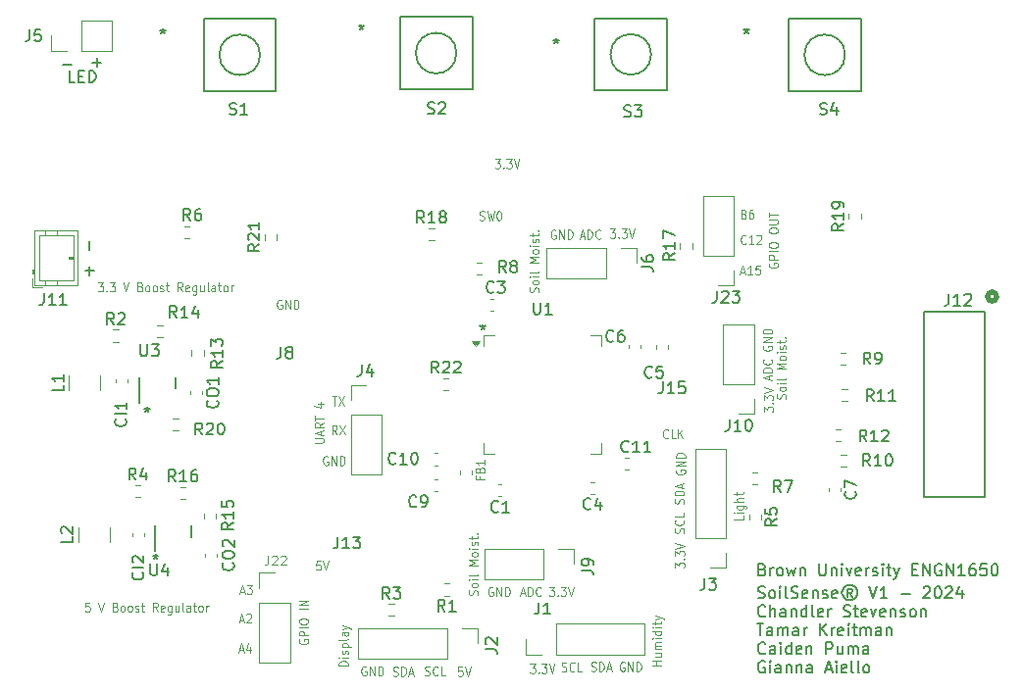
<source format=gbr>
%TF.GenerationSoftware,KiCad,Pcbnew,8.0.6*%
%TF.CreationDate,2024-12-13T11:58:04-05:00*%
%TF.ProjectId,11_9_design,31315f39-5f64-4657-9369-676e2e6b6963,v6*%
%TF.SameCoordinates,Original*%
%TF.FileFunction,Legend,Top*%
%TF.FilePolarity,Positive*%
%FSLAX46Y46*%
G04 Gerber Fmt 4.6, Leading zero omitted, Abs format (unit mm)*
G04 Created by KiCad (PCBNEW 8.0.6) date 2024-12-13 11:58:04*
%MOMM*%
%LPD*%
G01*
G04 APERTURE LIST*
%ADD10C,0.150000*%
%ADD11C,0.125000*%
%ADD12C,0.100000*%
%ADD13C,0.508000*%
%ADD14C,0.152400*%
%ADD15C,0.120000*%
%ADD16C,0.200000*%
G04 APERTURE END LIST*
D10*
X117120112Y-125446009D02*
X117262969Y-125493628D01*
X117262969Y-125493628D02*
X117310588Y-125541247D01*
X117310588Y-125541247D02*
X117358207Y-125636485D01*
X117358207Y-125636485D02*
X117358207Y-125779342D01*
X117358207Y-125779342D02*
X117310588Y-125874580D01*
X117310588Y-125874580D02*
X117262969Y-125922200D01*
X117262969Y-125922200D02*
X117167731Y-125969819D01*
X117167731Y-125969819D02*
X116786779Y-125969819D01*
X116786779Y-125969819D02*
X116786779Y-124969819D01*
X116786779Y-124969819D02*
X117120112Y-124969819D01*
X117120112Y-124969819D02*
X117215350Y-125017438D01*
X117215350Y-125017438D02*
X117262969Y-125065057D01*
X117262969Y-125065057D02*
X117310588Y-125160295D01*
X117310588Y-125160295D02*
X117310588Y-125255533D01*
X117310588Y-125255533D02*
X117262969Y-125350771D01*
X117262969Y-125350771D02*
X117215350Y-125398390D01*
X117215350Y-125398390D02*
X117120112Y-125446009D01*
X117120112Y-125446009D02*
X116786779Y-125446009D01*
X117786779Y-125969819D02*
X117786779Y-125303152D01*
X117786779Y-125493628D02*
X117834398Y-125398390D01*
X117834398Y-125398390D02*
X117882017Y-125350771D01*
X117882017Y-125350771D02*
X117977255Y-125303152D01*
X117977255Y-125303152D02*
X118072493Y-125303152D01*
X118548684Y-125969819D02*
X118453446Y-125922200D01*
X118453446Y-125922200D02*
X118405827Y-125874580D01*
X118405827Y-125874580D02*
X118358208Y-125779342D01*
X118358208Y-125779342D02*
X118358208Y-125493628D01*
X118358208Y-125493628D02*
X118405827Y-125398390D01*
X118405827Y-125398390D02*
X118453446Y-125350771D01*
X118453446Y-125350771D02*
X118548684Y-125303152D01*
X118548684Y-125303152D02*
X118691541Y-125303152D01*
X118691541Y-125303152D02*
X118786779Y-125350771D01*
X118786779Y-125350771D02*
X118834398Y-125398390D01*
X118834398Y-125398390D02*
X118882017Y-125493628D01*
X118882017Y-125493628D02*
X118882017Y-125779342D01*
X118882017Y-125779342D02*
X118834398Y-125874580D01*
X118834398Y-125874580D02*
X118786779Y-125922200D01*
X118786779Y-125922200D02*
X118691541Y-125969819D01*
X118691541Y-125969819D02*
X118548684Y-125969819D01*
X119215351Y-125303152D02*
X119405827Y-125969819D01*
X119405827Y-125969819D02*
X119596303Y-125493628D01*
X119596303Y-125493628D02*
X119786779Y-125969819D01*
X119786779Y-125969819D02*
X119977255Y-125303152D01*
X120358208Y-125303152D02*
X120358208Y-125969819D01*
X120358208Y-125398390D02*
X120405827Y-125350771D01*
X120405827Y-125350771D02*
X120501065Y-125303152D01*
X120501065Y-125303152D02*
X120643922Y-125303152D01*
X120643922Y-125303152D02*
X120739160Y-125350771D01*
X120739160Y-125350771D02*
X120786779Y-125446009D01*
X120786779Y-125446009D02*
X120786779Y-125969819D01*
X122024875Y-124969819D02*
X122024875Y-125779342D01*
X122024875Y-125779342D02*
X122072494Y-125874580D01*
X122072494Y-125874580D02*
X122120113Y-125922200D01*
X122120113Y-125922200D02*
X122215351Y-125969819D01*
X122215351Y-125969819D02*
X122405827Y-125969819D01*
X122405827Y-125969819D02*
X122501065Y-125922200D01*
X122501065Y-125922200D02*
X122548684Y-125874580D01*
X122548684Y-125874580D02*
X122596303Y-125779342D01*
X122596303Y-125779342D02*
X122596303Y-124969819D01*
X123072494Y-125303152D02*
X123072494Y-125969819D01*
X123072494Y-125398390D02*
X123120113Y-125350771D01*
X123120113Y-125350771D02*
X123215351Y-125303152D01*
X123215351Y-125303152D02*
X123358208Y-125303152D01*
X123358208Y-125303152D02*
X123453446Y-125350771D01*
X123453446Y-125350771D02*
X123501065Y-125446009D01*
X123501065Y-125446009D02*
X123501065Y-125969819D01*
X123977256Y-125969819D02*
X123977256Y-125303152D01*
X123977256Y-124969819D02*
X123929637Y-125017438D01*
X123929637Y-125017438D02*
X123977256Y-125065057D01*
X123977256Y-125065057D02*
X124024875Y-125017438D01*
X124024875Y-125017438D02*
X123977256Y-124969819D01*
X123977256Y-124969819D02*
X123977256Y-125065057D01*
X124358208Y-125303152D02*
X124596303Y-125969819D01*
X124596303Y-125969819D02*
X124834398Y-125303152D01*
X125596303Y-125922200D02*
X125501065Y-125969819D01*
X125501065Y-125969819D02*
X125310589Y-125969819D01*
X125310589Y-125969819D02*
X125215351Y-125922200D01*
X125215351Y-125922200D02*
X125167732Y-125826961D01*
X125167732Y-125826961D02*
X125167732Y-125446009D01*
X125167732Y-125446009D02*
X125215351Y-125350771D01*
X125215351Y-125350771D02*
X125310589Y-125303152D01*
X125310589Y-125303152D02*
X125501065Y-125303152D01*
X125501065Y-125303152D02*
X125596303Y-125350771D01*
X125596303Y-125350771D02*
X125643922Y-125446009D01*
X125643922Y-125446009D02*
X125643922Y-125541247D01*
X125643922Y-125541247D02*
X125167732Y-125636485D01*
X126072494Y-125969819D02*
X126072494Y-125303152D01*
X126072494Y-125493628D02*
X126120113Y-125398390D01*
X126120113Y-125398390D02*
X126167732Y-125350771D01*
X126167732Y-125350771D02*
X126262970Y-125303152D01*
X126262970Y-125303152D02*
X126358208Y-125303152D01*
X126643923Y-125922200D02*
X126739161Y-125969819D01*
X126739161Y-125969819D02*
X126929637Y-125969819D01*
X126929637Y-125969819D02*
X127024875Y-125922200D01*
X127024875Y-125922200D02*
X127072494Y-125826961D01*
X127072494Y-125826961D02*
X127072494Y-125779342D01*
X127072494Y-125779342D02*
X127024875Y-125684104D01*
X127024875Y-125684104D02*
X126929637Y-125636485D01*
X126929637Y-125636485D02*
X126786780Y-125636485D01*
X126786780Y-125636485D02*
X126691542Y-125588866D01*
X126691542Y-125588866D02*
X126643923Y-125493628D01*
X126643923Y-125493628D02*
X126643923Y-125446009D01*
X126643923Y-125446009D02*
X126691542Y-125350771D01*
X126691542Y-125350771D02*
X126786780Y-125303152D01*
X126786780Y-125303152D02*
X126929637Y-125303152D01*
X126929637Y-125303152D02*
X127024875Y-125350771D01*
X127501066Y-125969819D02*
X127501066Y-125303152D01*
X127501066Y-124969819D02*
X127453447Y-125017438D01*
X127453447Y-125017438D02*
X127501066Y-125065057D01*
X127501066Y-125065057D02*
X127548685Y-125017438D01*
X127548685Y-125017438D02*
X127501066Y-124969819D01*
X127501066Y-124969819D02*
X127501066Y-125065057D01*
X127834399Y-125303152D02*
X128215351Y-125303152D01*
X127977256Y-124969819D02*
X127977256Y-125826961D01*
X127977256Y-125826961D02*
X128024875Y-125922200D01*
X128024875Y-125922200D02*
X128120113Y-125969819D01*
X128120113Y-125969819D02*
X128215351Y-125969819D01*
X128453447Y-125303152D02*
X128691542Y-125969819D01*
X128929637Y-125303152D02*
X128691542Y-125969819D01*
X128691542Y-125969819D02*
X128596304Y-126207914D01*
X128596304Y-126207914D02*
X128548685Y-126255533D01*
X128548685Y-126255533D02*
X128453447Y-126303152D01*
X130072495Y-125446009D02*
X130405828Y-125446009D01*
X130548685Y-125969819D02*
X130072495Y-125969819D01*
X130072495Y-125969819D02*
X130072495Y-124969819D01*
X130072495Y-124969819D02*
X130548685Y-124969819D01*
X130977257Y-125969819D02*
X130977257Y-124969819D01*
X130977257Y-124969819D02*
X131548685Y-125969819D01*
X131548685Y-125969819D02*
X131548685Y-124969819D01*
X132548685Y-125017438D02*
X132453447Y-124969819D01*
X132453447Y-124969819D02*
X132310590Y-124969819D01*
X132310590Y-124969819D02*
X132167733Y-125017438D01*
X132167733Y-125017438D02*
X132072495Y-125112676D01*
X132072495Y-125112676D02*
X132024876Y-125207914D01*
X132024876Y-125207914D02*
X131977257Y-125398390D01*
X131977257Y-125398390D02*
X131977257Y-125541247D01*
X131977257Y-125541247D02*
X132024876Y-125731723D01*
X132024876Y-125731723D02*
X132072495Y-125826961D01*
X132072495Y-125826961D02*
X132167733Y-125922200D01*
X132167733Y-125922200D02*
X132310590Y-125969819D01*
X132310590Y-125969819D02*
X132405828Y-125969819D01*
X132405828Y-125969819D02*
X132548685Y-125922200D01*
X132548685Y-125922200D02*
X132596304Y-125874580D01*
X132596304Y-125874580D02*
X132596304Y-125541247D01*
X132596304Y-125541247D02*
X132405828Y-125541247D01*
X133024876Y-125969819D02*
X133024876Y-124969819D01*
X133024876Y-124969819D02*
X133596304Y-125969819D01*
X133596304Y-125969819D02*
X133596304Y-124969819D01*
X134596304Y-125969819D02*
X134024876Y-125969819D01*
X134310590Y-125969819D02*
X134310590Y-124969819D01*
X134310590Y-124969819D02*
X134215352Y-125112676D01*
X134215352Y-125112676D02*
X134120114Y-125207914D01*
X134120114Y-125207914D02*
X134024876Y-125255533D01*
X135453447Y-124969819D02*
X135262971Y-124969819D01*
X135262971Y-124969819D02*
X135167733Y-125017438D01*
X135167733Y-125017438D02*
X135120114Y-125065057D01*
X135120114Y-125065057D02*
X135024876Y-125207914D01*
X135024876Y-125207914D02*
X134977257Y-125398390D01*
X134977257Y-125398390D02*
X134977257Y-125779342D01*
X134977257Y-125779342D02*
X135024876Y-125874580D01*
X135024876Y-125874580D02*
X135072495Y-125922200D01*
X135072495Y-125922200D02*
X135167733Y-125969819D01*
X135167733Y-125969819D02*
X135358209Y-125969819D01*
X135358209Y-125969819D02*
X135453447Y-125922200D01*
X135453447Y-125922200D02*
X135501066Y-125874580D01*
X135501066Y-125874580D02*
X135548685Y-125779342D01*
X135548685Y-125779342D02*
X135548685Y-125541247D01*
X135548685Y-125541247D02*
X135501066Y-125446009D01*
X135501066Y-125446009D02*
X135453447Y-125398390D01*
X135453447Y-125398390D02*
X135358209Y-125350771D01*
X135358209Y-125350771D02*
X135167733Y-125350771D01*
X135167733Y-125350771D02*
X135072495Y-125398390D01*
X135072495Y-125398390D02*
X135024876Y-125446009D01*
X135024876Y-125446009D02*
X134977257Y-125541247D01*
X136453447Y-124969819D02*
X135977257Y-124969819D01*
X135977257Y-124969819D02*
X135929638Y-125446009D01*
X135929638Y-125446009D02*
X135977257Y-125398390D01*
X135977257Y-125398390D02*
X136072495Y-125350771D01*
X136072495Y-125350771D02*
X136310590Y-125350771D01*
X136310590Y-125350771D02*
X136405828Y-125398390D01*
X136405828Y-125398390D02*
X136453447Y-125446009D01*
X136453447Y-125446009D02*
X136501066Y-125541247D01*
X136501066Y-125541247D02*
X136501066Y-125779342D01*
X136501066Y-125779342D02*
X136453447Y-125874580D01*
X136453447Y-125874580D02*
X136405828Y-125922200D01*
X136405828Y-125922200D02*
X136310590Y-125969819D01*
X136310590Y-125969819D02*
X136072495Y-125969819D01*
X136072495Y-125969819D02*
X135977257Y-125922200D01*
X135977257Y-125922200D02*
X135929638Y-125874580D01*
X137120114Y-124969819D02*
X137215352Y-124969819D01*
X137215352Y-124969819D02*
X137310590Y-125017438D01*
X137310590Y-125017438D02*
X137358209Y-125065057D01*
X137358209Y-125065057D02*
X137405828Y-125160295D01*
X137405828Y-125160295D02*
X137453447Y-125350771D01*
X137453447Y-125350771D02*
X137453447Y-125588866D01*
X137453447Y-125588866D02*
X137405828Y-125779342D01*
X137405828Y-125779342D02*
X137358209Y-125874580D01*
X137358209Y-125874580D02*
X137310590Y-125922200D01*
X137310590Y-125922200D02*
X137215352Y-125969819D01*
X137215352Y-125969819D02*
X137120114Y-125969819D01*
X137120114Y-125969819D02*
X137024876Y-125922200D01*
X137024876Y-125922200D02*
X136977257Y-125874580D01*
X136977257Y-125874580D02*
X136929638Y-125779342D01*
X136929638Y-125779342D02*
X136882019Y-125588866D01*
X136882019Y-125588866D02*
X136882019Y-125350771D01*
X136882019Y-125350771D02*
X136929638Y-125160295D01*
X136929638Y-125160295D02*
X136977257Y-125065057D01*
X136977257Y-125065057D02*
X137024876Y-125017438D01*
X137024876Y-125017438D02*
X137120114Y-124969819D01*
X56719048Y-81823866D02*
X57480953Y-81823866D01*
D11*
X59032236Y-128295595D02*
X58698902Y-128295595D01*
X58698902Y-128295595D02*
X58665569Y-128676547D01*
X58665569Y-128676547D02*
X58698902Y-128638452D01*
X58698902Y-128638452D02*
X58765569Y-128600357D01*
X58765569Y-128600357D02*
X58932236Y-128600357D01*
X58932236Y-128600357D02*
X58998902Y-128638452D01*
X58998902Y-128638452D02*
X59032236Y-128676547D01*
X59032236Y-128676547D02*
X59065569Y-128752738D01*
X59065569Y-128752738D02*
X59065569Y-128943214D01*
X59065569Y-128943214D02*
X59032236Y-129019404D01*
X59032236Y-129019404D02*
X58998902Y-129057500D01*
X58998902Y-129057500D02*
X58932236Y-129095595D01*
X58932236Y-129095595D02*
X58765569Y-129095595D01*
X58765569Y-129095595D02*
X58698902Y-129057500D01*
X58698902Y-129057500D02*
X58665569Y-129019404D01*
X59798902Y-128295595D02*
X60032236Y-129095595D01*
X60032236Y-129095595D02*
X60265569Y-128295595D01*
X61265569Y-128676547D02*
X61365569Y-128714642D01*
X61365569Y-128714642D02*
X61398902Y-128752738D01*
X61398902Y-128752738D02*
X61432235Y-128828928D01*
X61432235Y-128828928D02*
X61432235Y-128943214D01*
X61432235Y-128943214D02*
X61398902Y-129019404D01*
X61398902Y-129019404D02*
X61365569Y-129057500D01*
X61365569Y-129057500D02*
X61298902Y-129095595D01*
X61298902Y-129095595D02*
X61032235Y-129095595D01*
X61032235Y-129095595D02*
X61032235Y-128295595D01*
X61032235Y-128295595D02*
X61265569Y-128295595D01*
X61265569Y-128295595D02*
X61332235Y-128333690D01*
X61332235Y-128333690D02*
X61365569Y-128371785D01*
X61365569Y-128371785D02*
X61398902Y-128447976D01*
X61398902Y-128447976D02*
X61398902Y-128524166D01*
X61398902Y-128524166D02*
X61365569Y-128600357D01*
X61365569Y-128600357D02*
X61332235Y-128638452D01*
X61332235Y-128638452D02*
X61265569Y-128676547D01*
X61265569Y-128676547D02*
X61032235Y-128676547D01*
X61832235Y-129095595D02*
X61765569Y-129057500D01*
X61765569Y-129057500D02*
X61732235Y-129019404D01*
X61732235Y-129019404D02*
X61698902Y-128943214D01*
X61698902Y-128943214D02*
X61698902Y-128714642D01*
X61698902Y-128714642D02*
X61732235Y-128638452D01*
X61732235Y-128638452D02*
X61765569Y-128600357D01*
X61765569Y-128600357D02*
X61832235Y-128562261D01*
X61832235Y-128562261D02*
X61932235Y-128562261D01*
X61932235Y-128562261D02*
X61998902Y-128600357D01*
X61998902Y-128600357D02*
X62032235Y-128638452D01*
X62032235Y-128638452D02*
X62065569Y-128714642D01*
X62065569Y-128714642D02*
X62065569Y-128943214D01*
X62065569Y-128943214D02*
X62032235Y-129019404D01*
X62032235Y-129019404D02*
X61998902Y-129057500D01*
X61998902Y-129057500D02*
X61932235Y-129095595D01*
X61932235Y-129095595D02*
X61832235Y-129095595D01*
X62465568Y-129095595D02*
X62398902Y-129057500D01*
X62398902Y-129057500D02*
X62365568Y-129019404D01*
X62365568Y-129019404D02*
X62332235Y-128943214D01*
X62332235Y-128943214D02*
X62332235Y-128714642D01*
X62332235Y-128714642D02*
X62365568Y-128638452D01*
X62365568Y-128638452D02*
X62398902Y-128600357D01*
X62398902Y-128600357D02*
X62465568Y-128562261D01*
X62465568Y-128562261D02*
X62565568Y-128562261D01*
X62565568Y-128562261D02*
X62632235Y-128600357D01*
X62632235Y-128600357D02*
X62665568Y-128638452D01*
X62665568Y-128638452D02*
X62698902Y-128714642D01*
X62698902Y-128714642D02*
X62698902Y-128943214D01*
X62698902Y-128943214D02*
X62665568Y-129019404D01*
X62665568Y-129019404D02*
X62632235Y-129057500D01*
X62632235Y-129057500D02*
X62565568Y-129095595D01*
X62565568Y-129095595D02*
X62465568Y-129095595D01*
X62965568Y-129057500D02*
X63032235Y-129095595D01*
X63032235Y-129095595D02*
X63165568Y-129095595D01*
X63165568Y-129095595D02*
X63232235Y-129057500D01*
X63232235Y-129057500D02*
X63265568Y-128981309D01*
X63265568Y-128981309D02*
X63265568Y-128943214D01*
X63265568Y-128943214D02*
X63232235Y-128867023D01*
X63232235Y-128867023D02*
X63165568Y-128828928D01*
X63165568Y-128828928D02*
X63065568Y-128828928D01*
X63065568Y-128828928D02*
X62998901Y-128790833D01*
X62998901Y-128790833D02*
X62965568Y-128714642D01*
X62965568Y-128714642D02*
X62965568Y-128676547D01*
X62965568Y-128676547D02*
X62998901Y-128600357D01*
X62998901Y-128600357D02*
X63065568Y-128562261D01*
X63065568Y-128562261D02*
X63165568Y-128562261D01*
X63165568Y-128562261D02*
X63232235Y-128600357D01*
X63465568Y-128562261D02*
X63732235Y-128562261D01*
X63565568Y-128295595D02*
X63565568Y-128981309D01*
X63565568Y-128981309D02*
X63598902Y-129057500D01*
X63598902Y-129057500D02*
X63665568Y-129095595D01*
X63665568Y-129095595D02*
X63732235Y-129095595D01*
X64898901Y-129095595D02*
X64665568Y-128714642D01*
X64498901Y-129095595D02*
X64498901Y-128295595D01*
X64498901Y-128295595D02*
X64765568Y-128295595D01*
X64765568Y-128295595D02*
X64832235Y-128333690D01*
X64832235Y-128333690D02*
X64865568Y-128371785D01*
X64865568Y-128371785D02*
X64898901Y-128447976D01*
X64898901Y-128447976D02*
X64898901Y-128562261D01*
X64898901Y-128562261D02*
X64865568Y-128638452D01*
X64865568Y-128638452D02*
X64832235Y-128676547D01*
X64832235Y-128676547D02*
X64765568Y-128714642D01*
X64765568Y-128714642D02*
X64498901Y-128714642D01*
X65465568Y-129057500D02*
X65398901Y-129095595D01*
X65398901Y-129095595D02*
X65265568Y-129095595D01*
X65265568Y-129095595D02*
X65198901Y-129057500D01*
X65198901Y-129057500D02*
X65165568Y-128981309D01*
X65165568Y-128981309D02*
X65165568Y-128676547D01*
X65165568Y-128676547D02*
X65198901Y-128600357D01*
X65198901Y-128600357D02*
X65265568Y-128562261D01*
X65265568Y-128562261D02*
X65398901Y-128562261D01*
X65398901Y-128562261D02*
X65465568Y-128600357D01*
X65465568Y-128600357D02*
X65498901Y-128676547D01*
X65498901Y-128676547D02*
X65498901Y-128752738D01*
X65498901Y-128752738D02*
X65165568Y-128828928D01*
X66098901Y-128562261D02*
X66098901Y-129209880D01*
X66098901Y-129209880D02*
X66065568Y-129286071D01*
X66065568Y-129286071D02*
X66032235Y-129324166D01*
X66032235Y-129324166D02*
X65965568Y-129362261D01*
X65965568Y-129362261D02*
X65865568Y-129362261D01*
X65865568Y-129362261D02*
X65798901Y-129324166D01*
X66098901Y-129057500D02*
X66032235Y-129095595D01*
X66032235Y-129095595D02*
X65898901Y-129095595D01*
X65898901Y-129095595D02*
X65832235Y-129057500D01*
X65832235Y-129057500D02*
X65798901Y-129019404D01*
X65798901Y-129019404D02*
X65765568Y-128943214D01*
X65765568Y-128943214D02*
X65765568Y-128714642D01*
X65765568Y-128714642D02*
X65798901Y-128638452D01*
X65798901Y-128638452D02*
X65832235Y-128600357D01*
X65832235Y-128600357D02*
X65898901Y-128562261D01*
X65898901Y-128562261D02*
X66032235Y-128562261D01*
X66032235Y-128562261D02*
X66098901Y-128600357D01*
X66732234Y-128562261D02*
X66732234Y-129095595D01*
X66432234Y-128562261D02*
X66432234Y-128981309D01*
X66432234Y-128981309D02*
X66465568Y-129057500D01*
X66465568Y-129057500D02*
X66532234Y-129095595D01*
X66532234Y-129095595D02*
X66632234Y-129095595D01*
X66632234Y-129095595D02*
X66698901Y-129057500D01*
X66698901Y-129057500D02*
X66732234Y-129019404D01*
X67165567Y-129095595D02*
X67098901Y-129057500D01*
X67098901Y-129057500D02*
X67065567Y-128981309D01*
X67065567Y-128981309D02*
X67065567Y-128295595D01*
X67732234Y-129095595D02*
X67732234Y-128676547D01*
X67732234Y-128676547D02*
X67698901Y-128600357D01*
X67698901Y-128600357D02*
X67632234Y-128562261D01*
X67632234Y-128562261D02*
X67498901Y-128562261D01*
X67498901Y-128562261D02*
X67432234Y-128600357D01*
X67732234Y-129057500D02*
X67665568Y-129095595D01*
X67665568Y-129095595D02*
X67498901Y-129095595D01*
X67498901Y-129095595D02*
X67432234Y-129057500D01*
X67432234Y-129057500D02*
X67398901Y-128981309D01*
X67398901Y-128981309D02*
X67398901Y-128905119D01*
X67398901Y-128905119D02*
X67432234Y-128828928D01*
X67432234Y-128828928D02*
X67498901Y-128790833D01*
X67498901Y-128790833D02*
X67665568Y-128790833D01*
X67665568Y-128790833D02*
X67732234Y-128752738D01*
X67965567Y-128562261D02*
X68232234Y-128562261D01*
X68065567Y-128295595D02*
X68065567Y-128981309D01*
X68065567Y-128981309D02*
X68098901Y-129057500D01*
X68098901Y-129057500D02*
X68165567Y-129095595D01*
X68165567Y-129095595D02*
X68232234Y-129095595D01*
X68565567Y-129095595D02*
X68498901Y-129057500D01*
X68498901Y-129057500D02*
X68465567Y-129019404D01*
X68465567Y-129019404D02*
X68432234Y-128943214D01*
X68432234Y-128943214D02*
X68432234Y-128714642D01*
X68432234Y-128714642D02*
X68465567Y-128638452D01*
X68465567Y-128638452D02*
X68498901Y-128600357D01*
X68498901Y-128600357D02*
X68565567Y-128562261D01*
X68565567Y-128562261D02*
X68665567Y-128562261D01*
X68665567Y-128562261D02*
X68732234Y-128600357D01*
X68732234Y-128600357D02*
X68765567Y-128638452D01*
X68765567Y-128638452D02*
X68798901Y-128714642D01*
X68798901Y-128714642D02*
X68798901Y-128943214D01*
X68798901Y-128943214D02*
X68765567Y-129019404D01*
X68765567Y-129019404D02*
X68732234Y-129057500D01*
X68732234Y-129057500D02*
X68665567Y-129095595D01*
X68665567Y-129095595D02*
X68565567Y-129095595D01*
X69098900Y-129095595D02*
X69098900Y-128562261D01*
X69098900Y-128714642D02*
X69132234Y-128638452D01*
X69132234Y-128638452D02*
X69165567Y-128600357D01*
X69165567Y-128600357D02*
X69232234Y-128562261D01*
X69232234Y-128562261D02*
X69298900Y-128562261D01*
D10*
X58976133Y-97119048D02*
X58976133Y-97880953D01*
X58669048Y-99673866D02*
X59430953Y-99673866D01*
X59050000Y-100054819D02*
X59050000Y-99292914D01*
D12*
X102349122Y-134208800D02*
X102449122Y-134246895D01*
X102449122Y-134246895D02*
X102615789Y-134246895D01*
X102615789Y-134246895D02*
X102682455Y-134208800D01*
X102682455Y-134208800D02*
X102715789Y-134170704D01*
X102715789Y-134170704D02*
X102749122Y-134094514D01*
X102749122Y-134094514D02*
X102749122Y-134018323D01*
X102749122Y-134018323D02*
X102715789Y-133942133D01*
X102715789Y-133942133D02*
X102682455Y-133904038D01*
X102682455Y-133904038D02*
X102615789Y-133865942D01*
X102615789Y-133865942D02*
X102482455Y-133827847D01*
X102482455Y-133827847D02*
X102415789Y-133789752D01*
X102415789Y-133789752D02*
X102382455Y-133751657D01*
X102382455Y-133751657D02*
X102349122Y-133675466D01*
X102349122Y-133675466D02*
X102349122Y-133599276D01*
X102349122Y-133599276D02*
X102382455Y-133523085D01*
X102382455Y-133523085D02*
X102415789Y-133484990D01*
X102415789Y-133484990D02*
X102482455Y-133446895D01*
X102482455Y-133446895D02*
X102649122Y-133446895D01*
X102649122Y-133446895D02*
X102749122Y-133484990D01*
X103049122Y-134246895D02*
X103049122Y-133446895D01*
X103049122Y-133446895D02*
X103215789Y-133446895D01*
X103215789Y-133446895D02*
X103315789Y-133484990D01*
X103315789Y-133484990D02*
X103382456Y-133561180D01*
X103382456Y-133561180D02*
X103415789Y-133637371D01*
X103415789Y-133637371D02*
X103449122Y-133789752D01*
X103449122Y-133789752D02*
X103449122Y-133904038D01*
X103449122Y-133904038D02*
X103415789Y-134056419D01*
X103415789Y-134056419D02*
X103382456Y-134132609D01*
X103382456Y-134132609D02*
X103315789Y-134208800D01*
X103315789Y-134208800D02*
X103215789Y-134246895D01*
X103215789Y-134246895D02*
X103049122Y-134246895D01*
X103715789Y-134018323D02*
X104049122Y-134018323D01*
X103649122Y-134246895D02*
X103882456Y-133446895D01*
X103882456Y-133446895D02*
X104115789Y-134246895D01*
D10*
X116739160Y-127882424D02*
X116882017Y-127930043D01*
X116882017Y-127930043D02*
X117120112Y-127930043D01*
X117120112Y-127930043D02*
X117215350Y-127882424D01*
X117215350Y-127882424D02*
X117262969Y-127834804D01*
X117262969Y-127834804D02*
X117310588Y-127739566D01*
X117310588Y-127739566D02*
X117310588Y-127644328D01*
X117310588Y-127644328D02*
X117262969Y-127549090D01*
X117262969Y-127549090D02*
X117215350Y-127501471D01*
X117215350Y-127501471D02*
X117120112Y-127453852D01*
X117120112Y-127453852D02*
X116929636Y-127406233D01*
X116929636Y-127406233D02*
X116834398Y-127358614D01*
X116834398Y-127358614D02*
X116786779Y-127310995D01*
X116786779Y-127310995D02*
X116739160Y-127215757D01*
X116739160Y-127215757D02*
X116739160Y-127120519D01*
X116739160Y-127120519D02*
X116786779Y-127025281D01*
X116786779Y-127025281D02*
X116834398Y-126977662D01*
X116834398Y-126977662D02*
X116929636Y-126930043D01*
X116929636Y-126930043D02*
X117167731Y-126930043D01*
X117167731Y-126930043D02*
X117310588Y-126977662D01*
X117882017Y-127930043D02*
X117786779Y-127882424D01*
X117786779Y-127882424D02*
X117739160Y-127834804D01*
X117739160Y-127834804D02*
X117691541Y-127739566D01*
X117691541Y-127739566D02*
X117691541Y-127453852D01*
X117691541Y-127453852D02*
X117739160Y-127358614D01*
X117739160Y-127358614D02*
X117786779Y-127310995D01*
X117786779Y-127310995D02*
X117882017Y-127263376D01*
X117882017Y-127263376D02*
X118024874Y-127263376D01*
X118024874Y-127263376D02*
X118120112Y-127310995D01*
X118120112Y-127310995D02*
X118167731Y-127358614D01*
X118167731Y-127358614D02*
X118215350Y-127453852D01*
X118215350Y-127453852D02*
X118215350Y-127739566D01*
X118215350Y-127739566D02*
X118167731Y-127834804D01*
X118167731Y-127834804D02*
X118120112Y-127882424D01*
X118120112Y-127882424D02*
X118024874Y-127930043D01*
X118024874Y-127930043D02*
X117882017Y-127930043D01*
X118643922Y-127930043D02*
X118643922Y-127263376D01*
X118643922Y-126930043D02*
X118596303Y-126977662D01*
X118596303Y-126977662D02*
X118643922Y-127025281D01*
X118643922Y-127025281D02*
X118691541Y-126977662D01*
X118691541Y-126977662D02*
X118643922Y-126930043D01*
X118643922Y-126930043D02*
X118643922Y-127025281D01*
X119262969Y-127930043D02*
X119167731Y-127882424D01*
X119167731Y-127882424D02*
X119120112Y-127787185D01*
X119120112Y-127787185D02*
X119120112Y-126930043D01*
X119596303Y-127882424D02*
X119739160Y-127930043D01*
X119739160Y-127930043D02*
X119977255Y-127930043D01*
X119977255Y-127930043D02*
X120072493Y-127882424D01*
X120072493Y-127882424D02*
X120120112Y-127834804D01*
X120120112Y-127834804D02*
X120167731Y-127739566D01*
X120167731Y-127739566D02*
X120167731Y-127644328D01*
X120167731Y-127644328D02*
X120120112Y-127549090D01*
X120120112Y-127549090D02*
X120072493Y-127501471D01*
X120072493Y-127501471D02*
X119977255Y-127453852D01*
X119977255Y-127453852D02*
X119786779Y-127406233D01*
X119786779Y-127406233D02*
X119691541Y-127358614D01*
X119691541Y-127358614D02*
X119643922Y-127310995D01*
X119643922Y-127310995D02*
X119596303Y-127215757D01*
X119596303Y-127215757D02*
X119596303Y-127120519D01*
X119596303Y-127120519D02*
X119643922Y-127025281D01*
X119643922Y-127025281D02*
X119691541Y-126977662D01*
X119691541Y-126977662D02*
X119786779Y-126930043D01*
X119786779Y-126930043D02*
X120024874Y-126930043D01*
X120024874Y-126930043D02*
X120167731Y-126977662D01*
X120977255Y-127882424D02*
X120882017Y-127930043D01*
X120882017Y-127930043D02*
X120691541Y-127930043D01*
X120691541Y-127930043D02*
X120596303Y-127882424D01*
X120596303Y-127882424D02*
X120548684Y-127787185D01*
X120548684Y-127787185D02*
X120548684Y-127406233D01*
X120548684Y-127406233D02*
X120596303Y-127310995D01*
X120596303Y-127310995D02*
X120691541Y-127263376D01*
X120691541Y-127263376D02*
X120882017Y-127263376D01*
X120882017Y-127263376D02*
X120977255Y-127310995D01*
X120977255Y-127310995D02*
X121024874Y-127406233D01*
X121024874Y-127406233D02*
X121024874Y-127501471D01*
X121024874Y-127501471D02*
X120548684Y-127596709D01*
X121453446Y-127263376D02*
X121453446Y-127930043D01*
X121453446Y-127358614D02*
X121501065Y-127310995D01*
X121501065Y-127310995D02*
X121596303Y-127263376D01*
X121596303Y-127263376D02*
X121739160Y-127263376D01*
X121739160Y-127263376D02*
X121834398Y-127310995D01*
X121834398Y-127310995D02*
X121882017Y-127406233D01*
X121882017Y-127406233D02*
X121882017Y-127930043D01*
X122310589Y-127882424D02*
X122405827Y-127930043D01*
X122405827Y-127930043D02*
X122596303Y-127930043D01*
X122596303Y-127930043D02*
X122691541Y-127882424D01*
X122691541Y-127882424D02*
X122739160Y-127787185D01*
X122739160Y-127787185D02*
X122739160Y-127739566D01*
X122739160Y-127739566D02*
X122691541Y-127644328D01*
X122691541Y-127644328D02*
X122596303Y-127596709D01*
X122596303Y-127596709D02*
X122453446Y-127596709D01*
X122453446Y-127596709D02*
X122358208Y-127549090D01*
X122358208Y-127549090D02*
X122310589Y-127453852D01*
X122310589Y-127453852D02*
X122310589Y-127406233D01*
X122310589Y-127406233D02*
X122358208Y-127310995D01*
X122358208Y-127310995D02*
X122453446Y-127263376D01*
X122453446Y-127263376D02*
X122596303Y-127263376D01*
X122596303Y-127263376D02*
X122691541Y-127310995D01*
X123548684Y-127882424D02*
X123453446Y-127930043D01*
X123453446Y-127930043D02*
X123262970Y-127930043D01*
X123262970Y-127930043D02*
X123167732Y-127882424D01*
X123167732Y-127882424D02*
X123120113Y-127787185D01*
X123120113Y-127787185D02*
X123120113Y-127406233D01*
X123120113Y-127406233D02*
X123167732Y-127310995D01*
X123167732Y-127310995D02*
X123262970Y-127263376D01*
X123262970Y-127263376D02*
X123453446Y-127263376D01*
X123453446Y-127263376D02*
X123548684Y-127310995D01*
X123548684Y-127310995D02*
X123596303Y-127406233D01*
X123596303Y-127406233D02*
X123596303Y-127501471D01*
X123596303Y-127501471D02*
X123120113Y-127596709D01*
X124882018Y-127787185D02*
X124643922Y-127501471D01*
X124453446Y-127787185D02*
X124453446Y-127120519D01*
X124453446Y-127120519D02*
X124739160Y-127120519D01*
X124739160Y-127120519D02*
X124834399Y-127168138D01*
X124834399Y-127168138D02*
X124882018Y-127263376D01*
X124882018Y-127263376D02*
X124882018Y-127358614D01*
X124882018Y-127358614D02*
X124834399Y-127453852D01*
X124834399Y-127453852D02*
X124739160Y-127501471D01*
X124739160Y-127501471D02*
X124453446Y-127501471D01*
X124643922Y-126787185D02*
X124405827Y-126834804D01*
X124405827Y-126834804D02*
X124167732Y-126977662D01*
X124167732Y-126977662D02*
X124024875Y-127215757D01*
X124024875Y-127215757D02*
X123977256Y-127453852D01*
X123977256Y-127453852D02*
X124024875Y-127691947D01*
X124024875Y-127691947D02*
X124167732Y-127930043D01*
X124167732Y-127930043D02*
X124405827Y-128072900D01*
X124405827Y-128072900D02*
X124643922Y-128120519D01*
X124643922Y-128120519D02*
X124882018Y-128072900D01*
X124882018Y-128072900D02*
X125120113Y-127930043D01*
X125120113Y-127930043D02*
X125262970Y-127691947D01*
X125262970Y-127691947D02*
X125310589Y-127453852D01*
X125310589Y-127453852D02*
X125262970Y-127215757D01*
X125262970Y-127215757D02*
X125120113Y-126977662D01*
X125120113Y-126977662D02*
X124882018Y-126834804D01*
X124882018Y-126834804D02*
X124643922Y-126787185D01*
X126358209Y-126930043D02*
X126691542Y-127930043D01*
X126691542Y-127930043D02*
X127024875Y-126930043D01*
X127882018Y-127930043D02*
X127310590Y-127930043D01*
X127596304Y-127930043D02*
X127596304Y-126930043D01*
X127596304Y-126930043D02*
X127501066Y-127072900D01*
X127501066Y-127072900D02*
X127405828Y-127168138D01*
X127405828Y-127168138D02*
X127310590Y-127215757D01*
X129072495Y-127549090D02*
X129834400Y-127549090D01*
X131024876Y-127025281D02*
X131072495Y-126977662D01*
X131072495Y-126977662D02*
X131167733Y-126930043D01*
X131167733Y-126930043D02*
X131405828Y-126930043D01*
X131405828Y-126930043D02*
X131501066Y-126977662D01*
X131501066Y-126977662D02*
X131548685Y-127025281D01*
X131548685Y-127025281D02*
X131596304Y-127120519D01*
X131596304Y-127120519D02*
X131596304Y-127215757D01*
X131596304Y-127215757D02*
X131548685Y-127358614D01*
X131548685Y-127358614D02*
X130977257Y-127930043D01*
X130977257Y-127930043D02*
X131596304Y-127930043D01*
X132215352Y-126930043D02*
X132310590Y-126930043D01*
X132310590Y-126930043D02*
X132405828Y-126977662D01*
X132405828Y-126977662D02*
X132453447Y-127025281D01*
X132453447Y-127025281D02*
X132501066Y-127120519D01*
X132501066Y-127120519D02*
X132548685Y-127310995D01*
X132548685Y-127310995D02*
X132548685Y-127549090D01*
X132548685Y-127549090D02*
X132501066Y-127739566D01*
X132501066Y-127739566D02*
X132453447Y-127834804D01*
X132453447Y-127834804D02*
X132405828Y-127882424D01*
X132405828Y-127882424D02*
X132310590Y-127930043D01*
X132310590Y-127930043D02*
X132215352Y-127930043D01*
X132215352Y-127930043D02*
X132120114Y-127882424D01*
X132120114Y-127882424D02*
X132072495Y-127834804D01*
X132072495Y-127834804D02*
X132024876Y-127739566D01*
X132024876Y-127739566D02*
X131977257Y-127549090D01*
X131977257Y-127549090D02*
X131977257Y-127310995D01*
X131977257Y-127310995D02*
X132024876Y-127120519D01*
X132024876Y-127120519D02*
X132072495Y-127025281D01*
X132072495Y-127025281D02*
X132120114Y-126977662D01*
X132120114Y-126977662D02*
X132215352Y-126930043D01*
X132929638Y-127025281D02*
X132977257Y-126977662D01*
X132977257Y-126977662D02*
X133072495Y-126930043D01*
X133072495Y-126930043D02*
X133310590Y-126930043D01*
X133310590Y-126930043D02*
X133405828Y-126977662D01*
X133405828Y-126977662D02*
X133453447Y-127025281D01*
X133453447Y-127025281D02*
X133501066Y-127120519D01*
X133501066Y-127120519D02*
X133501066Y-127215757D01*
X133501066Y-127215757D02*
X133453447Y-127358614D01*
X133453447Y-127358614D02*
X132882019Y-127930043D01*
X132882019Y-127930043D02*
X133501066Y-127930043D01*
X134358209Y-127263376D02*
X134358209Y-127930043D01*
X134120114Y-126882424D02*
X133882019Y-127596709D01*
X133882019Y-127596709D02*
X134501066Y-127596709D01*
X117358207Y-129444748D02*
X117310588Y-129492368D01*
X117310588Y-129492368D02*
X117167731Y-129539987D01*
X117167731Y-129539987D02*
X117072493Y-129539987D01*
X117072493Y-129539987D02*
X116929636Y-129492368D01*
X116929636Y-129492368D02*
X116834398Y-129397129D01*
X116834398Y-129397129D02*
X116786779Y-129301891D01*
X116786779Y-129301891D02*
X116739160Y-129111415D01*
X116739160Y-129111415D02*
X116739160Y-128968558D01*
X116739160Y-128968558D02*
X116786779Y-128778082D01*
X116786779Y-128778082D02*
X116834398Y-128682844D01*
X116834398Y-128682844D02*
X116929636Y-128587606D01*
X116929636Y-128587606D02*
X117072493Y-128539987D01*
X117072493Y-128539987D02*
X117167731Y-128539987D01*
X117167731Y-128539987D02*
X117310588Y-128587606D01*
X117310588Y-128587606D02*
X117358207Y-128635225D01*
X117786779Y-129539987D02*
X117786779Y-128539987D01*
X118215350Y-129539987D02*
X118215350Y-129016177D01*
X118215350Y-129016177D02*
X118167731Y-128920939D01*
X118167731Y-128920939D02*
X118072493Y-128873320D01*
X118072493Y-128873320D02*
X117929636Y-128873320D01*
X117929636Y-128873320D02*
X117834398Y-128920939D01*
X117834398Y-128920939D02*
X117786779Y-128968558D01*
X119120112Y-129539987D02*
X119120112Y-129016177D01*
X119120112Y-129016177D02*
X119072493Y-128920939D01*
X119072493Y-128920939D02*
X118977255Y-128873320D01*
X118977255Y-128873320D02*
X118786779Y-128873320D01*
X118786779Y-128873320D02*
X118691541Y-128920939D01*
X119120112Y-129492368D02*
X119024874Y-129539987D01*
X119024874Y-129539987D02*
X118786779Y-129539987D01*
X118786779Y-129539987D02*
X118691541Y-129492368D01*
X118691541Y-129492368D02*
X118643922Y-129397129D01*
X118643922Y-129397129D02*
X118643922Y-129301891D01*
X118643922Y-129301891D02*
X118691541Y-129206653D01*
X118691541Y-129206653D02*
X118786779Y-129159034D01*
X118786779Y-129159034D02*
X119024874Y-129159034D01*
X119024874Y-129159034D02*
X119120112Y-129111415D01*
X119596303Y-128873320D02*
X119596303Y-129539987D01*
X119596303Y-128968558D02*
X119643922Y-128920939D01*
X119643922Y-128920939D02*
X119739160Y-128873320D01*
X119739160Y-128873320D02*
X119882017Y-128873320D01*
X119882017Y-128873320D02*
X119977255Y-128920939D01*
X119977255Y-128920939D02*
X120024874Y-129016177D01*
X120024874Y-129016177D02*
X120024874Y-129539987D01*
X120929636Y-129539987D02*
X120929636Y-128539987D01*
X120929636Y-129492368D02*
X120834398Y-129539987D01*
X120834398Y-129539987D02*
X120643922Y-129539987D01*
X120643922Y-129539987D02*
X120548684Y-129492368D01*
X120548684Y-129492368D02*
X120501065Y-129444748D01*
X120501065Y-129444748D02*
X120453446Y-129349510D01*
X120453446Y-129349510D02*
X120453446Y-129063796D01*
X120453446Y-129063796D02*
X120501065Y-128968558D01*
X120501065Y-128968558D02*
X120548684Y-128920939D01*
X120548684Y-128920939D02*
X120643922Y-128873320D01*
X120643922Y-128873320D02*
X120834398Y-128873320D01*
X120834398Y-128873320D02*
X120929636Y-128920939D01*
X121548684Y-129539987D02*
X121453446Y-129492368D01*
X121453446Y-129492368D02*
X121405827Y-129397129D01*
X121405827Y-129397129D02*
X121405827Y-128539987D01*
X122310589Y-129492368D02*
X122215351Y-129539987D01*
X122215351Y-129539987D02*
X122024875Y-129539987D01*
X122024875Y-129539987D02*
X121929637Y-129492368D01*
X121929637Y-129492368D02*
X121882018Y-129397129D01*
X121882018Y-129397129D02*
X121882018Y-129016177D01*
X121882018Y-129016177D02*
X121929637Y-128920939D01*
X121929637Y-128920939D02*
X122024875Y-128873320D01*
X122024875Y-128873320D02*
X122215351Y-128873320D01*
X122215351Y-128873320D02*
X122310589Y-128920939D01*
X122310589Y-128920939D02*
X122358208Y-129016177D01*
X122358208Y-129016177D02*
X122358208Y-129111415D01*
X122358208Y-129111415D02*
X121882018Y-129206653D01*
X122786780Y-129539987D02*
X122786780Y-128873320D01*
X122786780Y-129063796D02*
X122834399Y-128968558D01*
X122834399Y-128968558D02*
X122882018Y-128920939D01*
X122882018Y-128920939D02*
X122977256Y-128873320D01*
X122977256Y-128873320D02*
X123072494Y-128873320D01*
X124120114Y-129492368D02*
X124262971Y-129539987D01*
X124262971Y-129539987D02*
X124501066Y-129539987D01*
X124501066Y-129539987D02*
X124596304Y-129492368D01*
X124596304Y-129492368D02*
X124643923Y-129444748D01*
X124643923Y-129444748D02*
X124691542Y-129349510D01*
X124691542Y-129349510D02*
X124691542Y-129254272D01*
X124691542Y-129254272D02*
X124643923Y-129159034D01*
X124643923Y-129159034D02*
X124596304Y-129111415D01*
X124596304Y-129111415D02*
X124501066Y-129063796D01*
X124501066Y-129063796D02*
X124310590Y-129016177D01*
X124310590Y-129016177D02*
X124215352Y-128968558D01*
X124215352Y-128968558D02*
X124167733Y-128920939D01*
X124167733Y-128920939D02*
X124120114Y-128825701D01*
X124120114Y-128825701D02*
X124120114Y-128730463D01*
X124120114Y-128730463D02*
X124167733Y-128635225D01*
X124167733Y-128635225D02*
X124215352Y-128587606D01*
X124215352Y-128587606D02*
X124310590Y-128539987D01*
X124310590Y-128539987D02*
X124548685Y-128539987D01*
X124548685Y-128539987D02*
X124691542Y-128587606D01*
X124977257Y-128873320D02*
X125358209Y-128873320D01*
X125120114Y-128539987D02*
X125120114Y-129397129D01*
X125120114Y-129397129D02*
X125167733Y-129492368D01*
X125167733Y-129492368D02*
X125262971Y-129539987D01*
X125262971Y-129539987D02*
X125358209Y-129539987D01*
X126072495Y-129492368D02*
X125977257Y-129539987D01*
X125977257Y-129539987D02*
X125786781Y-129539987D01*
X125786781Y-129539987D02*
X125691543Y-129492368D01*
X125691543Y-129492368D02*
X125643924Y-129397129D01*
X125643924Y-129397129D02*
X125643924Y-129016177D01*
X125643924Y-129016177D02*
X125691543Y-128920939D01*
X125691543Y-128920939D02*
X125786781Y-128873320D01*
X125786781Y-128873320D02*
X125977257Y-128873320D01*
X125977257Y-128873320D02*
X126072495Y-128920939D01*
X126072495Y-128920939D02*
X126120114Y-129016177D01*
X126120114Y-129016177D02*
X126120114Y-129111415D01*
X126120114Y-129111415D02*
X125643924Y-129206653D01*
X126453448Y-128873320D02*
X126691543Y-129539987D01*
X126691543Y-129539987D02*
X126929638Y-128873320D01*
X127691543Y-129492368D02*
X127596305Y-129539987D01*
X127596305Y-129539987D02*
X127405829Y-129539987D01*
X127405829Y-129539987D02*
X127310591Y-129492368D01*
X127310591Y-129492368D02*
X127262972Y-129397129D01*
X127262972Y-129397129D02*
X127262972Y-129016177D01*
X127262972Y-129016177D02*
X127310591Y-128920939D01*
X127310591Y-128920939D02*
X127405829Y-128873320D01*
X127405829Y-128873320D02*
X127596305Y-128873320D01*
X127596305Y-128873320D02*
X127691543Y-128920939D01*
X127691543Y-128920939D02*
X127739162Y-129016177D01*
X127739162Y-129016177D02*
X127739162Y-129111415D01*
X127739162Y-129111415D02*
X127262972Y-129206653D01*
X128167734Y-128873320D02*
X128167734Y-129539987D01*
X128167734Y-128968558D02*
X128215353Y-128920939D01*
X128215353Y-128920939D02*
X128310591Y-128873320D01*
X128310591Y-128873320D02*
X128453448Y-128873320D01*
X128453448Y-128873320D02*
X128548686Y-128920939D01*
X128548686Y-128920939D02*
X128596305Y-129016177D01*
X128596305Y-129016177D02*
X128596305Y-129539987D01*
X129024877Y-129492368D02*
X129120115Y-129539987D01*
X129120115Y-129539987D02*
X129310591Y-129539987D01*
X129310591Y-129539987D02*
X129405829Y-129492368D01*
X129405829Y-129492368D02*
X129453448Y-129397129D01*
X129453448Y-129397129D02*
X129453448Y-129349510D01*
X129453448Y-129349510D02*
X129405829Y-129254272D01*
X129405829Y-129254272D02*
X129310591Y-129206653D01*
X129310591Y-129206653D02*
X129167734Y-129206653D01*
X129167734Y-129206653D02*
X129072496Y-129159034D01*
X129072496Y-129159034D02*
X129024877Y-129063796D01*
X129024877Y-129063796D02*
X129024877Y-129016177D01*
X129024877Y-129016177D02*
X129072496Y-128920939D01*
X129072496Y-128920939D02*
X129167734Y-128873320D01*
X129167734Y-128873320D02*
X129310591Y-128873320D01*
X129310591Y-128873320D02*
X129405829Y-128920939D01*
X130024877Y-129539987D02*
X129929639Y-129492368D01*
X129929639Y-129492368D02*
X129882020Y-129444748D01*
X129882020Y-129444748D02*
X129834401Y-129349510D01*
X129834401Y-129349510D02*
X129834401Y-129063796D01*
X129834401Y-129063796D02*
X129882020Y-128968558D01*
X129882020Y-128968558D02*
X129929639Y-128920939D01*
X129929639Y-128920939D02*
X130024877Y-128873320D01*
X130024877Y-128873320D02*
X130167734Y-128873320D01*
X130167734Y-128873320D02*
X130262972Y-128920939D01*
X130262972Y-128920939D02*
X130310591Y-128968558D01*
X130310591Y-128968558D02*
X130358210Y-129063796D01*
X130358210Y-129063796D02*
X130358210Y-129349510D01*
X130358210Y-129349510D02*
X130310591Y-129444748D01*
X130310591Y-129444748D02*
X130262972Y-129492368D01*
X130262972Y-129492368D02*
X130167734Y-129539987D01*
X130167734Y-129539987D02*
X130024877Y-129539987D01*
X130786782Y-128873320D02*
X130786782Y-129539987D01*
X130786782Y-128968558D02*
X130834401Y-128920939D01*
X130834401Y-128920939D02*
X130929639Y-128873320D01*
X130929639Y-128873320D02*
X131072496Y-128873320D01*
X131072496Y-128873320D02*
X131167734Y-128920939D01*
X131167734Y-128920939D02*
X131215353Y-129016177D01*
X131215353Y-129016177D02*
X131215353Y-129539987D01*
X116643922Y-130149931D02*
X117215350Y-130149931D01*
X116929636Y-131149931D02*
X116929636Y-130149931D01*
X117977255Y-131149931D02*
X117977255Y-130626121D01*
X117977255Y-130626121D02*
X117929636Y-130530883D01*
X117929636Y-130530883D02*
X117834398Y-130483264D01*
X117834398Y-130483264D02*
X117643922Y-130483264D01*
X117643922Y-130483264D02*
X117548684Y-130530883D01*
X117977255Y-131102312D02*
X117882017Y-131149931D01*
X117882017Y-131149931D02*
X117643922Y-131149931D01*
X117643922Y-131149931D02*
X117548684Y-131102312D01*
X117548684Y-131102312D02*
X117501065Y-131007073D01*
X117501065Y-131007073D02*
X117501065Y-130911835D01*
X117501065Y-130911835D02*
X117548684Y-130816597D01*
X117548684Y-130816597D02*
X117643922Y-130768978D01*
X117643922Y-130768978D02*
X117882017Y-130768978D01*
X117882017Y-130768978D02*
X117977255Y-130721359D01*
X118453446Y-131149931D02*
X118453446Y-130483264D01*
X118453446Y-130578502D02*
X118501065Y-130530883D01*
X118501065Y-130530883D02*
X118596303Y-130483264D01*
X118596303Y-130483264D02*
X118739160Y-130483264D01*
X118739160Y-130483264D02*
X118834398Y-130530883D01*
X118834398Y-130530883D02*
X118882017Y-130626121D01*
X118882017Y-130626121D02*
X118882017Y-131149931D01*
X118882017Y-130626121D02*
X118929636Y-130530883D01*
X118929636Y-130530883D02*
X119024874Y-130483264D01*
X119024874Y-130483264D02*
X119167731Y-130483264D01*
X119167731Y-130483264D02*
X119262970Y-130530883D01*
X119262970Y-130530883D02*
X119310589Y-130626121D01*
X119310589Y-130626121D02*
X119310589Y-131149931D01*
X120215350Y-131149931D02*
X120215350Y-130626121D01*
X120215350Y-130626121D02*
X120167731Y-130530883D01*
X120167731Y-130530883D02*
X120072493Y-130483264D01*
X120072493Y-130483264D02*
X119882017Y-130483264D01*
X119882017Y-130483264D02*
X119786779Y-130530883D01*
X120215350Y-131102312D02*
X120120112Y-131149931D01*
X120120112Y-131149931D02*
X119882017Y-131149931D01*
X119882017Y-131149931D02*
X119786779Y-131102312D01*
X119786779Y-131102312D02*
X119739160Y-131007073D01*
X119739160Y-131007073D02*
X119739160Y-130911835D01*
X119739160Y-130911835D02*
X119786779Y-130816597D01*
X119786779Y-130816597D02*
X119882017Y-130768978D01*
X119882017Y-130768978D02*
X120120112Y-130768978D01*
X120120112Y-130768978D02*
X120215350Y-130721359D01*
X120691541Y-131149931D02*
X120691541Y-130483264D01*
X120691541Y-130673740D02*
X120739160Y-130578502D01*
X120739160Y-130578502D02*
X120786779Y-130530883D01*
X120786779Y-130530883D02*
X120882017Y-130483264D01*
X120882017Y-130483264D02*
X120977255Y-130483264D01*
X122072494Y-131149931D02*
X122072494Y-130149931D01*
X122643922Y-131149931D02*
X122215351Y-130578502D01*
X122643922Y-130149931D02*
X122072494Y-130721359D01*
X123072494Y-131149931D02*
X123072494Y-130483264D01*
X123072494Y-130673740D02*
X123120113Y-130578502D01*
X123120113Y-130578502D02*
X123167732Y-130530883D01*
X123167732Y-130530883D02*
X123262970Y-130483264D01*
X123262970Y-130483264D02*
X123358208Y-130483264D01*
X124072494Y-131102312D02*
X123977256Y-131149931D01*
X123977256Y-131149931D02*
X123786780Y-131149931D01*
X123786780Y-131149931D02*
X123691542Y-131102312D01*
X123691542Y-131102312D02*
X123643923Y-131007073D01*
X123643923Y-131007073D02*
X123643923Y-130626121D01*
X123643923Y-130626121D02*
X123691542Y-130530883D01*
X123691542Y-130530883D02*
X123786780Y-130483264D01*
X123786780Y-130483264D02*
X123977256Y-130483264D01*
X123977256Y-130483264D02*
X124072494Y-130530883D01*
X124072494Y-130530883D02*
X124120113Y-130626121D01*
X124120113Y-130626121D02*
X124120113Y-130721359D01*
X124120113Y-130721359D02*
X123643923Y-130816597D01*
X124548685Y-131149931D02*
X124548685Y-130483264D01*
X124548685Y-130149931D02*
X124501066Y-130197550D01*
X124501066Y-130197550D02*
X124548685Y-130245169D01*
X124548685Y-130245169D02*
X124596304Y-130197550D01*
X124596304Y-130197550D02*
X124548685Y-130149931D01*
X124548685Y-130149931D02*
X124548685Y-130245169D01*
X124882018Y-130483264D02*
X125262970Y-130483264D01*
X125024875Y-130149931D02*
X125024875Y-131007073D01*
X125024875Y-131007073D02*
X125072494Y-131102312D01*
X125072494Y-131102312D02*
X125167732Y-131149931D01*
X125167732Y-131149931D02*
X125262970Y-131149931D01*
X125596304Y-131149931D02*
X125596304Y-130483264D01*
X125596304Y-130578502D02*
X125643923Y-130530883D01*
X125643923Y-130530883D02*
X125739161Y-130483264D01*
X125739161Y-130483264D02*
X125882018Y-130483264D01*
X125882018Y-130483264D02*
X125977256Y-130530883D01*
X125977256Y-130530883D02*
X126024875Y-130626121D01*
X126024875Y-130626121D02*
X126024875Y-131149931D01*
X126024875Y-130626121D02*
X126072494Y-130530883D01*
X126072494Y-130530883D02*
X126167732Y-130483264D01*
X126167732Y-130483264D02*
X126310589Y-130483264D01*
X126310589Y-130483264D02*
X126405828Y-130530883D01*
X126405828Y-130530883D02*
X126453447Y-130626121D01*
X126453447Y-130626121D02*
X126453447Y-131149931D01*
X127358208Y-131149931D02*
X127358208Y-130626121D01*
X127358208Y-130626121D02*
X127310589Y-130530883D01*
X127310589Y-130530883D02*
X127215351Y-130483264D01*
X127215351Y-130483264D02*
X127024875Y-130483264D01*
X127024875Y-130483264D02*
X126929637Y-130530883D01*
X127358208Y-131102312D02*
X127262970Y-131149931D01*
X127262970Y-131149931D02*
X127024875Y-131149931D01*
X127024875Y-131149931D02*
X126929637Y-131102312D01*
X126929637Y-131102312D02*
X126882018Y-131007073D01*
X126882018Y-131007073D02*
X126882018Y-130911835D01*
X126882018Y-130911835D02*
X126929637Y-130816597D01*
X126929637Y-130816597D02*
X127024875Y-130768978D01*
X127024875Y-130768978D02*
X127262970Y-130768978D01*
X127262970Y-130768978D02*
X127358208Y-130721359D01*
X127834399Y-130483264D02*
X127834399Y-131149931D01*
X127834399Y-130578502D02*
X127882018Y-130530883D01*
X127882018Y-130530883D02*
X127977256Y-130483264D01*
X127977256Y-130483264D02*
X128120113Y-130483264D01*
X128120113Y-130483264D02*
X128215351Y-130530883D01*
X128215351Y-130530883D02*
X128262970Y-130626121D01*
X128262970Y-130626121D02*
X128262970Y-131149931D01*
X117358207Y-132664636D02*
X117310588Y-132712256D01*
X117310588Y-132712256D02*
X117167731Y-132759875D01*
X117167731Y-132759875D02*
X117072493Y-132759875D01*
X117072493Y-132759875D02*
X116929636Y-132712256D01*
X116929636Y-132712256D02*
X116834398Y-132617017D01*
X116834398Y-132617017D02*
X116786779Y-132521779D01*
X116786779Y-132521779D02*
X116739160Y-132331303D01*
X116739160Y-132331303D02*
X116739160Y-132188446D01*
X116739160Y-132188446D02*
X116786779Y-131997970D01*
X116786779Y-131997970D02*
X116834398Y-131902732D01*
X116834398Y-131902732D02*
X116929636Y-131807494D01*
X116929636Y-131807494D02*
X117072493Y-131759875D01*
X117072493Y-131759875D02*
X117167731Y-131759875D01*
X117167731Y-131759875D02*
X117310588Y-131807494D01*
X117310588Y-131807494D02*
X117358207Y-131855113D01*
X118215350Y-132759875D02*
X118215350Y-132236065D01*
X118215350Y-132236065D02*
X118167731Y-132140827D01*
X118167731Y-132140827D02*
X118072493Y-132093208D01*
X118072493Y-132093208D02*
X117882017Y-132093208D01*
X117882017Y-132093208D02*
X117786779Y-132140827D01*
X118215350Y-132712256D02*
X118120112Y-132759875D01*
X118120112Y-132759875D02*
X117882017Y-132759875D01*
X117882017Y-132759875D02*
X117786779Y-132712256D01*
X117786779Y-132712256D02*
X117739160Y-132617017D01*
X117739160Y-132617017D02*
X117739160Y-132521779D01*
X117739160Y-132521779D02*
X117786779Y-132426541D01*
X117786779Y-132426541D02*
X117882017Y-132378922D01*
X117882017Y-132378922D02*
X118120112Y-132378922D01*
X118120112Y-132378922D02*
X118215350Y-132331303D01*
X118691541Y-132759875D02*
X118691541Y-132093208D01*
X118691541Y-131759875D02*
X118643922Y-131807494D01*
X118643922Y-131807494D02*
X118691541Y-131855113D01*
X118691541Y-131855113D02*
X118739160Y-131807494D01*
X118739160Y-131807494D02*
X118691541Y-131759875D01*
X118691541Y-131759875D02*
X118691541Y-131855113D01*
X119596302Y-132759875D02*
X119596302Y-131759875D01*
X119596302Y-132712256D02*
X119501064Y-132759875D01*
X119501064Y-132759875D02*
X119310588Y-132759875D01*
X119310588Y-132759875D02*
X119215350Y-132712256D01*
X119215350Y-132712256D02*
X119167731Y-132664636D01*
X119167731Y-132664636D02*
X119120112Y-132569398D01*
X119120112Y-132569398D02*
X119120112Y-132283684D01*
X119120112Y-132283684D02*
X119167731Y-132188446D01*
X119167731Y-132188446D02*
X119215350Y-132140827D01*
X119215350Y-132140827D02*
X119310588Y-132093208D01*
X119310588Y-132093208D02*
X119501064Y-132093208D01*
X119501064Y-132093208D02*
X119596302Y-132140827D01*
X120453445Y-132712256D02*
X120358207Y-132759875D01*
X120358207Y-132759875D02*
X120167731Y-132759875D01*
X120167731Y-132759875D02*
X120072493Y-132712256D01*
X120072493Y-132712256D02*
X120024874Y-132617017D01*
X120024874Y-132617017D02*
X120024874Y-132236065D01*
X120024874Y-132236065D02*
X120072493Y-132140827D01*
X120072493Y-132140827D02*
X120167731Y-132093208D01*
X120167731Y-132093208D02*
X120358207Y-132093208D01*
X120358207Y-132093208D02*
X120453445Y-132140827D01*
X120453445Y-132140827D02*
X120501064Y-132236065D01*
X120501064Y-132236065D02*
X120501064Y-132331303D01*
X120501064Y-132331303D02*
X120024874Y-132426541D01*
X120929636Y-132093208D02*
X120929636Y-132759875D01*
X120929636Y-132188446D02*
X120977255Y-132140827D01*
X120977255Y-132140827D02*
X121072493Y-132093208D01*
X121072493Y-132093208D02*
X121215350Y-132093208D01*
X121215350Y-132093208D02*
X121310588Y-132140827D01*
X121310588Y-132140827D02*
X121358207Y-132236065D01*
X121358207Y-132236065D02*
X121358207Y-132759875D01*
X122596303Y-132759875D02*
X122596303Y-131759875D01*
X122596303Y-131759875D02*
X122977255Y-131759875D01*
X122977255Y-131759875D02*
X123072493Y-131807494D01*
X123072493Y-131807494D02*
X123120112Y-131855113D01*
X123120112Y-131855113D02*
X123167731Y-131950351D01*
X123167731Y-131950351D02*
X123167731Y-132093208D01*
X123167731Y-132093208D02*
X123120112Y-132188446D01*
X123120112Y-132188446D02*
X123072493Y-132236065D01*
X123072493Y-132236065D02*
X122977255Y-132283684D01*
X122977255Y-132283684D02*
X122596303Y-132283684D01*
X124024874Y-132093208D02*
X124024874Y-132759875D01*
X123596303Y-132093208D02*
X123596303Y-132617017D01*
X123596303Y-132617017D02*
X123643922Y-132712256D01*
X123643922Y-132712256D02*
X123739160Y-132759875D01*
X123739160Y-132759875D02*
X123882017Y-132759875D01*
X123882017Y-132759875D02*
X123977255Y-132712256D01*
X123977255Y-132712256D02*
X124024874Y-132664636D01*
X124501065Y-132759875D02*
X124501065Y-132093208D01*
X124501065Y-132188446D02*
X124548684Y-132140827D01*
X124548684Y-132140827D02*
X124643922Y-132093208D01*
X124643922Y-132093208D02*
X124786779Y-132093208D01*
X124786779Y-132093208D02*
X124882017Y-132140827D01*
X124882017Y-132140827D02*
X124929636Y-132236065D01*
X124929636Y-132236065D02*
X124929636Y-132759875D01*
X124929636Y-132236065D02*
X124977255Y-132140827D01*
X124977255Y-132140827D02*
X125072493Y-132093208D01*
X125072493Y-132093208D02*
X125215350Y-132093208D01*
X125215350Y-132093208D02*
X125310589Y-132140827D01*
X125310589Y-132140827D02*
X125358208Y-132236065D01*
X125358208Y-132236065D02*
X125358208Y-132759875D01*
X126262969Y-132759875D02*
X126262969Y-132236065D01*
X126262969Y-132236065D02*
X126215350Y-132140827D01*
X126215350Y-132140827D02*
X126120112Y-132093208D01*
X126120112Y-132093208D02*
X125929636Y-132093208D01*
X125929636Y-132093208D02*
X125834398Y-132140827D01*
X126262969Y-132712256D02*
X126167731Y-132759875D01*
X126167731Y-132759875D02*
X125929636Y-132759875D01*
X125929636Y-132759875D02*
X125834398Y-132712256D01*
X125834398Y-132712256D02*
X125786779Y-132617017D01*
X125786779Y-132617017D02*
X125786779Y-132521779D01*
X125786779Y-132521779D02*
X125834398Y-132426541D01*
X125834398Y-132426541D02*
X125929636Y-132378922D01*
X125929636Y-132378922D02*
X126167731Y-132378922D01*
X126167731Y-132378922D02*
X126262969Y-132331303D01*
X117310588Y-133417438D02*
X117215350Y-133369819D01*
X117215350Y-133369819D02*
X117072493Y-133369819D01*
X117072493Y-133369819D02*
X116929636Y-133417438D01*
X116929636Y-133417438D02*
X116834398Y-133512676D01*
X116834398Y-133512676D02*
X116786779Y-133607914D01*
X116786779Y-133607914D02*
X116739160Y-133798390D01*
X116739160Y-133798390D02*
X116739160Y-133941247D01*
X116739160Y-133941247D02*
X116786779Y-134131723D01*
X116786779Y-134131723D02*
X116834398Y-134226961D01*
X116834398Y-134226961D02*
X116929636Y-134322200D01*
X116929636Y-134322200D02*
X117072493Y-134369819D01*
X117072493Y-134369819D02*
X117167731Y-134369819D01*
X117167731Y-134369819D02*
X117310588Y-134322200D01*
X117310588Y-134322200D02*
X117358207Y-134274580D01*
X117358207Y-134274580D02*
X117358207Y-133941247D01*
X117358207Y-133941247D02*
X117167731Y-133941247D01*
X117786779Y-134369819D02*
X117786779Y-133703152D01*
X117786779Y-133369819D02*
X117739160Y-133417438D01*
X117739160Y-133417438D02*
X117786779Y-133465057D01*
X117786779Y-133465057D02*
X117834398Y-133417438D01*
X117834398Y-133417438D02*
X117786779Y-133369819D01*
X117786779Y-133369819D02*
X117786779Y-133465057D01*
X118691540Y-134369819D02*
X118691540Y-133846009D01*
X118691540Y-133846009D02*
X118643921Y-133750771D01*
X118643921Y-133750771D02*
X118548683Y-133703152D01*
X118548683Y-133703152D02*
X118358207Y-133703152D01*
X118358207Y-133703152D02*
X118262969Y-133750771D01*
X118691540Y-134322200D02*
X118596302Y-134369819D01*
X118596302Y-134369819D02*
X118358207Y-134369819D01*
X118358207Y-134369819D02*
X118262969Y-134322200D01*
X118262969Y-134322200D02*
X118215350Y-134226961D01*
X118215350Y-134226961D02*
X118215350Y-134131723D01*
X118215350Y-134131723D02*
X118262969Y-134036485D01*
X118262969Y-134036485D02*
X118358207Y-133988866D01*
X118358207Y-133988866D02*
X118596302Y-133988866D01*
X118596302Y-133988866D02*
X118691540Y-133941247D01*
X119167731Y-133703152D02*
X119167731Y-134369819D01*
X119167731Y-133798390D02*
X119215350Y-133750771D01*
X119215350Y-133750771D02*
X119310588Y-133703152D01*
X119310588Y-133703152D02*
X119453445Y-133703152D01*
X119453445Y-133703152D02*
X119548683Y-133750771D01*
X119548683Y-133750771D02*
X119596302Y-133846009D01*
X119596302Y-133846009D02*
X119596302Y-134369819D01*
X120072493Y-133703152D02*
X120072493Y-134369819D01*
X120072493Y-133798390D02*
X120120112Y-133750771D01*
X120120112Y-133750771D02*
X120215350Y-133703152D01*
X120215350Y-133703152D02*
X120358207Y-133703152D01*
X120358207Y-133703152D02*
X120453445Y-133750771D01*
X120453445Y-133750771D02*
X120501064Y-133846009D01*
X120501064Y-133846009D02*
X120501064Y-134369819D01*
X121405826Y-134369819D02*
X121405826Y-133846009D01*
X121405826Y-133846009D02*
X121358207Y-133750771D01*
X121358207Y-133750771D02*
X121262969Y-133703152D01*
X121262969Y-133703152D02*
X121072493Y-133703152D01*
X121072493Y-133703152D02*
X120977255Y-133750771D01*
X121405826Y-134322200D02*
X121310588Y-134369819D01*
X121310588Y-134369819D02*
X121072493Y-134369819D01*
X121072493Y-134369819D02*
X120977255Y-134322200D01*
X120977255Y-134322200D02*
X120929636Y-134226961D01*
X120929636Y-134226961D02*
X120929636Y-134131723D01*
X120929636Y-134131723D02*
X120977255Y-134036485D01*
X120977255Y-134036485D02*
X121072493Y-133988866D01*
X121072493Y-133988866D02*
X121310588Y-133988866D01*
X121310588Y-133988866D02*
X121405826Y-133941247D01*
X122596303Y-134084104D02*
X123072493Y-134084104D01*
X122501065Y-134369819D02*
X122834398Y-133369819D01*
X122834398Y-133369819D02*
X123167731Y-134369819D01*
X123501065Y-134369819D02*
X123501065Y-133703152D01*
X123501065Y-133369819D02*
X123453446Y-133417438D01*
X123453446Y-133417438D02*
X123501065Y-133465057D01*
X123501065Y-133465057D02*
X123548684Y-133417438D01*
X123548684Y-133417438D02*
X123501065Y-133369819D01*
X123501065Y-133369819D02*
X123501065Y-133465057D01*
X124358207Y-134322200D02*
X124262969Y-134369819D01*
X124262969Y-134369819D02*
X124072493Y-134369819D01*
X124072493Y-134369819D02*
X123977255Y-134322200D01*
X123977255Y-134322200D02*
X123929636Y-134226961D01*
X123929636Y-134226961D02*
X123929636Y-133846009D01*
X123929636Y-133846009D02*
X123977255Y-133750771D01*
X123977255Y-133750771D02*
X124072493Y-133703152D01*
X124072493Y-133703152D02*
X124262969Y-133703152D01*
X124262969Y-133703152D02*
X124358207Y-133750771D01*
X124358207Y-133750771D02*
X124405826Y-133846009D01*
X124405826Y-133846009D02*
X124405826Y-133941247D01*
X124405826Y-133941247D02*
X123929636Y-134036485D01*
X124977255Y-134369819D02*
X124882017Y-134322200D01*
X124882017Y-134322200D02*
X124834398Y-134226961D01*
X124834398Y-134226961D02*
X124834398Y-133369819D01*
X125501065Y-134369819D02*
X125405827Y-134322200D01*
X125405827Y-134322200D02*
X125358208Y-134226961D01*
X125358208Y-134226961D02*
X125358208Y-133369819D01*
X126024875Y-134369819D02*
X125929637Y-134322200D01*
X125929637Y-134322200D02*
X125882018Y-134274580D01*
X125882018Y-134274580D02*
X125834399Y-134179342D01*
X125834399Y-134179342D02*
X125834399Y-133893628D01*
X125834399Y-133893628D02*
X125882018Y-133798390D01*
X125882018Y-133798390D02*
X125929637Y-133750771D01*
X125929637Y-133750771D02*
X126024875Y-133703152D01*
X126024875Y-133703152D02*
X126167732Y-133703152D01*
X126167732Y-133703152D02*
X126262970Y-133750771D01*
X126262970Y-133750771D02*
X126310589Y-133798390D01*
X126310589Y-133798390D02*
X126358208Y-133893628D01*
X126358208Y-133893628D02*
X126358208Y-134179342D01*
X126358208Y-134179342D02*
X126310589Y-134274580D01*
X126310589Y-134274580D02*
X126262970Y-134322200D01*
X126262970Y-134322200D02*
X126167732Y-134369819D01*
X126167732Y-134369819D02*
X126024875Y-134369819D01*
D12*
X71999122Y-129818323D02*
X72332455Y-129818323D01*
X71932455Y-130046895D02*
X72165789Y-129246895D01*
X72165789Y-129246895D02*
X72399122Y-130046895D01*
X72599122Y-129323085D02*
X72632455Y-129284990D01*
X72632455Y-129284990D02*
X72699122Y-129246895D01*
X72699122Y-129246895D02*
X72865789Y-129246895D01*
X72865789Y-129246895D02*
X72932455Y-129284990D01*
X72932455Y-129284990D02*
X72965789Y-129323085D01*
X72965789Y-129323085D02*
X72999122Y-129399276D01*
X72999122Y-129399276D02*
X72999122Y-129475466D01*
X72999122Y-129475466D02*
X72965789Y-129589752D01*
X72965789Y-129589752D02*
X72565789Y-130046895D01*
X72565789Y-130046895D02*
X72999122Y-130046895D01*
X101399122Y-96668323D02*
X101732455Y-96668323D01*
X101332455Y-96896895D02*
X101565789Y-96096895D01*
X101565789Y-96096895D02*
X101799122Y-96896895D01*
X102032455Y-96896895D02*
X102032455Y-96096895D01*
X102032455Y-96096895D02*
X102199122Y-96096895D01*
X102199122Y-96096895D02*
X102299122Y-96134990D01*
X102299122Y-96134990D02*
X102365789Y-96211180D01*
X102365789Y-96211180D02*
X102399122Y-96287371D01*
X102399122Y-96287371D02*
X102432455Y-96439752D01*
X102432455Y-96439752D02*
X102432455Y-96554038D01*
X102432455Y-96554038D02*
X102399122Y-96706419D01*
X102399122Y-96706419D02*
X102365789Y-96782609D01*
X102365789Y-96782609D02*
X102299122Y-96858800D01*
X102299122Y-96858800D02*
X102199122Y-96896895D01*
X102199122Y-96896895D02*
X102032455Y-96896895D01*
X103132455Y-96820704D02*
X103099122Y-96858800D01*
X103099122Y-96858800D02*
X102999122Y-96896895D01*
X102999122Y-96896895D02*
X102932455Y-96896895D01*
X102932455Y-96896895D02*
X102832455Y-96858800D01*
X102832455Y-96858800D02*
X102765789Y-96782609D01*
X102765789Y-96782609D02*
X102732455Y-96706419D01*
X102732455Y-96706419D02*
X102699122Y-96554038D01*
X102699122Y-96554038D02*
X102699122Y-96439752D01*
X102699122Y-96439752D02*
X102732455Y-96287371D01*
X102732455Y-96287371D02*
X102765789Y-96211180D01*
X102765789Y-96211180D02*
X102832455Y-96134990D01*
X102832455Y-96134990D02*
X102932455Y-96096895D01*
X102932455Y-96096895D02*
X102999122Y-96096895D01*
X102999122Y-96096895D02*
X103099122Y-96134990D01*
X103099122Y-96134990D02*
X103132455Y-96173085D01*
X108982455Y-114070704D02*
X108949122Y-114108800D01*
X108949122Y-114108800D02*
X108849122Y-114146895D01*
X108849122Y-114146895D02*
X108782455Y-114146895D01*
X108782455Y-114146895D02*
X108682455Y-114108800D01*
X108682455Y-114108800D02*
X108615789Y-114032609D01*
X108615789Y-114032609D02*
X108582455Y-113956419D01*
X108582455Y-113956419D02*
X108549122Y-113804038D01*
X108549122Y-113804038D02*
X108549122Y-113689752D01*
X108549122Y-113689752D02*
X108582455Y-113537371D01*
X108582455Y-113537371D02*
X108615789Y-113461180D01*
X108615789Y-113461180D02*
X108682455Y-113384990D01*
X108682455Y-113384990D02*
X108782455Y-113346895D01*
X108782455Y-113346895D02*
X108849122Y-113346895D01*
X108849122Y-113346895D02*
X108949122Y-113384990D01*
X108949122Y-113384990D02*
X108982455Y-113423085D01*
X109615789Y-114146895D02*
X109282455Y-114146895D01*
X109282455Y-114146895D02*
X109282455Y-113346895D01*
X109849122Y-114146895D02*
X109849122Y-113346895D01*
X110249122Y-114146895D02*
X109949122Y-113689752D01*
X110249122Y-113346895D02*
X109849122Y-113804038D01*
D10*
X64729636Y-124119819D02*
X64729636Y-124357914D01*
X64491541Y-124262676D02*
X64729636Y-124357914D01*
X64729636Y-124357914D02*
X64967731Y-124262676D01*
X64586779Y-124548390D02*
X64729636Y-124357914D01*
X64729636Y-124357914D02*
X64872493Y-124548390D01*
D12*
X99799122Y-134220845D02*
X99899122Y-134258940D01*
X99899122Y-134258940D02*
X100065789Y-134258940D01*
X100065789Y-134258940D02*
X100132455Y-134220845D01*
X100132455Y-134220845D02*
X100165789Y-134182749D01*
X100165789Y-134182749D02*
X100199122Y-134106559D01*
X100199122Y-134106559D02*
X100199122Y-134030368D01*
X100199122Y-134030368D02*
X100165789Y-133954178D01*
X100165789Y-133954178D02*
X100132455Y-133916083D01*
X100132455Y-133916083D02*
X100065789Y-133877987D01*
X100065789Y-133877987D02*
X99932455Y-133839892D01*
X99932455Y-133839892D02*
X99865789Y-133801797D01*
X99865789Y-133801797D02*
X99832455Y-133763702D01*
X99832455Y-133763702D02*
X99799122Y-133687511D01*
X99799122Y-133687511D02*
X99799122Y-133611321D01*
X99799122Y-133611321D02*
X99832455Y-133535130D01*
X99832455Y-133535130D02*
X99865789Y-133497035D01*
X99865789Y-133497035D02*
X99932455Y-133458940D01*
X99932455Y-133458940D02*
X100099122Y-133458940D01*
X100099122Y-133458940D02*
X100199122Y-133497035D01*
X100899122Y-134182749D02*
X100865789Y-134220845D01*
X100865789Y-134220845D02*
X100765789Y-134258940D01*
X100765789Y-134258940D02*
X100699122Y-134258940D01*
X100699122Y-134258940D02*
X100599122Y-134220845D01*
X100599122Y-134220845D02*
X100532456Y-134144654D01*
X100532456Y-134144654D02*
X100499122Y-134068464D01*
X100499122Y-134068464D02*
X100465789Y-133916083D01*
X100465789Y-133916083D02*
X100465789Y-133801797D01*
X100465789Y-133801797D02*
X100499122Y-133649416D01*
X100499122Y-133649416D02*
X100532456Y-133573225D01*
X100532456Y-133573225D02*
X100599122Y-133497035D01*
X100599122Y-133497035D02*
X100699122Y-133458940D01*
X100699122Y-133458940D02*
X100765789Y-133458940D01*
X100765789Y-133458940D02*
X100865789Y-133497035D01*
X100865789Y-133497035D02*
X100899122Y-133535130D01*
X101532456Y-134258940D02*
X101199122Y-134258940D01*
X101199122Y-134258940D02*
X101199122Y-133458940D01*
X117718323Y-109050877D02*
X117718323Y-108717544D01*
X117946895Y-109117544D02*
X117146895Y-108884211D01*
X117146895Y-108884211D02*
X117946895Y-108650877D01*
X117946895Y-108417544D02*
X117146895Y-108417544D01*
X117146895Y-108417544D02*
X117146895Y-108250877D01*
X117146895Y-108250877D02*
X117184990Y-108150877D01*
X117184990Y-108150877D02*
X117261180Y-108084211D01*
X117261180Y-108084211D02*
X117337371Y-108050877D01*
X117337371Y-108050877D02*
X117489752Y-108017544D01*
X117489752Y-108017544D02*
X117604038Y-108017544D01*
X117604038Y-108017544D02*
X117756419Y-108050877D01*
X117756419Y-108050877D02*
X117832609Y-108084211D01*
X117832609Y-108084211D02*
X117908800Y-108150877D01*
X117908800Y-108150877D02*
X117946895Y-108250877D01*
X117946895Y-108250877D02*
X117946895Y-108417544D01*
X117870704Y-107317544D02*
X117908800Y-107350877D01*
X117908800Y-107350877D02*
X117946895Y-107450877D01*
X117946895Y-107450877D02*
X117946895Y-107517544D01*
X117946895Y-107517544D02*
X117908800Y-107617544D01*
X117908800Y-107617544D02*
X117832609Y-107684211D01*
X117832609Y-107684211D02*
X117756419Y-107717544D01*
X117756419Y-107717544D02*
X117604038Y-107750877D01*
X117604038Y-107750877D02*
X117489752Y-107750877D01*
X117489752Y-107750877D02*
X117337371Y-107717544D01*
X117337371Y-107717544D02*
X117261180Y-107684211D01*
X117261180Y-107684211D02*
X117184990Y-107617544D01*
X117184990Y-107617544D02*
X117146895Y-107517544D01*
X117146895Y-107517544D02*
X117146895Y-107450877D01*
X117146895Y-107450877D02*
X117184990Y-107350877D01*
X117184990Y-107350877D02*
X117223085Y-107317544D01*
X91215789Y-133846895D02*
X90882455Y-133846895D01*
X90882455Y-133846895D02*
X90849122Y-134227847D01*
X90849122Y-134227847D02*
X90882455Y-134189752D01*
X90882455Y-134189752D02*
X90949122Y-134151657D01*
X90949122Y-134151657D02*
X91115789Y-134151657D01*
X91115789Y-134151657D02*
X91182455Y-134189752D01*
X91182455Y-134189752D02*
X91215789Y-134227847D01*
X91215789Y-134227847D02*
X91249122Y-134304038D01*
X91249122Y-134304038D02*
X91249122Y-134494514D01*
X91249122Y-134494514D02*
X91215789Y-134570704D01*
X91215789Y-134570704D02*
X91182455Y-134608800D01*
X91182455Y-134608800D02*
X91115789Y-134646895D01*
X91115789Y-134646895D02*
X90949122Y-134646895D01*
X90949122Y-134646895D02*
X90882455Y-134608800D01*
X90882455Y-134608800D02*
X90849122Y-134570704D01*
X91449122Y-133846895D02*
X91682456Y-134646895D01*
X91682456Y-134646895D02*
X91915789Y-133846895D01*
X108396895Y-133717544D02*
X107596895Y-133717544D01*
X107977847Y-133717544D02*
X107977847Y-133317544D01*
X108396895Y-133317544D02*
X107596895Y-133317544D01*
X107863561Y-132684211D02*
X108396895Y-132684211D01*
X107863561Y-132984211D02*
X108282609Y-132984211D01*
X108282609Y-132984211D02*
X108358800Y-132950878D01*
X108358800Y-132950878D02*
X108396895Y-132884211D01*
X108396895Y-132884211D02*
X108396895Y-132784211D01*
X108396895Y-132784211D02*
X108358800Y-132717544D01*
X108358800Y-132717544D02*
X108320704Y-132684211D01*
X108396895Y-132350878D02*
X107863561Y-132350878D01*
X107939752Y-132350878D02*
X107901657Y-132317545D01*
X107901657Y-132317545D02*
X107863561Y-132250878D01*
X107863561Y-132250878D02*
X107863561Y-132150878D01*
X107863561Y-132150878D02*
X107901657Y-132084211D01*
X107901657Y-132084211D02*
X107977847Y-132050878D01*
X107977847Y-132050878D02*
X108396895Y-132050878D01*
X107977847Y-132050878D02*
X107901657Y-132017545D01*
X107901657Y-132017545D02*
X107863561Y-131950878D01*
X107863561Y-131950878D02*
X107863561Y-131850878D01*
X107863561Y-131850878D02*
X107901657Y-131784211D01*
X107901657Y-131784211D02*
X107977847Y-131750878D01*
X107977847Y-131750878D02*
X108396895Y-131750878D01*
X108396895Y-131417545D02*
X107863561Y-131417545D01*
X107596895Y-131417545D02*
X107634990Y-131450878D01*
X107634990Y-131450878D02*
X107673085Y-131417545D01*
X107673085Y-131417545D02*
X107634990Y-131384212D01*
X107634990Y-131384212D02*
X107596895Y-131417545D01*
X107596895Y-131417545D02*
X107673085Y-131417545D01*
X108396895Y-130784212D02*
X107596895Y-130784212D01*
X108358800Y-130784212D02*
X108396895Y-130850879D01*
X108396895Y-130850879D02*
X108396895Y-130984212D01*
X108396895Y-130984212D02*
X108358800Y-131050879D01*
X108358800Y-131050879D02*
X108320704Y-131084212D01*
X108320704Y-131084212D02*
X108244514Y-131117545D01*
X108244514Y-131117545D02*
X108015942Y-131117545D01*
X108015942Y-131117545D02*
X107939752Y-131084212D01*
X107939752Y-131084212D02*
X107901657Y-131050879D01*
X107901657Y-131050879D02*
X107863561Y-130984212D01*
X107863561Y-130984212D02*
X107863561Y-130850879D01*
X107863561Y-130850879D02*
X107901657Y-130784212D01*
X108396895Y-130450879D02*
X107863561Y-130450879D01*
X107596895Y-130450879D02*
X107634990Y-130484212D01*
X107634990Y-130484212D02*
X107673085Y-130450879D01*
X107673085Y-130450879D02*
X107634990Y-130417546D01*
X107634990Y-130417546D02*
X107596895Y-130450879D01*
X107596895Y-130450879D02*
X107673085Y-130450879D01*
X107863561Y-130217546D02*
X107863561Y-129950879D01*
X107596895Y-130117546D02*
X108282609Y-130117546D01*
X108282609Y-130117546D02*
X108358800Y-130084213D01*
X108358800Y-130084213D02*
X108396895Y-130017546D01*
X108396895Y-130017546D02*
X108396895Y-129950879D01*
X107863561Y-129784213D02*
X108396895Y-129617546D01*
X107863561Y-129450879D02*
X108396895Y-129617546D01*
X108396895Y-129617546D02*
X108587371Y-129684213D01*
X108587371Y-129684213D02*
X108625466Y-129717546D01*
X108625466Y-129717546D02*
X108663561Y-129784213D01*
X78446895Y-114517544D02*
X79094514Y-114517544D01*
X79094514Y-114517544D02*
X79170704Y-114484211D01*
X79170704Y-114484211D02*
X79208800Y-114450877D01*
X79208800Y-114450877D02*
X79246895Y-114384211D01*
X79246895Y-114384211D02*
X79246895Y-114250877D01*
X79246895Y-114250877D02*
X79208800Y-114184211D01*
X79208800Y-114184211D02*
X79170704Y-114150877D01*
X79170704Y-114150877D02*
X79094514Y-114117544D01*
X79094514Y-114117544D02*
X78446895Y-114117544D01*
X79018323Y-113817544D02*
X79018323Y-113484211D01*
X79246895Y-113884211D02*
X78446895Y-113650878D01*
X78446895Y-113650878D02*
X79246895Y-113417544D01*
X79246895Y-112784211D02*
X78865942Y-113017544D01*
X79246895Y-113184211D02*
X78446895Y-113184211D01*
X78446895Y-113184211D02*
X78446895Y-112917544D01*
X78446895Y-112917544D02*
X78484990Y-112850878D01*
X78484990Y-112850878D02*
X78523085Y-112817544D01*
X78523085Y-112817544D02*
X78599276Y-112784211D01*
X78599276Y-112784211D02*
X78713561Y-112784211D01*
X78713561Y-112784211D02*
X78789752Y-112817544D01*
X78789752Y-112817544D02*
X78827847Y-112850878D01*
X78827847Y-112850878D02*
X78865942Y-112917544D01*
X78865942Y-112917544D02*
X78865942Y-113184211D01*
X78446895Y-112584211D02*
X78446895Y-112184211D01*
X79246895Y-112384211D02*
X78446895Y-112384211D01*
X78713561Y-111117545D02*
X79246895Y-111117545D01*
X78408800Y-111284212D02*
X78980228Y-111450878D01*
X78980228Y-111450878D02*
X78980228Y-111017545D01*
X81346895Y-133767544D02*
X80546895Y-133767544D01*
X80546895Y-133767544D02*
X80546895Y-133600877D01*
X80546895Y-133600877D02*
X80584990Y-133500877D01*
X80584990Y-133500877D02*
X80661180Y-133434211D01*
X80661180Y-133434211D02*
X80737371Y-133400877D01*
X80737371Y-133400877D02*
X80889752Y-133367544D01*
X80889752Y-133367544D02*
X81004038Y-133367544D01*
X81004038Y-133367544D02*
X81156419Y-133400877D01*
X81156419Y-133400877D02*
X81232609Y-133434211D01*
X81232609Y-133434211D02*
X81308800Y-133500877D01*
X81308800Y-133500877D02*
X81346895Y-133600877D01*
X81346895Y-133600877D02*
X81346895Y-133767544D01*
X81346895Y-133067544D02*
X80813561Y-133067544D01*
X80546895Y-133067544D02*
X80584990Y-133100877D01*
X80584990Y-133100877D02*
X80623085Y-133067544D01*
X80623085Y-133067544D02*
X80584990Y-133034211D01*
X80584990Y-133034211D02*
X80546895Y-133067544D01*
X80546895Y-133067544D02*
X80623085Y-133067544D01*
X81308800Y-132767544D02*
X81346895Y-132700878D01*
X81346895Y-132700878D02*
X81346895Y-132567544D01*
X81346895Y-132567544D02*
X81308800Y-132500878D01*
X81308800Y-132500878D02*
X81232609Y-132467544D01*
X81232609Y-132467544D02*
X81194514Y-132467544D01*
X81194514Y-132467544D02*
X81118323Y-132500878D01*
X81118323Y-132500878D02*
X81080228Y-132567544D01*
X81080228Y-132567544D02*
X81080228Y-132667544D01*
X81080228Y-132667544D02*
X81042133Y-132734211D01*
X81042133Y-132734211D02*
X80965942Y-132767544D01*
X80965942Y-132767544D02*
X80927847Y-132767544D01*
X80927847Y-132767544D02*
X80851657Y-132734211D01*
X80851657Y-132734211D02*
X80813561Y-132667544D01*
X80813561Y-132667544D02*
X80813561Y-132567544D01*
X80813561Y-132567544D02*
X80851657Y-132500878D01*
X80813561Y-132167544D02*
X81613561Y-132167544D01*
X80851657Y-132167544D02*
X80813561Y-132100877D01*
X80813561Y-132100877D02*
X80813561Y-131967544D01*
X80813561Y-131967544D02*
X80851657Y-131900877D01*
X80851657Y-131900877D02*
X80889752Y-131867544D01*
X80889752Y-131867544D02*
X80965942Y-131834211D01*
X80965942Y-131834211D02*
X81194514Y-131834211D01*
X81194514Y-131834211D02*
X81270704Y-131867544D01*
X81270704Y-131867544D02*
X81308800Y-131900877D01*
X81308800Y-131900877D02*
X81346895Y-131967544D01*
X81346895Y-131967544D02*
X81346895Y-132100877D01*
X81346895Y-132100877D02*
X81308800Y-132167544D01*
X81346895Y-131434211D02*
X81308800Y-131500878D01*
X81308800Y-131500878D02*
X81232609Y-131534211D01*
X81232609Y-131534211D02*
X80546895Y-131534211D01*
X81346895Y-130867544D02*
X80927847Y-130867544D01*
X80927847Y-130867544D02*
X80851657Y-130900877D01*
X80851657Y-130900877D02*
X80813561Y-130967544D01*
X80813561Y-130967544D02*
X80813561Y-131100877D01*
X80813561Y-131100877D02*
X80851657Y-131167544D01*
X81308800Y-130867544D02*
X81346895Y-130934211D01*
X81346895Y-130934211D02*
X81346895Y-131100877D01*
X81346895Y-131100877D02*
X81308800Y-131167544D01*
X81308800Y-131167544D02*
X81232609Y-131200877D01*
X81232609Y-131200877D02*
X81156419Y-131200877D01*
X81156419Y-131200877D02*
X81080228Y-131167544D01*
X81080228Y-131167544D02*
X81042133Y-131100877D01*
X81042133Y-131100877D02*
X81042133Y-130934211D01*
X81042133Y-130934211D02*
X81004038Y-130867544D01*
X80813561Y-130600878D02*
X81346895Y-130434211D01*
X80813561Y-130267544D02*
X81346895Y-130434211D01*
X81346895Y-130434211D02*
X81537371Y-130500878D01*
X81537371Y-130500878D02*
X81575466Y-130534211D01*
X81575466Y-130534211D02*
X81613561Y-130600878D01*
X103965789Y-95996895D02*
X104399122Y-95996895D01*
X104399122Y-95996895D02*
X104165789Y-96301657D01*
X104165789Y-96301657D02*
X104265789Y-96301657D01*
X104265789Y-96301657D02*
X104332455Y-96339752D01*
X104332455Y-96339752D02*
X104365789Y-96377847D01*
X104365789Y-96377847D02*
X104399122Y-96454038D01*
X104399122Y-96454038D02*
X104399122Y-96644514D01*
X104399122Y-96644514D02*
X104365789Y-96720704D01*
X104365789Y-96720704D02*
X104332455Y-96758800D01*
X104332455Y-96758800D02*
X104265789Y-96796895D01*
X104265789Y-96796895D02*
X104065789Y-96796895D01*
X104065789Y-96796895D02*
X103999122Y-96758800D01*
X103999122Y-96758800D02*
X103965789Y-96720704D01*
X104699122Y-96720704D02*
X104732456Y-96758800D01*
X104732456Y-96758800D02*
X104699122Y-96796895D01*
X104699122Y-96796895D02*
X104665789Y-96758800D01*
X104665789Y-96758800D02*
X104699122Y-96720704D01*
X104699122Y-96720704D02*
X104699122Y-96796895D01*
X104965789Y-95996895D02*
X105399122Y-95996895D01*
X105399122Y-95996895D02*
X105165789Y-96301657D01*
X105165789Y-96301657D02*
X105265789Y-96301657D01*
X105265789Y-96301657D02*
X105332455Y-96339752D01*
X105332455Y-96339752D02*
X105365789Y-96377847D01*
X105365789Y-96377847D02*
X105399122Y-96454038D01*
X105399122Y-96454038D02*
X105399122Y-96644514D01*
X105399122Y-96644514D02*
X105365789Y-96720704D01*
X105365789Y-96720704D02*
X105332455Y-96758800D01*
X105332455Y-96758800D02*
X105265789Y-96796895D01*
X105265789Y-96796895D02*
X105065789Y-96796895D01*
X105065789Y-96796895D02*
X104999122Y-96758800D01*
X104999122Y-96758800D02*
X104965789Y-96720704D01*
X105599122Y-95996895D02*
X105832456Y-96796895D01*
X105832456Y-96796895D02*
X106065789Y-95996895D01*
D10*
X59269048Y-81673866D02*
X60030953Y-81673866D01*
X59650000Y-82054819D02*
X59650000Y-81292914D01*
D12*
X79982455Y-110496895D02*
X80382455Y-110496895D01*
X80182455Y-111296895D02*
X80182455Y-110496895D01*
X80549122Y-110496895D02*
X81015788Y-111296895D01*
X81015788Y-110496895D02*
X80549122Y-111296895D01*
X115446895Y-120784211D02*
X115446895Y-121117544D01*
X115446895Y-121117544D02*
X114646895Y-121117544D01*
X115446895Y-120550877D02*
X114913561Y-120550877D01*
X114646895Y-120550877D02*
X114684990Y-120584210D01*
X114684990Y-120584210D02*
X114723085Y-120550877D01*
X114723085Y-120550877D02*
X114684990Y-120517544D01*
X114684990Y-120517544D02*
X114646895Y-120550877D01*
X114646895Y-120550877D02*
X114723085Y-120550877D01*
X114913561Y-119917544D02*
X115561180Y-119917544D01*
X115561180Y-119917544D02*
X115637371Y-119950877D01*
X115637371Y-119950877D02*
X115675466Y-119984211D01*
X115675466Y-119984211D02*
X115713561Y-120050877D01*
X115713561Y-120050877D02*
X115713561Y-120150877D01*
X115713561Y-120150877D02*
X115675466Y-120217544D01*
X115408800Y-119917544D02*
X115446895Y-119984211D01*
X115446895Y-119984211D02*
X115446895Y-120117544D01*
X115446895Y-120117544D02*
X115408800Y-120184211D01*
X115408800Y-120184211D02*
X115370704Y-120217544D01*
X115370704Y-120217544D02*
X115294514Y-120250877D01*
X115294514Y-120250877D02*
X115065942Y-120250877D01*
X115065942Y-120250877D02*
X114989752Y-120217544D01*
X114989752Y-120217544D02*
X114951657Y-120184211D01*
X114951657Y-120184211D02*
X114913561Y-120117544D01*
X114913561Y-120117544D02*
X114913561Y-119984211D01*
X114913561Y-119984211D02*
X114951657Y-119917544D01*
X115446895Y-119584211D02*
X114646895Y-119584211D01*
X115446895Y-119284211D02*
X115027847Y-119284211D01*
X115027847Y-119284211D02*
X114951657Y-119317544D01*
X114951657Y-119317544D02*
X114913561Y-119384211D01*
X114913561Y-119384211D02*
X114913561Y-119484211D01*
X114913561Y-119484211D02*
X114951657Y-119550878D01*
X114951657Y-119550878D02*
X114989752Y-119584211D01*
X114913561Y-119050878D02*
X114913561Y-118784211D01*
X114646895Y-118950878D02*
X115332609Y-118950878D01*
X115332609Y-118950878D02*
X115408800Y-118917545D01*
X115408800Y-118917545D02*
X115446895Y-118850878D01*
X115446895Y-118850878D02*
X115446895Y-118784211D01*
X97758800Y-101500877D02*
X97796895Y-101400877D01*
X97796895Y-101400877D02*
X97796895Y-101234211D01*
X97796895Y-101234211D02*
X97758800Y-101167544D01*
X97758800Y-101167544D02*
X97720704Y-101134211D01*
X97720704Y-101134211D02*
X97644514Y-101100877D01*
X97644514Y-101100877D02*
X97568323Y-101100877D01*
X97568323Y-101100877D02*
X97492133Y-101134211D01*
X97492133Y-101134211D02*
X97454038Y-101167544D01*
X97454038Y-101167544D02*
X97415942Y-101234211D01*
X97415942Y-101234211D02*
X97377847Y-101367544D01*
X97377847Y-101367544D02*
X97339752Y-101434211D01*
X97339752Y-101434211D02*
X97301657Y-101467544D01*
X97301657Y-101467544D02*
X97225466Y-101500877D01*
X97225466Y-101500877D02*
X97149276Y-101500877D01*
X97149276Y-101500877D02*
X97073085Y-101467544D01*
X97073085Y-101467544D02*
X97034990Y-101434211D01*
X97034990Y-101434211D02*
X96996895Y-101367544D01*
X96996895Y-101367544D02*
X96996895Y-101200877D01*
X96996895Y-101200877D02*
X97034990Y-101100877D01*
X97796895Y-100700877D02*
X97758800Y-100767544D01*
X97758800Y-100767544D02*
X97720704Y-100800877D01*
X97720704Y-100800877D02*
X97644514Y-100834210D01*
X97644514Y-100834210D02*
X97415942Y-100834210D01*
X97415942Y-100834210D02*
X97339752Y-100800877D01*
X97339752Y-100800877D02*
X97301657Y-100767544D01*
X97301657Y-100767544D02*
X97263561Y-100700877D01*
X97263561Y-100700877D02*
X97263561Y-100600877D01*
X97263561Y-100600877D02*
X97301657Y-100534210D01*
X97301657Y-100534210D02*
X97339752Y-100500877D01*
X97339752Y-100500877D02*
X97415942Y-100467544D01*
X97415942Y-100467544D02*
X97644514Y-100467544D01*
X97644514Y-100467544D02*
X97720704Y-100500877D01*
X97720704Y-100500877D02*
X97758800Y-100534210D01*
X97758800Y-100534210D02*
X97796895Y-100600877D01*
X97796895Y-100600877D02*
X97796895Y-100700877D01*
X97796895Y-100167544D02*
X97263561Y-100167544D01*
X96996895Y-100167544D02*
X97034990Y-100200877D01*
X97034990Y-100200877D02*
X97073085Y-100167544D01*
X97073085Y-100167544D02*
X97034990Y-100134211D01*
X97034990Y-100134211D02*
X96996895Y-100167544D01*
X96996895Y-100167544D02*
X97073085Y-100167544D01*
X97796895Y-99734211D02*
X97758800Y-99800878D01*
X97758800Y-99800878D02*
X97682609Y-99834211D01*
X97682609Y-99834211D02*
X96996895Y-99834211D01*
X97796895Y-98934211D02*
X96996895Y-98934211D01*
X96996895Y-98934211D02*
X97568323Y-98700878D01*
X97568323Y-98700878D02*
X96996895Y-98467544D01*
X96996895Y-98467544D02*
X97796895Y-98467544D01*
X97796895Y-98034211D02*
X97758800Y-98100878D01*
X97758800Y-98100878D02*
X97720704Y-98134211D01*
X97720704Y-98134211D02*
X97644514Y-98167544D01*
X97644514Y-98167544D02*
X97415942Y-98167544D01*
X97415942Y-98167544D02*
X97339752Y-98134211D01*
X97339752Y-98134211D02*
X97301657Y-98100878D01*
X97301657Y-98100878D02*
X97263561Y-98034211D01*
X97263561Y-98034211D02*
X97263561Y-97934211D01*
X97263561Y-97934211D02*
X97301657Y-97867544D01*
X97301657Y-97867544D02*
X97339752Y-97834211D01*
X97339752Y-97834211D02*
X97415942Y-97800878D01*
X97415942Y-97800878D02*
X97644514Y-97800878D01*
X97644514Y-97800878D02*
X97720704Y-97834211D01*
X97720704Y-97834211D02*
X97758800Y-97867544D01*
X97758800Y-97867544D02*
X97796895Y-97934211D01*
X97796895Y-97934211D02*
X97796895Y-98034211D01*
X97796895Y-97500878D02*
X97263561Y-97500878D01*
X96996895Y-97500878D02*
X97034990Y-97534211D01*
X97034990Y-97534211D02*
X97073085Y-97500878D01*
X97073085Y-97500878D02*
X97034990Y-97467545D01*
X97034990Y-97467545D02*
X96996895Y-97500878D01*
X96996895Y-97500878D02*
X97073085Y-97500878D01*
X97758800Y-97200878D02*
X97796895Y-97134212D01*
X97796895Y-97134212D02*
X97796895Y-97000878D01*
X97796895Y-97000878D02*
X97758800Y-96934212D01*
X97758800Y-96934212D02*
X97682609Y-96900878D01*
X97682609Y-96900878D02*
X97644514Y-96900878D01*
X97644514Y-96900878D02*
X97568323Y-96934212D01*
X97568323Y-96934212D02*
X97530228Y-97000878D01*
X97530228Y-97000878D02*
X97530228Y-97100878D01*
X97530228Y-97100878D02*
X97492133Y-97167545D01*
X97492133Y-97167545D02*
X97415942Y-97200878D01*
X97415942Y-97200878D02*
X97377847Y-97200878D01*
X97377847Y-97200878D02*
X97301657Y-97167545D01*
X97301657Y-97167545D02*
X97263561Y-97100878D01*
X97263561Y-97100878D02*
X97263561Y-97000878D01*
X97263561Y-97000878D02*
X97301657Y-96934212D01*
X97263561Y-96700878D02*
X97263561Y-96434211D01*
X96996895Y-96600878D02*
X97682609Y-96600878D01*
X97682609Y-96600878D02*
X97758800Y-96567545D01*
X97758800Y-96567545D02*
X97796895Y-96500878D01*
X97796895Y-96500878D02*
X97796895Y-96434211D01*
X97720704Y-96200878D02*
X97758800Y-96167545D01*
X97758800Y-96167545D02*
X97796895Y-96200878D01*
X97796895Y-96200878D02*
X97758800Y-96234211D01*
X97758800Y-96234211D02*
X97720704Y-96200878D01*
X97720704Y-96200878D02*
X97796895Y-96200878D01*
D11*
X75615569Y-102183690D02*
X75548902Y-102145595D01*
X75548902Y-102145595D02*
X75448902Y-102145595D01*
X75448902Y-102145595D02*
X75348902Y-102183690D01*
X75348902Y-102183690D02*
X75282236Y-102259880D01*
X75282236Y-102259880D02*
X75248902Y-102336071D01*
X75248902Y-102336071D02*
X75215569Y-102488452D01*
X75215569Y-102488452D02*
X75215569Y-102602738D01*
X75215569Y-102602738D02*
X75248902Y-102755119D01*
X75248902Y-102755119D02*
X75282236Y-102831309D01*
X75282236Y-102831309D02*
X75348902Y-102907500D01*
X75348902Y-102907500D02*
X75448902Y-102945595D01*
X75448902Y-102945595D02*
X75515569Y-102945595D01*
X75515569Y-102945595D02*
X75615569Y-102907500D01*
X75615569Y-102907500D02*
X75648902Y-102869404D01*
X75648902Y-102869404D02*
X75648902Y-102602738D01*
X75648902Y-102602738D02*
X75515569Y-102602738D01*
X75948902Y-102945595D02*
X75948902Y-102145595D01*
X75948902Y-102145595D02*
X76348902Y-102945595D01*
X76348902Y-102945595D02*
X76348902Y-102145595D01*
X76682235Y-102945595D02*
X76682235Y-102145595D01*
X76682235Y-102145595D02*
X76848902Y-102145595D01*
X76848902Y-102145595D02*
X76948902Y-102183690D01*
X76948902Y-102183690D02*
X77015569Y-102259880D01*
X77015569Y-102259880D02*
X77048902Y-102336071D01*
X77048902Y-102336071D02*
X77082235Y-102488452D01*
X77082235Y-102488452D02*
X77082235Y-102602738D01*
X77082235Y-102602738D02*
X77048902Y-102755119D01*
X77048902Y-102755119D02*
X77015569Y-102831309D01*
X77015569Y-102831309D02*
X76948902Y-102907500D01*
X76948902Y-102907500D02*
X76848902Y-102945595D01*
X76848902Y-102945595D02*
X76682235Y-102945595D01*
D12*
X115682455Y-97270704D02*
X115649122Y-97308800D01*
X115649122Y-97308800D02*
X115549122Y-97346895D01*
X115549122Y-97346895D02*
X115482455Y-97346895D01*
X115482455Y-97346895D02*
X115382455Y-97308800D01*
X115382455Y-97308800D02*
X115315789Y-97232609D01*
X115315789Y-97232609D02*
X115282455Y-97156419D01*
X115282455Y-97156419D02*
X115249122Y-97004038D01*
X115249122Y-97004038D02*
X115249122Y-96889752D01*
X115249122Y-96889752D02*
X115282455Y-96737371D01*
X115282455Y-96737371D02*
X115315789Y-96661180D01*
X115315789Y-96661180D02*
X115382455Y-96584990D01*
X115382455Y-96584990D02*
X115482455Y-96546895D01*
X115482455Y-96546895D02*
X115549122Y-96546895D01*
X115549122Y-96546895D02*
X115649122Y-96584990D01*
X115649122Y-96584990D02*
X115682455Y-96623085D01*
X116349122Y-97346895D02*
X115949122Y-97346895D01*
X116149122Y-97346895D02*
X116149122Y-96546895D01*
X116149122Y-96546895D02*
X116082455Y-96661180D01*
X116082455Y-96661180D02*
X116015789Y-96737371D01*
X116015789Y-96737371D02*
X115949122Y-96775466D01*
X116615789Y-96623085D02*
X116649122Y-96584990D01*
X116649122Y-96584990D02*
X116715789Y-96546895D01*
X116715789Y-96546895D02*
X116882456Y-96546895D01*
X116882456Y-96546895D02*
X116949122Y-96584990D01*
X116949122Y-96584990D02*
X116982456Y-96623085D01*
X116982456Y-96623085D02*
X117015789Y-96699276D01*
X117015789Y-96699276D02*
X117015789Y-96775466D01*
X117015789Y-96775466D02*
X116982456Y-96889752D01*
X116982456Y-96889752D02*
X116582456Y-97346895D01*
X116582456Y-97346895D02*
X117015789Y-97346895D01*
X110308800Y-119750877D02*
X110346895Y-119650877D01*
X110346895Y-119650877D02*
X110346895Y-119484211D01*
X110346895Y-119484211D02*
X110308800Y-119417544D01*
X110308800Y-119417544D02*
X110270704Y-119384211D01*
X110270704Y-119384211D02*
X110194514Y-119350877D01*
X110194514Y-119350877D02*
X110118323Y-119350877D01*
X110118323Y-119350877D02*
X110042133Y-119384211D01*
X110042133Y-119384211D02*
X110004038Y-119417544D01*
X110004038Y-119417544D02*
X109965942Y-119484211D01*
X109965942Y-119484211D02*
X109927847Y-119617544D01*
X109927847Y-119617544D02*
X109889752Y-119684211D01*
X109889752Y-119684211D02*
X109851657Y-119717544D01*
X109851657Y-119717544D02*
X109775466Y-119750877D01*
X109775466Y-119750877D02*
X109699276Y-119750877D01*
X109699276Y-119750877D02*
X109623085Y-119717544D01*
X109623085Y-119717544D02*
X109584990Y-119684211D01*
X109584990Y-119684211D02*
X109546895Y-119617544D01*
X109546895Y-119617544D02*
X109546895Y-119450877D01*
X109546895Y-119450877D02*
X109584990Y-119350877D01*
X110346895Y-119050877D02*
X109546895Y-119050877D01*
X109546895Y-119050877D02*
X109546895Y-118884210D01*
X109546895Y-118884210D02*
X109584990Y-118784210D01*
X109584990Y-118784210D02*
X109661180Y-118717544D01*
X109661180Y-118717544D02*
X109737371Y-118684210D01*
X109737371Y-118684210D02*
X109889752Y-118650877D01*
X109889752Y-118650877D02*
X110004038Y-118650877D01*
X110004038Y-118650877D02*
X110156419Y-118684210D01*
X110156419Y-118684210D02*
X110232609Y-118717544D01*
X110232609Y-118717544D02*
X110308800Y-118784210D01*
X110308800Y-118784210D02*
X110346895Y-118884210D01*
X110346895Y-118884210D02*
X110346895Y-119050877D01*
X110118323Y-118384210D02*
X110118323Y-118050877D01*
X110346895Y-118450877D02*
X109546895Y-118217544D01*
X109546895Y-118217544D02*
X110346895Y-117984210D01*
D11*
X59782236Y-100645595D02*
X60215569Y-100645595D01*
X60215569Y-100645595D02*
X59982236Y-100950357D01*
X59982236Y-100950357D02*
X60082236Y-100950357D01*
X60082236Y-100950357D02*
X60148902Y-100988452D01*
X60148902Y-100988452D02*
X60182236Y-101026547D01*
X60182236Y-101026547D02*
X60215569Y-101102738D01*
X60215569Y-101102738D02*
X60215569Y-101293214D01*
X60215569Y-101293214D02*
X60182236Y-101369404D01*
X60182236Y-101369404D02*
X60148902Y-101407500D01*
X60148902Y-101407500D02*
X60082236Y-101445595D01*
X60082236Y-101445595D02*
X59882236Y-101445595D01*
X59882236Y-101445595D02*
X59815569Y-101407500D01*
X59815569Y-101407500D02*
X59782236Y-101369404D01*
X60515569Y-101369404D02*
X60548903Y-101407500D01*
X60548903Y-101407500D02*
X60515569Y-101445595D01*
X60515569Y-101445595D02*
X60482236Y-101407500D01*
X60482236Y-101407500D02*
X60515569Y-101369404D01*
X60515569Y-101369404D02*
X60515569Y-101445595D01*
X60782236Y-100645595D02*
X61215569Y-100645595D01*
X61215569Y-100645595D02*
X60982236Y-100950357D01*
X60982236Y-100950357D02*
X61082236Y-100950357D01*
X61082236Y-100950357D02*
X61148902Y-100988452D01*
X61148902Y-100988452D02*
X61182236Y-101026547D01*
X61182236Y-101026547D02*
X61215569Y-101102738D01*
X61215569Y-101102738D02*
X61215569Y-101293214D01*
X61215569Y-101293214D02*
X61182236Y-101369404D01*
X61182236Y-101369404D02*
X61148902Y-101407500D01*
X61148902Y-101407500D02*
X61082236Y-101445595D01*
X61082236Y-101445595D02*
X60882236Y-101445595D01*
X60882236Y-101445595D02*
X60815569Y-101407500D01*
X60815569Y-101407500D02*
X60782236Y-101369404D01*
X61948902Y-100645595D02*
X62182236Y-101445595D01*
X62182236Y-101445595D02*
X62415569Y-100645595D01*
X63415569Y-101026547D02*
X63515569Y-101064642D01*
X63515569Y-101064642D02*
X63548902Y-101102738D01*
X63548902Y-101102738D02*
X63582235Y-101178928D01*
X63582235Y-101178928D02*
X63582235Y-101293214D01*
X63582235Y-101293214D02*
X63548902Y-101369404D01*
X63548902Y-101369404D02*
X63515569Y-101407500D01*
X63515569Y-101407500D02*
X63448902Y-101445595D01*
X63448902Y-101445595D02*
X63182235Y-101445595D01*
X63182235Y-101445595D02*
X63182235Y-100645595D01*
X63182235Y-100645595D02*
X63415569Y-100645595D01*
X63415569Y-100645595D02*
X63482235Y-100683690D01*
X63482235Y-100683690D02*
X63515569Y-100721785D01*
X63515569Y-100721785D02*
X63548902Y-100797976D01*
X63548902Y-100797976D02*
X63548902Y-100874166D01*
X63548902Y-100874166D02*
X63515569Y-100950357D01*
X63515569Y-100950357D02*
X63482235Y-100988452D01*
X63482235Y-100988452D02*
X63415569Y-101026547D01*
X63415569Y-101026547D02*
X63182235Y-101026547D01*
X63982235Y-101445595D02*
X63915569Y-101407500D01*
X63915569Y-101407500D02*
X63882235Y-101369404D01*
X63882235Y-101369404D02*
X63848902Y-101293214D01*
X63848902Y-101293214D02*
X63848902Y-101064642D01*
X63848902Y-101064642D02*
X63882235Y-100988452D01*
X63882235Y-100988452D02*
X63915569Y-100950357D01*
X63915569Y-100950357D02*
X63982235Y-100912261D01*
X63982235Y-100912261D02*
X64082235Y-100912261D01*
X64082235Y-100912261D02*
X64148902Y-100950357D01*
X64148902Y-100950357D02*
X64182235Y-100988452D01*
X64182235Y-100988452D02*
X64215569Y-101064642D01*
X64215569Y-101064642D02*
X64215569Y-101293214D01*
X64215569Y-101293214D02*
X64182235Y-101369404D01*
X64182235Y-101369404D02*
X64148902Y-101407500D01*
X64148902Y-101407500D02*
X64082235Y-101445595D01*
X64082235Y-101445595D02*
X63982235Y-101445595D01*
X64615568Y-101445595D02*
X64548902Y-101407500D01*
X64548902Y-101407500D02*
X64515568Y-101369404D01*
X64515568Y-101369404D02*
X64482235Y-101293214D01*
X64482235Y-101293214D02*
X64482235Y-101064642D01*
X64482235Y-101064642D02*
X64515568Y-100988452D01*
X64515568Y-100988452D02*
X64548902Y-100950357D01*
X64548902Y-100950357D02*
X64615568Y-100912261D01*
X64615568Y-100912261D02*
X64715568Y-100912261D01*
X64715568Y-100912261D02*
X64782235Y-100950357D01*
X64782235Y-100950357D02*
X64815568Y-100988452D01*
X64815568Y-100988452D02*
X64848902Y-101064642D01*
X64848902Y-101064642D02*
X64848902Y-101293214D01*
X64848902Y-101293214D02*
X64815568Y-101369404D01*
X64815568Y-101369404D02*
X64782235Y-101407500D01*
X64782235Y-101407500D02*
X64715568Y-101445595D01*
X64715568Y-101445595D02*
X64615568Y-101445595D01*
X65115568Y-101407500D02*
X65182235Y-101445595D01*
X65182235Y-101445595D02*
X65315568Y-101445595D01*
X65315568Y-101445595D02*
X65382235Y-101407500D01*
X65382235Y-101407500D02*
X65415568Y-101331309D01*
X65415568Y-101331309D02*
X65415568Y-101293214D01*
X65415568Y-101293214D02*
X65382235Y-101217023D01*
X65382235Y-101217023D02*
X65315568Y-101178928D01*
X65315568Y-101178928D02*
X65215568Y-101178928D01*
X65215568Y-101178928D02*
X65148901Y-101140833D01*
X65148901Y-101140833D02*
X65115568Y-101064642D01*
X65115568Y-101064642D02*
X65115568Y-101026547D01*
X65115568Y-101026547D02*
X65148901Y-100950357D01*
X65148901Y-100950357D02*
X65215568Y-100912261D01*
X65215568Y-100912261D02*
X65315568Y-100912261D01*
X65315568Y-100912261D02*
X65382235Y-100950357D01*
X65615568Y-100912261D02*
X65882235Y-100912261D01*
X65715568Y-100645595D02*
X65715568Y-101331309D01*
X65715568Y-101331309D02*
X65748902Y-101407500D01*
X65748902Y-101407500D02*
X65815568Y-101445595D01*
X65815568Y-101445595D02*
X65882235Y-101445595D01*
X67048901Y-101445595D02*
X66815568Y-101064642D01*
X66648901Y-101445595D02*
X66648901Y-100645595D01*
X66648901Y-100645595D02*
X66915568Y-100645595D01*
X66915568Y-100645595D02*
X66982235Y-100683690D01*
X66982235Y-100683690D02*
X67015568Y-100721785D01*
X67015568Y-100721785D02*
X67048901Y-100797976D01*
X67048901Y-100797976D02*
X67048901Y-100912261D01*
X67048901Y-100912261D02*
X67015568Y-100988452D01*
X67015568Y-100988452D02*
X66982235Y-101026547D01*
X66982235Y-101026547D02*
X66915568Y-101064642D01*
X66915568Y-101064642D02*
X66648901Y-101064642D01*
X67615568Y-101407500D02*
X67548901Y-101445595D01*
X67548901Y-101445595D02*
X67415568Y-101445595D01*
X67415568Y-101445595D02*
X67348901Y-101407500D01*
X67348901Y-101407500D02*
X67315568Y-101331309D01*
X67315568Y-101331309D02*
X67315568Y-101026547D01*
X67315568Y-101026547D02*
X67348901Y-100950357D01*
X67348901Y-100950357D02*
X67415568Y-100912261D01*
X67415568Y-100912261D02*
X67548901Y-100912261D01*
X67548901Y-100912261D02*
X67615568Y-100950357D01*
X67615568Y-100950357D02*
X67648901Y-101026547D01*
X67648901Y-101026547D02*
X67648901Y-101102738D01*
X67648901Y-101102738D02*
X67315568Y-101178928D01*
X68248901Y-100912261D02*
X68248901Y-101559880D01*
X68248901Y-101559880D02*
X68215568Y-101636071D01*
X68215568Y-101636071D02*
X68182235Y-101674166D01*
X68182235Y-101674166D02*
X68115568Y-101712261D01*
X68115568Y-101712261D02*
X68015568Y-101712261D01*
X68015568Y-101712261D02*
X67948901Y-101674166D01*
X68248901Y-101407500D02*
X68182235Y-101445595D01*
X68182235Y-101445595D02*
X68048901Y-101445595D01*
X68048901Y-101445595D02*
X67982235Y-101407500D01*
X67982235Y-101407500D02*
X67948901Y-101369404D01*
X67948901Y-101369404D02*
X67915568Y-101293214D01*
X67915568Y-101293214D02*
X67915568Y-101064642D01*
X67915568Y-101064642D02*
X67948901Y-100988452D01*
X67948901Y-100988452D02*
X67982235Y-100950357D01*
X67982235Y-100950357D02*
X68048901Y-100912261D01*
X68048901Y-100912261D02*
X68182235Y-100912261D01*
X68182235Y-100912261D02*
X68248901Y-100950357D01*
X68882234Y-100912261D02*
X68882234Y-101445595D01*
X68582234Y-100912261D02*
X68582234Y-101331309D01*
X68582234Y-101331309D02*
X68615568Y-101407500D01*
X68615568Y-101407500D02*
X68682234Y-101445595D01*
X68682234Y-101445595D02*
X68782234Y-101445595D01*
X68782234Y-101445595D02*
X68848901Y-101407500D01*
X68848901Y-101407500D02*
X68882234Y-101369404D01*
X69315567Y-101445595D02*
X69248901Y-101407500D01*
X69248901Y-101407500D02*
X69215567Y-101331309D01*
X69215567Y-101331309D02*
X69215567Y-100645595D01*
X69882234Y-101445595D02*
X69882234Y-101026547D01*
X69882234Y-101026547D02*
X69848901Y-100950357D01*
X69848901Y-100950357D02*
X69782234Y-100912261D01*
X69782234Y-100912261D02*
X69648901Y-100912261D01*
X69648901Y-100912261D02*
X69582234Y-100950357D01*
X69882234Y-101407500D02*
X69815568Y-101445595D01*
X69815568Y-101445595D02*
X69648901Y-101445595D01*
X69648901Y-101445595D02*
X69582234Y-101407500D01*
X69582234Y-101407500D02*
X69548901Y-101331309D01*
X69548901Y-101331309D02*
X69548901Y-101255119D01*
X69548901Y-101255119D02*
X69582234Y-101178928D01*
X69582234Y-101178928D02*
X69648901Y-101140833D01*
X69648901Y-101140833D02*
X69815568Y-101140833D01*
X69815568Y-101140833D02*
X69882234Y-101102738D01*
X70115567Y-100912261D02*
X70382234Y-100912261D01*
X70215567Y-100645595D02*
X70215567Y-101331309D01*
X70215567Y-101331309D02*
X70248901Y-101407500D01*
X70248901Y-101407500D02*
X70315567Y-101445595D01*
X70315567Y-101445595D02*
X70382234Y-101445595D01*
X70715567Y-101445595D02*
X70648901Y-101407500D01*
X70648901Y-101407500D02*
X70615567Y-101369404D01*
X70615567Y-101369404D02*
X70582234Y-101293214D01*
X70582234Y-101293214D02*
X70582234Y-101064642D01*
X70582234Y-101064642D02*
X70615567Y-100988452D01*
X70615567Y-100988452D02*
X70648901Y-100950357D01*
X70648901Y-100950357D02*
X70715567Y-100912261D01*
X70715567Y-100912261D02*
X70815567Y-100912261D01*
X70815567Y-100912261D02*
X70882234Y-100950357D01*
X70882234Y-100950357D02*
X70915567Y-100988452D01*
X70915567Y-100988452D02*
X70948901Y-101064642D01*
X70948901Y-101064642D02*
X70948901Y-101293214D01*
X70948901Y-101293214D02*
X70915567Y-101369404D01*
X70915567Y-101369404D02*
X70882234Y-101407500D01*
X70882234Y-101407500D02*
X70815567Y-101445595D01*
X70815567Y-101445595D02*
X70715567Y-101445595D01*
X71248900Y-101445595D02*
X71248900Y-100912261D01*
X71248900Y-101064642D02*
X71282234Y-100988452D01*
X71282234Y-100988452D02*
X71315567Y-100950357D01*
X71315567Y-100950357D02*
X71382234Y-100912261D01*
X71382234Y-100912261D02*
X71448900Y-100912261D01*
D12*
X82899122Y-133834990D02*
X82832455Y-133796895D01*
X82832455Y-133796895D02*
X82732455Y-133796895D01*
X82732455Y-133796895D02*
X82632455Y-133834990D01*
X82632455Y-133834990D02*
X82565789Y-133911180D01*
X82565789Y-133911180D02*
X82532455Y-133987371D01*
X82532455Y-133987371D02*
X82499122Y-134139752D01*
X82499122Y-134139752D02*
X82499122Y-134254038D01*
X82499122Y-134254038D02*
X82532455Y-134406419D01*
X82532455Y-134406419D02*
X82565789Y-134482609D01*
X82565789Y-134482609D02*
X82632455Y-134558800D01*
X82632455Y-134558800D02*
X82732455Y-134596895D01*
X82732455Y-134596895D02*
X82799122Y-134596895D01*
X82799122Y-134596895D02*
X82899122Y-134558800D01*
X82899122Y-134558800D02*
X82932455Y-134520704D01*
X82932455Y-134520704D02*
X82932455Y-134254038D01*
X82932455Y-134254038D02*
X82799122Y-134254038D01*
X83232455Y-134596895D02*
X83232455Y-133796895D01*
X83232455Y-133796895D02*
X83632455Y-134596895D01*
X83632455Y-134596895D02*
X83632455Y-133796895D01*
X83965788Y-134596895D02*
X83965788Y-133796895D01*
X83965788Y-133796895D02*
X84132455Y-133796895D01*
X84132455Y-133796895D02*
X84232455Y-133834990D01*
X84232455Y-133834990D02*
X84299122Y-133911180D01*
X84299122Y-133911180D02*
X84332455Y-133987371D01*
X84332455Y-133987371D02*
X84365788Y-134139752D01*
X84365788Y-134139752D02*
X84365788Y-134254038D01*
X84365788Y-134254038D02*
X84332455Y-134406419D01*
X84332455Y-134406419D02*
X84299122Y-134482609D01*
X84299122Y-134482609D02*
X84232455Y-134558800D01*
X84232455Y-134558800D02*
X84132455Y-134596895D01*
X84132455Y-134596895D02*
X83965788Y-134596895D01*
X117684990Y-99000877D02*
X117646895Y-99067544D01*
X117646895Y-99067544D02*
X117646895Y-99167544D01*
X117646895Y-99167544D02*
X117684990Y-99267544D01*
X117684990Y-99267544D02*
X117761180Y-99334211D01*
X117761180Y-99334211D02*
X117837371Y-99367544D01*
X117837371Y-99367544D02*
X117989752Y-99400877D01*
X117989752Y-99400877D02*
X118104038Y-99400877D01*
X118104038Y-99400877D02*
X118256419Y-99367544D01*
X118256419Y-99367544D02*
X118332609Y-99334211D01*
X118332609Y-99334211D02*
X118408800Y-99267544D01*
X118408800Y-99267544D02*
X118446895Y-99167544D01*
X118446895Y-99167544D02*
X118446895Y-99100877D01*
X118446895Y-99100877D02*
X118408800Y-99000877D01*
X118408800Y-99000877D02*
X118370704Y-98967544D01*
X118370704Y-98967544D02*
X118104038Y-98967544D01*
X118104038Y-98967544D02*
X118104038Y-99100877D01*
X118446895Y-98667544D02*
X117646895Y-98667544D01*
X117646895Y-98667544D02*
X117646895Y-98400877D01*
X117646895Y-98400877D02*
X117684990Y-98334211D01*
X117684990Y-98334211D02*
X117723085Y-98300877D01*
X117723085Y-98300877D02*
X117799276Y-98267544D01*
X117799276Y-98267544D02*
X117913561Y-98267544D01*
X117913561Y-98267544D02*
X117989752Y-98300877D01*
X117989752Y-98300877D02*
X118027847Y-98334211D01*
X118027847Y-98334211D02*
X118065942Y-98400877D01*
X118065942Y-98400877D02*
X118065942Y-98667544D01*
X118446895Y-97967544D02*
X117646895Y-97967544D01*
X117646895Y-97500878D02*
X117646895Y-97367544D01*
X117646895Y-97367544D02*
X117684990Y-97300878D01*
X117684990Y-97300878D02*
X117761180Y-97234211D01*
X117761180Y-97234211D02*
X117913561Y-97200878D01*
X117913561Y-97200878D02*
X118180228Y-97200878D01*
X118180228Y-97200878D02*
X118332609Y-97234211D01*
X118332609Y-97234211D02*
X118408800Y-97300878D01*
X118408800Y-97300878D02*
X118446895Y-97367544D01*
X118446895Y-97367544D02*
X118446895Y-97500878D01*
X118446895Y-97500878D02*
X118408800Y-97567544D01*
X118408800Y-97567544D02*
X118332609Y-97634211D01*
X118332609Y-97634211D02*
X118180228Y-97667544D01*
X118180228Y-97667544D02*
X117913561Y-97667544D01*
X117913561Y-97667544D02*
X117761180Y-97634211D01*
X117761180Y-97634211D02*
X117684990Y-97567544D01*
X117684990Y-97567544D02*
X117646895Y-97500878D01*
X117646895Y-96234212D02*
X117646895Y-96100878D01*
X117646895Y-96100878D02*
X117684990Y-96034212D01*
X117684990Y-96034212D02*
X117761180Y-95967545D01*
X117761180Y-95967545D02*
X117913561Y-95934212D01*
X117913561Y-95934212D02*
X118180228Y-95934212D01*
X118180228Y-95934212D02*
X118332609Y-95967545D01*
X118332609Y-95967545D02*
X118408800Y-96034212D01*
X118408800Y-96034212D02*
X118446895Y-96100878D01*
X118446895Y-96100878D02*
X118446895Y-96234212D01*
X118446895Y-96234212D02*
X118408800Y-96300878D01*
X118408800Y-96300878D02*
X118332609Y-96367545D01*
X118332609Y-96367545D02*
X118180228Y-96400878D01*
X118180228Y-96400878D02*
X117913561Y-96400878D01*
X117913561Y-96400878D02*
X117761180Y-96367545D01*
X117761180Y-96367545D02*
X117684990Y-96300878D01*
X117684990Y-96300878D02*
X117646895Y-96234212D01*
X117646895Y-95634212D02*
X118294514Y-95634212D01*
X118294514Y-95634212D02*
X118370704Y-95600879D01*
X118370704Y-95600879D02*
X118408800Y-95567545D01*
X118408800Y-95567545D02*
X118446895Y-95500879D01*
X118446895Y-95500879D02*
X118446895Y-95367545D01*
X118446895Y-95367545D02*
X118408800Y-95300879D01*
X118408800Y-95300879D02*
X118370704Y-95267545D01*
X118370704Y-95267545D02*
X118294514Y-95234212D01*
X118294514Y-95234212D02*
X117646895Y-95234212D01*
X117646895Y-95000879D02*
X117646895Y-94600879D01*
X118446895Y-94800879D02*
X117646895Y-94800879D01*
X87999122Y-134570845D02*
X88099122Y-134608940D01*
X88099122Y-134608940D02*
X88265789Y-134608940D01*
X88265789Y-134608940D02*
X88332455Y-134570845D01*
X88332455Y-134570845D02*
X88365789Y-134532749D01*
X88365789Y-134532749D02*
X88399122Y-134456559D01*
X88399122Y-134456559D02*
X88399122Y-134380368D01*
X88399122Y-134380368D02*
X88365789Y-134304178D01*
X88365789Y-134304178D02*
X88332455Y-134266083D01*
X88332455Y-134266083D02*
X88265789Y-134227987D01*
X88265789Y-134227987D02*
X88132455Y-134189892D01*
X88132455Y-134189892D02*
X88065789Y-134151797D01*
X88065789Y-134151797D02*
X88032455Y-134113702D01*
X88032455Y-134113702D02*
X87999122Y-134037511D01*
X87999122Y-134037511D02*
X87999122Y-133961321D01*
X87999122Y-133961321D02*
X88032455Y-133885130D01*
X88032455Y-133885130D02*
X88065789Y-133847035D01*
X88065789Y-133847035D02*
X88132455Y-133808940D01*
X88132455Y-133808940D02*
X88299122Y-133808940D01*
X88299122Y-133808940D02*
X88399122Y-133847035D01*
X89099122Y-134532749D02*
X89065789Y-134570845D01*
X89065789Y-134570845D02*
X88965789Y-134608940D01*
X88965789Y-134608940D02*
X88899122Y-134608940D01*
X88899122Y-134608940D02*
X88799122Y-134570845D01*
X88799122Y-134570845D02*
X88732456Y-134494654D01*
X88732456Y-134494654D02*
X88699122Y-134418464D01*
X88699122Y-134418464D02*
X88665789Y-134266083D01*
X88665789Y-134266083D02*
X88665789Y-134151797D01*
X88665789Y-134151797D02*
X88699122Y-133999416D01*
X88699122Y-133999416D02*
X88732456Y-133923225D01*
X88732456Y-133923225D02*
X88799122Y-133847035D01*
X88799122Y-133847035D02*
X88899122Y-133808940D01*
X88899122Y-133808940D02*
X88965789Y-133808940D01*
X88965789Y-133808940D02*
X89065789Y-133847035D01*
X89065789Y-133847035D02*
X89099122Y-133885130D01*
X89732456Y-134608940D02*
X89399122Y-134608940D01*
X89399122Y-134608940D02*
X89399122Y-133808940D01*
X117184990Y-106150877D02*
X117146895Y-106217544D01*
X117146895Y-106217544D02*
X117146895Y-106317544D01*
X117146895Y-106317544D02*
X117184990Y-106417544D01*
X117184990Y-106417544D02*
X117261180Y-106484211D01*
X117261180Y-106484211D02*
X117337371Y-106517544D01*
X117337371Y-106517544D02*
X117489752Y-106550877D01*
X117489752Y-106550877D02*
X117604038Y-106550877D01*
X117604038Y-106550877D02*
X117756419Y-106517544D01*
X117756419Y-106517544D02*
X117832609Y-106484211D01*
X117832609Y-106484211D02*
X117908800Y-106417544D01*
X117908800Y-106417544D02*
X117946895Y-106317544D01*
X117946895Y-106317544D02*
X117946895Y-106250877D01*
X117946895Y-106250877D02*
X117908800Y-106150877D01*
X117908800Y-106150877D02*
X117870704Y-106117544D01*
X117870704Y-106117544D02*
X117604038Y-106117544D01*
X117604038Y-106117544D02*
X117604038Y-106250877D01*
X117946895Y-105817544D02*
X117146895Y-105817544D01*
X117146895Y-105817544D02*
X117946895Y-105417544D01*
X117946895Y-105417544D02*
X117146895Y-105417544D01*
X117946895Y-105084211D02*
X117146895Y-105084211D01*
X117146895Y-105084211D02*
X117146895Y-104917544D01*
X117146895Y-104917544D02*
X117184990Y-104817544D01*
X117184990Y-104817544D02*
X117261180Y-104750878D01*
X117261180Y-104750878D02*
X117337371Y-104717544D01*
X117337371Y-104717544D02*
X117489752Y-104684211D01*
X117489752Y-104684211D02*
X117604038Y-104684211D01*
X117604038Y-104684211D02*
X117756419Y-104717544D01*
X117756419Y-104717544D02*
X117832609Y-104750878D01*
X117832609Y-104750878D02*
X117908800Y-104817544D01*
X117908800Y-104817544D02*
X117946895Y-104917544D01*
X117946895Y-104917544D02*
X117946895Y-105084211D01*
X78965789Y-124696895D02*
X78632455Y-124696895D01*
X78632455Y-124696895D02*
X78599122Y-125077847D01*
X78599122Y-125077847D02*
X78632455Y-125039752D01*
X78632455Y-125039752D02*
X78699122Y-125001657D01*
X78699122Y-125001657D02*
X78865789Y-125001657D01*
X78865789Y-125001657D02*
X78932455Y-125039752D01*
X78932455Y-125039752D02*
X78965789Y-125077847D01*
X78965789Y-125077847D02*
X78999122Y-125154038D01*
X78999122Y-125154038D02*
X78999122Y-125344514D01*
X78999122Y-125344514D02*
X78965789Y-125420704D01*
X78965789Y-125420704D02*
X78932455Y-125458800D01*
X78932455Y-125458800D02*
X78865789Y-125496895D01*
X78865789Y-125496895D02*
X78699122Y-125496895D01*
X78699122Y-125496895D02*
X78632455Y-125458800D01*
X78632455Y-125458800D02*
X78599122Y-125420704D01*
X79199122Y-124696895D02*
X79432456Y-125496895D01*
X79432456Y-125496895D02*
X79665789Y-124696895D01*
X98715789Y-126946895D02*
X99149122Y-126946895D01*
X99149122Y-126946895D02*
X98915789Y-127251657D01*
X98915789Y-127251657D02*
X99015789Y-127251657D01*
X99015789Y-127251657D02*
X99082455Y-127289752D01*
X99082455Y-127289752D02*
X99115789Y-127327847D01*
X99115789Y-127327847D02*
X99149122Y-127404038D01*
X99149122Y-127404038D02*
X99149122Y-127594514D01*
X99149122Y-127594514D02*
X99115789Y-127670704D01*
X99115789Y-127670704D02*
X99082455Y-127708800D01*
X99082455Y-127708800D02*
X99015789Y-127746895D01*
X99015789Y-127746895D02*
X98815789Y-127746895D01*
X98815789Y-127746895D02*
X98749122Y-127708800D01*
X98749122Y-127708800D02*
X98715789Y-127670704D01*
X99449122Y-127670704D02*
X99482456Y-127708800D01*
X99482456Y-127708800D02*
X99449122Y-127746895D01*
X99449122Y-127746895D02*
X99415789Y-127708800D01*
X99415789Y-127708800D02*
X99449122Y-127670704D01*
X99449122Y-127670704D02*
X99449122Y-127746895D01*
X99715789Y-126946895D02*
X100149122Y-126946895D01*
X100149122Y-126946895D02*
X99915789Y-127251657D01*
X99915789Y-127251657D02*
X100015789Y-127251657D01*
X100015789Y-127251657D02*
X100082455Y-127289752D01*
X100082455Y-127289752D02*
X100115789Y-127327847D01*
X100115789Y-127327847D02*
X100149122Y-127404038D01*
X100149122Y-127404038D02*
X100149122Y-127594514D01*
X100149122Y-127594514D02*
X100115789Y-127670704D01*
X100115789Y-127670704D02*
X100082455Y-127708800D01*
X100082455Y-127708800D02*
X100015789Y-127746895D01*
X100015789Y-127746895D02*
X99815789Y-127746895D01*
X99815789Y-127746895D02*
X99749122Y-127708800D01*
X99749122Y-127708800D02*
X99715789Y-127670704D01*
X100349122Y-126946895D02*
X100582456Y-127746895D01*
X100582456Y-127746895D02*
X100815789Y-126946895D01*
X119108800Y-110700877D02*
X119146895Y-110600877D01*
X119146895Y-110600877D02*
X119146895Y-110434211D01*
X119146895Y-110434211D02*
X119108800Y-110367544D01*
X119108800Y-110367544D02*
X119070704Y-110334211D01*
X119070704Y-110334211D02*
X118994514Y-110300877D01*
X118994514Y-110300877D02*
X118918323Y-110300877D01*
X118918323Y-110300877D02*
X118842133Y-110334211D01*
X118842133Y-110334211D02*
X118804038Y-110367544D01*
X118804038Y-110367544D02*
X118765942Y-110434211D01*
X118765942Y-110434211D02*
X118727847Y-110567544D01*
X118727847Y-110567544D02*
X118689752Y-110634211D01*
X118689752Y-110634211D02*
X118651657Y-110667544D01*
X118651657Y-110667544D02*
X118575466Y-110700877D01*
X118575466Y-110700877D02*
X118499276Y-110700877D01*
X118499276Y-110700877D02*
X118423085Y-110667544D01*
X118423085Y-110667544D02*
X118384990Y-110634211D01*
X118384990Y-110634211D02*
X118346895Y-110567544D01*
X118346895Y-110567544D02*
X118346895Y-110400877D01*
X118346895Y-110400877D02*
X118384990Y-110300877D01*
X119146895Y-109900877D02*
X119108800Y-109967544D01*
X119108800Y-109967544D02*
X119070704Y-110000877D01*
X119070704Y-110000877D02*
X118994514Y-110034210D01*
X118994514Y-110034210D02*
X118765942Y-110034210D01*
X118765942Y-110034210D02*
X118689752Y-110000877D01*
X118689752Y-110000877D02*
X118651657Y-109967544D01*
X118651657Y-109967544D02*
X118613561Y-109900877D01*
X118613561Y-109900877D02*
X118613561Y-109800877D01*
X118613561Y-109800877D02*
X118651657Y-109734210D01*
X118651657Y-109734210D02*
X118689752Y-109700877D01*
X118689752Y-109700877D02*
X118765942Y-109667544D01*
X118765942Y-109667544D02*
X118994514Y-109667544D01*
X118994514Y-109667544D02*
X119070704Y-109700877D01*
X119070704Y-109700877D02*
X119108800Y-109734210D01*
X119108800Y-109734210D02*
X119146895Y-109800877D01*
X119146895Y-109800877D02*
X119146895Y-109900877D01*
X119146895Y-109367544D02*
X118613561Y-109367544D01*
X118346895Y-109367544D02*
X118384990Y-109400877D01*
X118384990Y-109400877D02*
X118423085Y-109367544D01*
X118423085Y-109367544D02*
X118384990Y-109334211D01*
X118384990Y-109334211D02*
X118346895Y-109367544D01*
X118346895Y-109367544D02*
X118423085Y-109367544D01*
X119146895Y-108934211D02*
X119108800Y-109000878D01*
X119108800Y-109000878D02*
X119032609Y-109034211D01*
X119032609Y-109034211D02*
X118346895Y-109034211D01*
X119146895Y-108134211D02*
X118346895Y-108134211D01*
X118346895Y-108134211D02*
X118918323Y-107900878D01*
X118918323Y-107900878D02*
X118346895Y-107667544D01*
X118346895Y-107667544D02*
X119146895Y-107667544D01*
X119146895Y-107234211D02*
X119108800Y-107300878D01*
X119108800Y-107300878D02*
X119070704Y-107334211D01*
X119070704Y-107334211D02*
X118994514Y-107367544D01*
X118994514Y-107367544D02*
X118765942Y-107367544D01*
X118765942Y-107367544D02*
X118689752Y-107334211D01*
X118689752Y-107334211D02*
X118651657Y-107300878D01*
X118651657Y-107300878D02*
X118613561Y-107234211D01*
X118613561Y-107234211D02*
X118613561Y-107134211D01*
X118613561Y-107134211D02*
X118651657Y-107067544D01*
X118651657Y-107067544D02*
X118689752Y-107034211D01*
X118689752Y-107034211D02*
X118765942Y-107000878D01*
X118765942Y-107000878D02*
X118994514Y-107000878D01*
X118994514Y-107000878D02*
X119070704Y-107034211D01*
X119070704Y-107034211D02*
X119108800Y-107067544D01*
X119108800Y-107067544D02*
X119146895Y-107134211D01*
X119146895Y-107134211D02*
X119146895Y-107234211D01*
X119146895Y-106700878D02*
X118613561Y-106700878D01*
X118346895Y-106700878D02*
X118384990Y-106734211D01*
X118384990Y-106734211D02*
X118423085Y-106700878D01*
X118423085Y-106700878D02*
X118384990Y-106667545D01*
X118384990Y-106667545D02*
X118346895Y-106700878D01*
X118346895Y-106700878D02*
X118423085Y-106700878D01*
X119108800Y-106400878D02*
X119146895Y-106334212D01*
X119146895Y-106334212D02*
X119146895Y-106200878D01*
X119146895Y-106200878D02*
X119108800Y-106134212D01*
X119108800Y-106134212D02*
X119032609Y-106100878D01*
X119032609Y-106100878D02*
X118994514Y-106100878D01*
X118994514Y-106100878D02*
X118918323Y-106134212D01*
X118918323Y-106134212D02*
X118880228Y-106200878D01*
X118880228Y-106200878D02*
X118880228Y-106300878D01*
X118880228Y-106300878D02*
X118842133Y-106367545D01*
X118842133Y-106367545D02*
X118765942Y-106400878D01*
X118765942Y-106400878D02*
X118727847Y-106400878D01*
X118727847Y-106400878D02*
X118651657Y-106367545D01*
X118651657Y-106367545D02*
X118613561Y-106300878D01*
X118613561Y-106300878D02*
X118613561Y-106200878D01*
X118613561Y-106200878D02*
X118651657Y-106134212D01*
X118613561Y-105900878D02*
X118613561Y-105634211D01*
X118346895Y-105800878D02*
X119032609Y-105800878D01*
X119032609Y-105800878D02*
X119108800Y-105767545D01*
X119108800Y-105767545D02*
X119146895Y-105700878D01*
X119146895Y-105700878D02*
X119146895Y-105634211D01*
X119070704Y-105400878D02*
X119108800Y-105367545D01*
X119108800Y-105367545D02*
X119146895Y-105400878D01*
X119146895Y-105400878D02*
X119108800Y-105434211D01*
X119108800Y-105434211D02*
X119070704Y-105400878D01*
X119070704Y-105400878D02*
X119146895Y-105400878D01*
X80382455Y-113796895D02*
X80149122Y-113415942D01*
X79982455Y-113796895D02*
X79982455Y-112996895D01*
X79982455Y-112996895D02*
X80249122Y-112996895D01*
X80249122Y-112996895D02*
X80315789Y-113034990D01*
X80315789Y-113034990D02*
X80349122Y-113073085D01*
X80349122Y-113073085D02*
X80382455Y-113149276D01*
X80382455Y-113149276D02*
X80382455Y-113263561D01*
X80382455Y-113263561D02*
X80349122Y-113339752D01*
X80349122Y-113339752D02*
X80315789Y-113377847D01*
X80315789Y-113377847D02*
X80249122Y-113415942D01*
X80249122Y-113415942D02*
X79982455Y-113415942D01*
X80615789Y-112996895D02*
X81082455Y-113796895D01*
X81082455Y-112996895D02*
X80615789Y-113796895D01*
D11*
X92715569Y-95257500D02*
X92815569Y-95295595D01*
X92815569Y-95295595D02*
X92982236Y-95295595D01*
X92982236Y-95295595D02*
X93048902Y-95257500D01*
X93048902Y-95257500D02*
X93082236Y-95219404D01*
X93082236Y-95219404D02*
X93115569Y-95143214D01*
X93115569Y-95143214D02*
X93115569Y-95067023D01*
X93115569Y-95067023D02*
X93082236Y-94990833D01*
X93082236Y-94990833D02*
X93048902Y-94952738D01*
X93048902Y-94952738D02*
X92982236Y-94914642D01*
X92982236Y-94914642D02*
X92848902Y-94876547D01*
X92848902Y-94876547D02*
X92782236Y-94838452D01*
X92782236Y-94838452D02*
X92748902Y-94800357D01*
X92748902Y-94800357D02*
X92715569Y-94724166D01*
X92715569Y-94724166D02*
X92715569Y-94647976D01*
X92715569Y-94647976D02*
X92748902Y-94571785D01*
X92748902Y-94571785D02*
X92782236Y-94533690D01*
X92782236Y-94533690D02*
X92848902Y-94495595D01*
X92848902Y-94495595D02*
X93015569Y-94495595D01*
X93015569Y-94495595D02*
X93115569Y-94533690D01*
X93348903Y-94495595D02*
X93515569Y-95295595D01*
X93515569Y-95295595D02*
X93648903Y-94724166D01*
X93648903Y-94724166D02*
X93782236Y-95295595D01*
X93782236Y-95295595D02*
X93948903Y-94495595D01*
X94348903Y-94495595D02*
X94415569Y-94495595D01*
X94415569Y-94495595D02*
X94482236Y-94533690D01*
X94482236Y-94533690D02*
X94515569Y-94571785D01*
X94515569Y-94571785D02*
X94548903Y-94647976D01*
X94548903Y-94647976D02*
X94582236Y-94800357D01*
X94582236Y-94800357D02*
X94582236Y-94990833D01*
X94582236Y-94990833D02*
X94548903Y-95143214D01*
X94548903Y-95143214D02*
X94515569Y-95219404D01*
X94515569Y-95219404D02*
X94482236Y-95257500D01*
X94482236Y-95257500D02*
X94415569Y-95295595D01*
X94415569Y-95295595D02*
X94348903Y-95295595D01*
X94348903Y-95295595D02*
X94282236Y-95257500D01*
X94282236Y-95257500D02*
X94248903Y-95219404D01*
X94248903Y-95219404D02*
X94215569Y-95143214D01*
X94215569Y-95143214D02*
X94182236Y-94990833D01*
X94182236Y-94990833D02*
X94182236Y-94800357D01*
X94182236Y-94800357D02*
X94215569Y-94647976D01*
X94215569Y-94647976D02*
X94248903Y-94571785D01*
X94248903Y-94571785D02*
X94282236Y-94533690D01*
X94282236Y-94533690D02*
X94348903Y-94495595D01*
D12*
X71949122Y-132418323D02*
X72282455Y-132418323D01*
X71882455Y-132646895D02*
X72115789Y-131846895D01*
X72115789Y-131846895D02*
X72349122Y-132646895D01*
X72882455Y-132113561D02*
X72882455Y-132646895D01*
X72715789Y-131808800D02*
X72549122Y-132380228D01*
X72549122Y-132380228D02*
X72982455Y-132380228D01*
X85249122Y-134608800D02*
X85349122Y-134646895D01*
X85349122Y-134646895D02*
X85515789Y-134646895D01*
X85515789Y-134646895D02*
X85582455Y-134608800D01*
X85582455Y-134608800D02*
X85615789Y-134570704D01*
X85615789Y-134570704D02*
X85649122Y-134494514D01*
X85649122Y-134494514D02*
X85649122Y-134418323D01*
X85649122Y-134418323D02*
X85615789Y-134342133D01*
X85615789Y-134342133D02*
X85582455Y-134304038D01*
X85582455Y-134304038D02*
X85515789Y-134265942D01*
X85515789Y-134265942D02*
X85382455Y-134227847D01*
X85382455Y-134227847D02*
X85315789Y-134189752D01*
X85315789Y-134189752D02*
X85282455Y-134151657D01*
X85282455Y-134151657D02*
X85249122Y-134075466D01*
X85249122Y-134075466D02*
X85249122Y-133999276D01*
X85249122Y-133999276D02*
X85282455Y-133923085D01*
X85282455Y-133923085D02*
X85315789Y-133884990D01*
X85315789Y-133884990D02*
X85382455Y-133846895D01*
X85382455Y-133846895D02*
X85549122Y-133846895D01*
X85549122Y-133846895D02*
X85649122Y-133884990D01*
X85949122Y-134646895D02*
X85949122Y-133846895D01*
X85949122Y-133846895D02*
X86115789Y-133846895D01*
X86115789Y-133846895D02*
X86215789Y-133884990D01*
X86215789Y-133884990D02*
X86282456Y-133961180D01*
X86282456Y-133961180D02*
X86315789Y-134037371D01*
X86315789Y-134037371D02*
X86349122Y-134189752D01*
X86349122Y-134189752D02*
X86349122Y-134304038D01*
X86349122Y-134304038D02*
X86315789Y-134456419D01*
X86315789Y-134456419D02*
X86282456Y-134532609D01*
X86282456Y-134532609D02*
X86215789Y-134608800D01*
X86215789Y-134608800D02*
X86115789Y-134646895D01*
X86115789Y-134646895D02*
X85949122Y-134646895D01*
X86615789Y-134418323D02*
X86949122Y-134418323D01*
X86549122Y-134646895D02*
X86782456Y-133846895D01*
X86782456Y-133846895D02*
X87015789Y-134646895D01*
X109684990Y-116850877D02*
X109646895Y-116917544D01*
X109646895Y-116917544D02*
X109646895Y-117017544D01*
X109646895Y-117017544D02*
X109684990Y-117117544D01*
X109684990Y-117117544D02*
X109761180Y-117184211D01*
X109761180Y-117184211D02*
X109837371Y-117217544D01*
X109837371Y-117217544D02*
X109989752Y-117250877D01*
X109989752Y-117250877D02*
X110104038Y-117250877D01*
X110104038Y-117250877D02*
X110256419Y-117217544D01*
X110256419Y-117217544D02*
X110332609Y-117184211D01*
X110332609Y-117184211D02*
X110408800Y-117117544D01*
X110408800Y-117117544D02*
X110446895Y-117017544D01*
X110446895Y-117017544D02*
X110446895Y-116950877D01*
X110446895Y-116950877D02*
X110408800Y-116850877D01*
X110408800Y-116850877D02*
X110370704Y-116817544D01*
X110370704Y-116817544D02*
X110104038Y-116817544D01*
X110104038Y-116817544D02*
X110104038Y-116950877D01*
X110446895Y-116517544D02*
X109646895Y-116517544D01*
X109646895Y-116517544D02*
X110446895Y-116117544D01*
X110446895Y-116117544D02*
X109646895Y-116117544D01*
X110446895Y-115784211D02*
X109646895Y-115784211D01*
X109646895Y-115784211D02*
X109646895Y-115617544D01*
X109646895Y-115617544D02*
X109684990Y-115517544D01*
X109684990Y-115517544D02*
X109761180Y-115450878D01*
X109761180Y-115450878D02*
X109837371Y-115417544D01*
X109837371Y-115417544D02*
X109989752Y-115384211D01*
X109989752Y-115384211D02*
X110104038Y-115384211D01*
X110104038Y-115384211D02*
X110256419Y-115417544D01*
X110256419Y-115417544D02*
X110332609Y-115450878D01*
X110332609Y-115450878D02*
X110408800Y-115517544D01*
X110408800Y-115517544D02*
X110446895Y-115617544D01*
X110446895Y-115617544D02*
X110446895Y-115784211D01*
X93849122Y-126984990D02*
X93782455Y-126946895D01*
X93782455Y-126946895D02*
X93682455Y-126946895D01*
X93682455Y-126946895D02*
X93582455Y-126984990D01*
X93582455Y-126984990D02*
X93515789Y-127061180D01*
X93515789Y-127061180D02*
X93482455Y-127137371D01*
X93482455Y-127137371D02*
X93449122Y-127289752D01*
X93449122Y-127289752D02*
X93449122Y-127404038D01*
X93449122Y-127404038D02*
X93482455Y-127556419D01*
X93482455Y-127556419D02*
X93515789Y-127632609D01*
X93515789Y-127632609D02*
X93582455Y-127708800D01*
X93582455Y-127708800D02*
X93682455Y-127746895D01*
X93682455Y-127746895D02*
X93749122Y-127746895D01*
X93749122Y-127746895D02*
X93849122Y-127708800D01*
X93849122Y-127708800D02*
X93882455Y-127670704D01*
X93882455Y-127670704D02*
X93882455Y-127404038D01*
X93882455Y-127404038D02*
X93749122Y-127404038D01*
X94182455Y-127746895D02*
X94182455Y-126946895D01*
X94182455Y-126946895D02*
X94582455Y-127746895D01*
X94582455Y-127746895D02*
X94582455Y-126946895D01*
X94915788Y-127746895D02*
X94915788Y-126946895D01*
X94915788Y-126946895D02*
X95082455Y-126946895D01*
X95082455Y-126946895D02*
X95182455Y-126984990D01*
X95182455Y-126984990D02*
X95249122Y-127061180D01*
X95249122Y-127061180D02*
X95282455Y-127137371D01*
X95282455Y-127137371D02*
X95315788Y-127289752D01*
X95315788Y-127289752D02*
X95315788Y-127404038D01*
X95315788Y-127404038D02*
X95282455Y-127556419D01*
X95282455Y-127556419D02*
X95249122Y-127632609D01*
X95249122Y-127632609D02*
X95182455Y-127708800D01*
X95182455Y-127708800D02*
X95082455Y-127746895D01*
X95082455Y-127746895D02*
X94915788Y-127746895D01*
D10*
X57757142Y-83354819D02*
X57280952Y-83354819D01*
X57280952Y-83354819D02*
X57280952Y-82354819D01*
X58090476Y-82831009D02*
X58423809Y-82831009D01*
X58566666Y-83354819D02*
X58090476Y-83354819D01*
X58090476Y-83354819D02*
X58090476Y-82354819D01*
X58090476Y-82354819D02*
X58566666Y-82354819D01*
X58995238Y-83354819D02*
X58995238Y-82354819D01*
X58995238Y-82354819D02*
X59233333Y-82354819D01*
X59233333Y-82354819D02*
X59376190Y-82402438D01*
X59376190Y-82402438D02*
X59471428Y-82497676D01*
X59471428Y-82497676D02*
X59519047Y-82592914D01*
X59519047Y-82592914D02*
X59566666Y-82783390D01*
X59566666Y-82783390D02*
X59566666Y-82926247D01*
X59566666Y-82926247D02*
X59519047Y-83116723D01*
X59519047Y-83116723D02*
X59471428Y-83211961D01*
X59471428Y-83211961D02*
X59376190Y-83307200D01*
X59376190Y-83307200D02*
X59233333Y-83354819D01*
X59233333Y-83354819D02*
X58995238Y-83354819D01*
D12*
X105199122Y-133484990D02*
X105132455Y-133446895D01*
X105132455Y-133446895D02*
X105032455Y-133446895D01*
X105032455Y-133446895D02*
X104932455Y-133484990D01*
X104932455Y-133484990D02*
X104865789Y-133561180D01*
X104865789Y-133561180D02*
X104832455Y-133637371D01*
X104832455Y-133637371D02*
X104799122Y-133789752D01*
X104799122Y-133789752D02*
X104799122Y-133904038D01*
X104799122Y-133904038D02*
X104832455Y-134056419D01*
X104832455Y-134056419D02*
X104865789Y-134132609D01*
X104865789Y-134132609D02*
X104932455Y-134208800D01*
X104932455Y-134208800D02*
X105032455Y-134246895D01*
X105032455Y-134246895D02*
X105099122Y-134246895D01*
X105099122Y-134246895D02*
X105199122Y-134208800D01*
X105199122Y-134208800D02*
X105232455Y-134170704D01*
X105232455Y-134170704D02*
X105232455Y-133904038D01*
X105232455Y-133904038D02*
X105099122Y-133904038D01*
X105532455Y-134246895D02*
X105532455Y-133446895D01*
X105532455Y-133446895D02*
X105932455Y-134246895D01*
X105932455Y-134246895D02*
X105932455Y-133446895D01*
X106265788Y-134246895D02*
X106265788Y-133446895D01*
X106265788Y-133446895D02*
X106432455Y-133446895D01*
X106432455Y-133446895D02*
X106532455Y-133484990D01*
X106532455Y-133484990D02*
X106599122Y-133561180D01*
X106599122Y-133561180D02*
X106632455Y-133637371D01*
X106632455Y-133637371D02*
X106665788Y-133789752D01*
X106665788Y-133789752D02*
X106665788Y-133904038D01*
X106665788Y-133904038D02*
X106632455Y-134056419D01*
X106632455Y-134056419D02*
X106599122Y-134132609D01*
X106599122Y-134132609D02*
X106532455Y-134208800D01*
X106532455Y-134208800D02*
X106432455Y-134246895D01*
X106432455Y-134246895D02*
X106265788Y-134246895D01*
X117246895Y-111834211D02*
X117246895Y-111400877D01*
X117246895Y-111400877D02*
X117551657Y-111634211D01*
X117551657Y-111634211D02*
X117551657Y-111534211D01*
X117551657Y-111534211D02*
X117589752Y-111467544D01*
X117589752Y-111467544D02*
X117627847Y-111434211D01*
X117627847Y-111434211D02*
X117704038Y-111400877D01*
X117704038Y-111400877D02*
X117894514Y-111400877D01*
X117894514Y-111400877D02*
X117970704Y-111434211D01*
X117970704Y-111434211D02*
X118008800Y-111467544D01*
X118008800Y-111467544D02*
X118046895Y-111534211D01*
X118046895Y-111534211D02*
X118046895Y-111734211D01*
X118046895Y-111734211D02*
X118008800Y-111800877D01*
X118008800Y-111800877D02*
X117970704Y-111834211D01*
X117970704Y-111100877D02*
X118008800Y-111067544D01*
X118008800Y-111067544D02*
X118046895Y-111100877D01*
X118046895Y-111100877D02*
X118008800Y-111134210D01*
X118008800Y-111134210D02*
X117970704Y-111100877D01*
X117970704Y-111100877D02*
X118046895Y-111100877D01*
X117246895Y-110834211D02*
X117246895Y-110400877D01*
X117246895Y-110400877D02*
X117551657Y-110634211D01*
X117551657Y-110634211D02*
X117551657Y-110534211D01*
X117551657Y-110534211D02*
X117589752Y-110467544D01*
X117589752Y-110467544D02*
X117627847Y-110434211D01*
X117627847Y-110434211D02*
X117704038Y-110400877D01*
X117704038Y-110400877D02*
X117894514Y-110400877D01*
X117894514Y-110400877D02*
X117970704Y-110434211D01*
X117970704Y-110434211D02*
X118008800Y-110467544D01*
X118008800Y-110467544D02*
X118046895Y-110534211D01*
X118046895Y-110534211D02*
X118046895Y-110734211D01*
X118046895Y-110734211D02*
X118008800Y-110800877D01*
X118008800Y-110800877D02*
X117970704Y-110834211D01*
X117246895Y-110200877D02*
X118046895Y-109967544D01*
X118046895Y-109967544D02*
X117246895Y-109734210D01*
D10*
X112116666Y-126204819D02*
X112116666Y-126919104D01*
X112116666Y-126919104D02*
X112069047Y-127061961D01*
X112069047Y-127061961D02*
X111973809Y-127157200D01*
X111973809Y-127157200D02*
X111830952Y-127204819D01*
X111830952Y-127204819D02*
X111735714Y-127204819D01*
X112497619Y-126204819D02*
X113116666Y-126204819D01*
X113116666Y-126204819D02*
X112783333Y-126585771D01*
X112783333Y-126585771D02*
X112926190Y-126585771D01*
X112926190Y-126585771D02*
X113021428Y-126633390D01*
X113021428Y-126633390D02*
X113069047Y-126681009D01*
X113069047Y-126681009D02*
X113116666Y-126776247D01*
X113116666Y-126776247D02*
X113116666Y-127014342D01*
X113116666Y-127014342D02*
X113069047Y-127109580D01*
X113069047Y-127109580D02*
X113021428Y-127157200D01*
X113021428Y-127157200D02*
X112926190Y-127204819D01*
X112926190Y-127204819D02*
X112640476Y-127204819D01*
X112640476Y-127204819D02*
X112545238Y-127157200D01*
X112545238Y-127157200D02*
X112497619Y-127109580D01*
D12*
X72049122Y-127368323D02*
X72382455Y-127368323D01*
X71982455Y-127596895D02*
X72215789Y-126796895D01*
X72215789Y-126796895D02*
X72449122Y-127596895D01*
X72615789Y-126796895D02*
X73049122Y-126796895D01*
X73049122Y-126796895D02*
X72815789Y-127101657D01*
X72815789Y-127101657D02*
X72915789Y-127101657D01*
X72915789Y-127101657D02*
X72982455Y-127139752D01*
X72982455Y-127139752D02*
X73015789Y-127177847D01*
X73015789Y-127177847D02*
X73049122Y-127254038D01*
X73049122Y-127254038D02*
X73049122Y-127444514D01*
X73049122Y-127444514D02*
X73015789Y-127520704D01*
X73015789Y-127520704D02*
X72982455Y-127558800D01*
X72982455Y-127558800D02*
X72915789Y-127596895D01*
X72915789Y-127596895D02*
X72715789Y-127596895D01*
X72715789Y-127596895D02*
X72649122Y-127558800D01*
X72649122Y-127558800D02*
X72615789Y-127520704D01*
D10*
X63979636Y-111419819D02*
X63979636Y-111657914D01*
X63741541Y-111562676D02*
X63979636Y-111657914D01*
X63979636Y-111657914D02*
X64217731Y-111562676D01*
X63836779Y-111848390D02*
X63979636Y-111657914D01*
X63979636Y-111657914D02*
X64122493Y-111848390D01*
D12*
X99249122Y-96134990D02*
X99182455Y-96096895D01*
X99182455Y-96096895D02*
X99082455Y-96096895D01*
X99082455Y-96096895D02*
X98982455Y-96134990D01*
X98982455Y-96134990D02*
X98915789Y-96211180D01*
X98915789Y-96211180D02*
X98882455Y-96287371D01*
X98882455Y-96287371D02*
X98849122Y-96439752D01*
X98849122Y-96439752D02*
X98849122Y-96554038D01*
X98849122Y-96554038D02*
X98882455Y-96706419D01*
X98882455Y-96706419D02*
X98915789Y-96782609D01*
X98915789Y-96782609D02*
X98982455Y-96858800D01*
X98982455Y-96858800D02*
X99082455Y-96896895D01*
X99082455Y-96896895D02*
X99149122Y-96896895D01*
X99149122Y-96896895D02*
X99249122Y-96858800D01*
X99249122Y-96858800D02*
X99282455Y-96820704D01*
X99282455Y-96820704D02*
X99282455Y-96554038D01*
X99282455Y-96554038D02*
X99149122Y-96554038D01*
X99582455Y-96896895D02*
X99582455Y-96096895D01*
X99582455Y-96096895D02*
X99982455Y-96896895D01*
X99982455Y-96896895D02*
X99982455Y-96096895D01*
X100315788Y-96896895D02*
X100315788Y-96096895D01*
X100315788Y-96096895D02*
X100482455Y-96096895D01*
X100482455Y-96096895D02*
X100582455Y-96134990D01*
X100582455Y-96134990D02*
X100649122Y-96211180D01*
X100649122Y-96211180D02*
X100682455Y-96287371D01*
X100682455Y-96287371D02*
X100715788Y-96439752D01*
X100715788Y-96439752D02*
X100715788Y-96554038D01*
X100715788Y-96554038D02*
X100682455Y-96706419D01*
X100682455Y-96706419D02*
X100649122Y-96782609D01*
X100649122Y-96782609D02*
X100582455Y-96858800D01*
X100582455Y-96858800D02*
X100482455Y-96896895D01*
X100482455Y-96896895D02*
X100315788Y-96896895D01*
X77134990Y-131500877D02*
X77096895Y-131567544D01*
X77096895Y-131567544D02*
X77096895Y-131667544D01*
X77096895Y-131667544D02*
X77134990Y-131767544D01*
X77134990Y-131767544D02*
X77211180Y-131834211D01*
X77211180Y-131834211D02*
X77287371Y-131867544D01*
X77287371Y-131867544D02*
X77439752Y-131900877D01*
X77439752Y-131900877D02*
X77554038Y-131900877D01*
X77554038Y-131900877D02*
X77706419Y-131867544D01*
X77706419Y-131867544D02*
X77782609Y-131834211D01*
X77782609Y-131834211D02*
X77858800Y-131767544D01*
X77858800Y-131767544D02*
X77896895Y-131667544D01*
X77896895Y-131667544D02*
X77896895Y-131600877D01*
X77896895Y-131600877D02*
X77858800Y-131500877D01*
X77858800Y-131500877D02*
X77820704Y-131467544D01*
X77820704Y-131467544D02*
X77554038Y-131467544D01*
X77554038Y-131467544D02*
X77554038Y-131600877D01*
X77896895Y-131167544D02*
X77096895Y-131167544D01*
X77096895Y-131167544D02*
X77096895Y-130900877D01*
X77096895Y-130900877D02*
X77134990Y-130834211D01*
X77134990Y-130834211D02*
X77173085Y-130800877D01*
X77173085Y-130800877D02*
X77249276Y-130767544D01*
X77249276Y-130767544D02*
X77363561Y-130767544D01*
X77363561Y-130767544D02*
X77439752Y-130800877D01*
X77439752Y-130800877D02*
X77477847Y-130834211D01*
X77477847Y-130834211D02*
X77515942Y-130900877D01*
X77515942Y-130900877D02*
X77515942Y-131167544D01*
X77896895Y-130467544D02*
X77096895Y-130467544D01*
X77096895Y-130000878D02*
X77096895Y-129867544D01*
X77096895Y-129867544D02*
X77134990Y-129800878D01*
X77134990Y-129800878D02*
X77211180Y-129734211D01*
X77211180Y-129734211D02*
X77363561Y-129700878D01*
X77363561Y-129700878D02*
X77630228Y-129700878D01*
X77630228Y-129700878D02*
X77782609Y-129734211D01*
X77782609Y-129734211D02*
X77858800Y-129800878D01*
X77858800Y-129800878D02*
X77896895Y-129867544D01*
X77896895Y-129867544D02*
X77896895Y-130000878D01*
X77896895Y-130000878D02*
X77858800Y-130067544D01*
X77858800Y-130067544D02*
X77782609Y-130134211D01*
X77782609Y-130134211D02*
X77630228Y-130167544D01*
X77630228Y-130167544D02*
X77363561Y-130167544D01*
X77363561Y-130167544D02*
X77211180Y-130134211D01*
X77211180Y-130134211D02*
X77134990Y-130067544D01*
X77134990Y-130067544D02*
X77096895Y-130000878D01*
X77896895Y-128867545D02*
X77096895Y-128867545D01*
X77896895Y-128534212D02*
X77096895Y-128534212D01*
X77096895Y-128534212D02*
X77896895Y-128134212D01*
X77896895Y-128134212D02*
X77096895Y-128134212D01*
X96249122Y-127518323D02*
X96582455Y-127518323D01*
X96182455Y-127746895D02*
X96415789Y-126946895D01*
X96415789Y-126946895D02*
X96649122Y-127746895D01*
X96882455Y-127746895D02*
X96882455Y-126946895D01*
X96882455Y-126946895D02*
X97049122Y-126946895D01*
X97049122Y-126946895D02*
X97149122Y-126984990D01*
X97149122Y-126984990D02*
X97215789Y-127061180D01*
X97215789Y-127061180D02*
X97249122Y-127137371D01*
X97249122Y-127137371D02*
X97282455Y-127289752D01*
X97282455Y-127289752D02*
X97282455Y-127404038D01*
X97282455Y-127404038D02*
X97249122Y-127556419D01*
X97249122Y-127556419D02*
X97215789Y-127632609D01*
X97215789Y-127632609D02*
X97149122Y-127708800D01*
X97149122Y-127708800D02*
X97049122Y-127746895D01*
X97049122Y-127746895D02*
X96882455Y-127746895D01*
X97982455Y-127670704D02*
X97949122Y-127708800D01*
X97949122Y-127708800D02*
X97849122Y-127746895D01*
X97849122Y-127746895D02*
X97782455Y-127746895D01*
X97782455Y-127746895D02*
X97682455Y-127708800D01*
X97682455Y-127708800D02*
X97615789Y-127632609D01*
X97615789Y-127632609D02*
X97582455Y-127556419D01*
X97582455Y-127556419D02*
X97549122Y-127404038D01*
X97549122Y-127404038D02*
X97549122Y-127289752D01*
X97549122Y-127289752D02*
X97582455Y-127137371D01*
X97582455Y-127137371D02*
X97615789Y-127061180D01*
X97615789Y-127061180D02*
X97682455Y-126984990D01*
X97682455Y-126984990D02*
X97782455Y-126946895D01*
X97782455Y-126946895D02*
X97849122Y-126946895D01*
X97849122Y-126946895D02*
X97949122Y-126984990D01*
X97949122Y-126984990D02*
X97982455Y-127023085D01*
X110320845Y-122300877D02*
X110358940Y-122200877D01*
X110358940Y-122200877D02*
X110358940Y-122034211D01*
X110358940Y-122034211D02*
X110320845Y-121967544D01*
X110320845Y-121967544D02*
X110282749Y-121934211D01*
X110282749Y-121934211D02*
X110206559Y-121900877D01*
X110206559Y-121900877D02*
X110130368Y-121900877D01*
X110130368Y-121900877D02*
X110054178Y-121934211D01*
X110054178Y-121934211D02*
X110016083Y-121967544D01*
X110016083Y-121967544D02*
X109977987Y-122034211D01*
X109977987Y-122034211D02*
X109939892Y-122167544D01*
X109939892Y-122167544D02*
X109901797Y-122234211D01*
X109901797Y-122234211D02*
X109863702Y-122267544D01*
X109863702Y-122267544D02*
X109787511Y-122300877D01*
X109787511Y-122300877D02*
X109711321Y-122300877D01*
X109711321Y-122300877D02*
X109635130Y-122267544D01*
X109635130Y-122267544D02*
X109597035Y-122234211D01*
X109597035Y-122234211D02*
X109558940Y-122167544D01*
X109558940Y-122167544D02*
X109558940Y-122000877D01*
X109558940Y-122000877D02*
X109597035Y-121900877D01*
X110282749Y-121200877D02*
X110320845Y-121234210D01*
X110320845Y-121234210D02*
X110358940Y-121334210D01*
X110358940Y-121334210D02*
X110358940Y-121400877D01*
X110358940Y-121400877D02*
X110320845Y-121500877D01*
X110320845Y-121500877D02*
X110244654Y-121567544D01*
X110244654Y-121567544D02*
X110168464Y-121600877D01*
X110168464Y-121600877D02*
X110016083Y-121634210D01*
X110016083Y-121634210D02*
X109901797Y-121634210D01*
X109901797Y-121634210D02*
X109749416Y-121600877D01*
X109749416Y-121600877D02*
X109673225Y-121567544D01*
X109673225Y-121567544D02*
X109597035Y-121500877D01*
X109597035Y-121500877D02*
X109558940Y-121400877D01*
X109558940Y-121400877D02*
X109558940Y-121334210D01*
X109558940Y-121334210D02*
X109597035Y-121234210D01*
X109597035Y-121234210D02*
X109635130Y-121200877D01*
X110358940Y-120567544D02*
X110358940Y-120900877D01*
X110358940Y-120900877D02*
X109558940Y-120900877D01*
X92508800Y-127650877D02*
X92546895Y-127550877D01*
X92546895Y-127550877D02*
X92546895Y-127384211D01*
X92546895Y-127384211D02*
X92508800Y-127317544D01*
X92508800Y-127317544D02*
X92470704Y-127284211D01*
X92470704Y-127284211D02*
X92394514Y-127250877D01*
X92394514Y-127250877D02*
X92318323Y-127250877D01*
X92318323Y-127250877D02*
X92242133Y-127284211D01*
X92242133Y-127284211D02*
X92204038Y-127317544D01*
X92204038Y-127317544D02*
X92165942Y-127384211D01*
X92165942Y-127384211D02*
X92127847Y-127517544D01*
X92127847Y-127517544D02*
X92089752Y-127584211D01*
X92089752Y-127584211D02*
X92051657Y-127617544D01*
X92051657Y-127617544D02*
X91975466Y-127650877D01*
X91975466Y-127650877D02*
X91899276Y-127650877D01*
X91899276Y-127650877D02*
X91823085Y-127617544D01*
X91823085Y-127617544D02*
X91784990Y-127584211D01*
X91784990Y-127584211D02*
X91746895Y-127517544D01*
X91746895Y-127517544D02*
X91746895Y-127350877D01*
X91746895Y-127350877D02*
X91784990Y-127250877D01*
X92546895Y-126850877D02*
X92508800Y-126917544D01*
X92508800Y-126917544D02*
X92470704Y-126950877D01*
X92470704Y-126950877D02*
X92394514Y-126984210D01*
X92394514Y-126984210D02*
X92165942Y-126984210D01*
X92165942Y-126984210D02*
X92089752Y-126950877D01*
X92089752Y-126950877D02*
X92051657Y-126917544D01*
X92051657Y-126917544D02*
X92013561Y-126850877D01*
X92013561Y-126850877D02*
X92013561Y-126750877D01*
X92013561Y-126750877D02*
X92051657Y-126684210D01*
X92051657Y-126684210D02*
X92089752Y-126650877D01*
X92089752Y-126650877D02*
X92165942Y-126617544D01*
X92165942Y-126617544D02*
X92394514Y-126617544D01*
X92394514Y-126617544D02*
X92470704Y-126650877D01*
X92470704Y-126650877D02*
X92508800Y-126684210D01*
X92508800Y-126684210D02*
X92546895Y-126750877D01*
X92546895Y-126750877D02*
X92546895Y-126850877D01*
X92546895Y-126317544D02*
X92013561Y-126317544D01*
X91746895Y-126317544D02*
X91784990Y-126350877D01*
X91784990Y-126350877D02*
X91823085Y-126317544D01*
X91823085Y-126317544D02*
X91784990Y-126284211D01*
X91784990Y-126284211D02*
X91746895Y-126317544D01*
X91746895Y-126317544D02*
X91823085Y-126317544D01*
X92546895Y-125884211D02*
X92508800Y-125950878D01*
X92508800Y-125950878D02*
X92432609Y-125984211D01*
X92432609Y-125984211D02*
X91746895Y-125984211D01*
X92546895Y-125084211D02*
X91746895Y-125084211D01*
X91746895Y-125084211D02*
X92318323Y-124850878D01*
X92318323Y-124850878D02*
X91746895Y-124617544D01*
X91746895Y-124617544D02*
X92546895Y-124617544D01*
X92546895Y-124184211D02*
X92508800Y-124250878D01*
X92508800Y-124250878D02*
X92470704Y-124284211D01*
X92470704Y-124284211D02*
X92394514Y-124317544D01*
X92394514Y-124317544D02*
X92165942Y-124317544D01*
X92165942Y-124317544D02*
X92089752Y-124284211D01*
X92089752Y-124284211D02*
X92051657Y-124250878D01*
X92051657Y-124250878D02*
X92013561Y-124184211D01*
X92013561Y-124184211D02*
X92013561Y-124084211D01*
X92013561Y-124084211D02*
X92051657Y-124017544D01*
X92051657Y-124017544D02*
X92089752Y-123984211D01*
X92089752Y-123984211D02*
X92165942Y-123950878D01*
X92165942Y-123950878D02*
X92394514Y-123950878D01*
X92394514Y-123950878D02*
X92470704Y-123984211D01*
X92470704Y-123984211D02*
X92508800Y-124017544D01*
X92508800Y-124017544D02*
X92546895Y-124084211D01*
X92546895Y-124084211D02*
X92546895Y-124184211D01*
X92546895Y-123650878D02*
X92013561Y-123650878D01*
X91746895Y-123650878D02*
X91784990Y-123684211D01*
X91784990Y-123684211D02*
X91823085Y-123650878D01*
X91823085Y-123650878D02*
X91784990Y-123617545D01*
X91784990Y-123617545D02*
X91746895Y-123650878D01*
X91746895Y-123650878D02*
X91823085Y-123650878D01*
X92508800Y-123350878D02*
X92546895Y-123284212D01*
X92546895Y-123284212D02*
X92546895Y-123150878D01*
X92546895Y-123150878D02*
X92508800Y-123084212D01*
X92508800Y-123084212D02*
X92432609Y-123050878D01*
X92432609Y-123050878D02*
X92394514Y-123050878D01*
X92394514Y-123050878D02*
X92318323Y-123084212D01*
X92318323Y-123084212D02*
X92280228Y-123150878D01*
X92280228Y-123150878D02*
X92280228Y-123250878D01*
X92280228Y-123250878D02*
X92242133Y-123317545D01*
X92242133Y-123317545D02*
X92165942Y-123350878D01*
X92165942Y-123350878D02*
X92127847Y-123350878D01*
X92127847Y-123350878D02*
X92051657Y-123317545D01*
X92051657Y-123317545D02*
X92013561Y-123250878D01*
X92013561Y-123250878D02*
X92013561Y-123150878D01*
X92013561Y-123150878D02*
X92051657Y-123084212D01*
X92013561Y-122850878D02*
X92013561Y-122584211D01*
X91746895Y-122750878D02*
X92432609Y-122750878D01*
X92432609Y-122750878D02*
X92508800Y-122717545D01*
X92508800Y-122717545D02*
X92546895Y-122650878D01*
X92546895Y-122650878D02*
X92546895Y-122584211D01*
X92470704Y-122350878D02*
X92508800Y-122317545D01*
X92508800Y-122317545D02*
X92546895Y-122350878D01*
X92546895Y-122350878D02*
X92508800Y-122384211D01*
X92508800Y-122384211D02*
X92470704Y-122350878D01*
X92470704Y-122350878D02*
X92546895Y-122350878D01*
D11*
X94032236Y-89995595D02*
X94465569Y-89995595D01*
X94465569Y-89995595D02*
X94232236Y-90300357D01*
X94232236Y-90300357D02*
X94332236Y-90300357D01*
X94332236Y-90300357D02*
X94398902Y-90338452D01*
X94398902Y-90338452D02*
X94432236Y-90376547D01*
X94432236Y-90376547D02*
X94465569Y-90452738D01*
X94465569Y-90452738D02*
X94465569Y-90643214D01*
X94465569Y-90643214D02*
X94432236Y-90719404D01*
X94432236Y-90719404D02*
X94398902Y-90757500D01*
X94398902Y-90757500D02*
X94332236Y-90795595D01*
X94332236Y-90795595D02*
X94132236Y-90795595D01*
X94132236Y-90795595D02*
X94065569Y-90757500D01*
X94065569Y-90757500D02*
X94032236Y-90719404D01*
X94765569Y-90719404D02*
X94798903Y-90757500D01*
X94798903Y-90757500D02*
X94765569Y-90795595D01*
X94765569Y-90795595D02*
X94732236Y-90757500D01*
X94732236Y-90757500D02*
X94765569Y-90719404D01*
X94765569Y-90719404D02*
X94765569Y-90795595D01*
X95032236Y-89995595D02*
X95465569Y-89995595D01*
X95465569Y-89995595D02*
X95232236Y-90300357D01*
X95232236Y-90300357D02*
X95332236Y-90300357D01*
X95332236Y-90300357D02*
X95398902Y-90338452D01*
X95398902Y-90338452D02*
X95432236Y-90376547D01*
X95432236Y-90376547D02*
X95465569Y-90452738D01*
X95465569Y-90452738D02*
X95465569Y-90643214D01*
X95465569Y-90643214D02*
X95432236Y-90719404D01*
X95432236Y-90719404D02*
X95398902Y-90757500D01*
X95398902Y-90757500D02*
X95332236Y-90795595D01*
X95332236Y-90795595D02*
X95132236Y-90795595D01*
X95132236Y-90795595D02*
X95065569Y-90757500D01*
X95065569Y-90757500D02*
X95032236Y-90719404D01*
X95665569Y-89995595D02*
X95898903Y-90795595D01*
X95898903Y-90795595D02*
X96132236Y-89995595D01*
D12*
X115249122Y-99768323D02*
X115582455Y-99768323D01*
X115182455Y-99996895D02*
X115415789Y-99196895D01*
X115415789Y-99196895D02*
X115649122Y-99996895D01*
X116249122Y-99996895D02*
X115849122Y-99996895D01*
X116049122Y-99996895D02*
X116049122Y-99196895D01*
X116049122Y-99196895D02*
X115982455Y-99311180D01*
X115982455Y-99311180D02*
X115915789Y-99387371D01*
X115915789Y-99387371D02*
X115849122Y-99425466D01*
X116882456Y-99196895D02*
X116549122Y-99196895D01*
X116549122Y-99196895D02*
X116515789Y-99577847D01*
X116515789Y-99577847D02*
X116549122Y-99539752D01*
X116549122Y-99539752D02*
X116615789Y-99501657D01*
X116615789Y-99501657D02*
X116782456Y-99501657D01*
X116782456Y-99501657D02*
X116849122Y-99539752D01*
X116849122Y-99539752D02*
X116882456Y-99577847D01*
X116882456Y-99577847D02*
X116915789Y-99654038D01*
X116915789Y-99654038D02*
X116915789Y-99844514D01*
X116915789Y-99844514D02*
X116882456Y-99920704D01*
X116882456Y-99920704D02*
X116849122Y-99958800D01*
X116849122Y-99958800D02*
X116782456Y-99996895D01*
X116782456Y-99996895D02*
X116615789Y-99996895D01*
X116615789Y-99996895D02*
X116549122Y-99958800D01*
X116549122Y-99958800D02*
X116515789Y-99920704D01*
D10*
X92979636Y-104269819D02*
X92979636Y-104507914D01*
X92741541Y-104412676D02*
X92979636Y-104507914D01*
X92979636Y-104507914D02*
X93217731Y-104412676D01*
X92836779Y-104698390D02*
X92979636Y-104507914D01*
X92979636Y-104507914D02*
X93122493Y-104698390D01*
D12*
X115515789Y-94739892D02*
X115615789Y-94777987D01*
X115615789Y-94777987D02*
X115649122Y-94816083D01*
X115649122Y-94816083D02*
X115682455Y-94892273D01*
X115682455Y-94892273D02*
X115682455Y-95006559D01*
X115682455Y-95006559D02*
X115649122Y-95082749D01*
X115649122Y-95082749D02*
X115615789Y-95120845D01*
X115615789Y-95120845D02*
X115549122Y-95158940D01*
X115549122Y-95158940D02*
X115282455Y-95158940D01*
X115282455Y-95158940D02*
X115282455Y-94358940D01*
X115282455Y-94358940D02*
X115515789Y-94358940D01*
X115515789Y-94358940D02*
X115582455Y-94397035D01*
X115582455Y-94397035D02*
X115615789Y-94435130D01*
X115615789Y-94435130D02*
X115649122Y-94511321D01*
X115649122Y-94511321D02*
X115649122Y-94587511D01*
X115649122Y-94587511D02*
X115615789Y-94663702D01*
X115615789Y-94663702D02*
X115582455Y-94701797D01*
X115582455Y-94701797D02*
X115515789Y-94739892D01*
X115515789Y-94739892D02*
X115282455Y-94739892D01*
X116282455Y-94358940D02*
X116149122Y-94358940D01*
X116149122Y-94358940D02*
X116082455Y-94397035D01*
X116082455Y-94397035D02*
X116049122Y-94435130D01*
X116049122Y-94435130D02*
X115982455Y-94549416D01*
X115982455Y-94549416D02*
X115949122Y-94701797D01*
X115949122Y-94701797D02*
X115949122Y-95006559D01*
X115949122Y-95006559D02*
X115982455Y-95082749D01*
X115982455Y-95082749D02*
X116015789Y-95120845D01*
X116015789Y-95120845D02*
X116082455Y-95158940D01*
X116082455Y-95158940D02*
X116215789Y-95158940D01*
X116215789Y-95158940D02*
X116282455Y-95120845D01*
X116282455Y-95120845D02*
X116315789Y-95082749D01*
X116315789Y-95082749D02*
X116349122Y-95006559D01*
X116349122Y-95006559D02*
X116349122Y-94816083D01*
X116349122Y-94816083D02*
X116315789Y-94739892D01*
X116315789Y-94739892D02*
X116282455Y-94701797D01*
X116282455Y-94701797D02*
X116215789Y-94663702D01*
X116215789Y-94663702D02*
X116082455Y-94663702D01*
X116082455Y-94663702D02*
X116015789Y-94701797D01*
X116015789Y-94701797D02*
X115982455Y-94739892D01*
X115982455Y-94739892D02*
X115949122Y-94816083D01*
X79599122Y-115684990D02*
X79532455Y-115646895D01*
X79532455Y-115646895D02*
X79432455Y-115646895D01*
X79432455Y-115646895D02*
X79332455Y-115684990D01*
X79332455Y-115684990D02*
X79265789Y-115761180D01*
X79265789Y-115761180D02*
X79232455Y-115837371D01*
X79232455Y-115837371D02*
X79199122Y-115989752D01*
X79199122Y-115989752D02*
X79199122Y-116104038D01*
X79199122Y-116104038D02*
X79232455Y-116256419D01*
X79232455Y-116256419D02*
X79265789Y-116332609D01*
X79265789Y-116332609D02*
X79332455Y-116408800D01*
X79332455Y-116408800D02*
X79432455Y-116446895D01*
X79432455Y-116446895D02*
X79499122Y-116446895D01*
X79499122Y-116446895D02*
X79599122Y-116408800D01*
X79599122Y-116408800D02*
X79632455Y-116370704D01*
X79632455Y-116370704D02*
X79632455Y-116104038D01*
X79632455Y-116104038D02*
X79499122Y-116104038D01*
X79932455Y-116446895D02*
X79932455Y-115646895D01*
X79932455Y-115646895D02*
X80332455Y-116446895D01*
X80332455Y-116446895D02*
X80332455Y-115646895D01*
X80665788Y-116446895D02*
X80665788Y-115646895D01*
X80665788Y-115646895D02*
X80832455Y-115646895D01*
X80832455Y-115646895D02*
X80932455Y-115684990D01*
X80932455Y-115684990D02*
X80999122Y-115761180D01*
X80999122Y-115761180D02*
X81032455Y-115837371D01*
X81032455Y-115837371D02*
X81065788Y-115989752D01*
X81065788Y-115989752D02*
X81065788Y-116104038D01*
X81065788Y-116104038D02*
X81032455Y-116256419D01*
X81032455Y-116256419D02*
X80999122Y-116332609D01*
X80999122Y-116332609D02*
X80932455Y-116408800D01*
X80932455Y-116408800D02*
X80832455Y-116446895D01*
X80832455Y-116446895D02*
X80665788Y-116446895D01*
X97065789Y-133596895D02*
X97499122Y-133596895D01*
X97499122Y-133596895D02*
X97265789Y-133901657D01*
X97265789Y-133901657D02*
X97365789Y-133901657D01*
X97365789Y-133901657D02*
X97432455Y-133939752D01*
X97432455Y-133939752D02*
X97465789Y-133977847D01*
X97465789Y-133977847D02*
X97499122Y-134054038D01*
X97499122Y-134054038D02*
X97499122Y-134244514D01*
X97499122Y-134244514D02*
X97465789Y-134320704D01*
X97465789Y-134320704D02*
X97432455Y-134358800D01*
X97432455Y-134358800D02*
X97365789Y-134396895D01*
X97365789Y-134396895D02*
X97165789Y-134396895D01*
X97165789Y-134396895D02*
X97099122Y-134358800D01*
X97099122Y-134358800D02*
X97065789Y-134320704D01*
X97799122Y-134320704D02*
X97832456Y-134358800D01*
X97832456Y-134358800D02*
X97799122Y-134396895D01*
X97799122Y-134396895D02*
X97765789Y-134358800D01*
X97765789Y-134358800D02*
X97799122Y-134320704D01*
X97799122Y-134320704D02*
X97799122Y-134396895D01*
X98065789Y-133596895D02*
X98499122Y-133596895D01*
X98499122Y-133596895D02*
X98265789Y-133901657D01*
X98265789Y-133901657D02*
X98365789Y-133901657D01*
X98365789Y-133901657D02*
X98432455Y-133939752D01*
X98432455Y-133939752D02*
X98465789Y-133977847D01*
X98465789Y-133977847D02*
X98499122Y-134054038D01*
X98499122Y-134054038D02*
X98499122Y-134244514D01*
X98499122Y-134244514D02*
X98465789Y-134320704D01*
X98465789Y-134320704D02*
X98432455Y-134358800D01*
X98432455Y-134358800D02*
X98365789Y-134396895D01*
X98365789Y-134396895D02*
X98165789Y-134396895D01*
X98165789Y-134396895D02*
X98099122Y-134358800D01*
X98099122Y-134358800D02*
X98065789Y-134320704D01*
X98699122Y-133596895D02*
X98932456Y-134396895D01*
X98932456Y-134396895D02*
X99165789Y-133596895D01*
X109596895Y-125284211D02*
X109596895Y-124850877D01*
X109596895Y-124850877D02*
X109901657Y-125084211D01*
X109901657Y-125084211D02*
X109901657Y-124984211D01*
X109901657Y-124984211D02*
X109939752Y-124917544D01*
X109939752Y-124917544D02*
X109977847Y-124884211D01*
X109977847Y-124884211D02*
X110054038Y-124850877D01*
X110054038Y-124850877D02*
X110244514Y-124850877D01*
X110244514Y-124850877D02*
X110320704Y-124884211D01*
X110320704Y-124884211D02*
X110358800Y-124917544D01*
X110358800Y-124917544D02*
X110396895Y-124984211D01*
X110396895Y-124984211D02*
X110396895Y-125184211D01*
X110396895Y-125184211D02*
X110358800Y-125250877D01*
X110358800Y-125250877D02*
X110320704Y-125284211D01*
X110320704Y-124550877D02*
X110358800Y-124517544D01*
X110358800Y-124517544D02*
X110396895Y-124550877D01*
X110396895Y-124550877D02*
X110358800Y-124584210D01*
X110358800Y-124584210D02*
X110320704Y-124550877D01*
X110320704Y-124550877D02*
X110396895Y-124550877D01*
X109596895Y-124284211D02*
X109596895Y-123850877D01*
X109596895Y-123850877D02*
X109901657Y-124084211D01*
X109901657Y-124084211D02*
X109901657Y-123984211D01*
X109901657Y-123984211D02*
X109939752Y-123917544D01*
X109939752Y-123917544D02*
X109977847Y-123884211D01*
X109977847Y-123884211D02*
X110054038Y-123850877D01*
X110054038Y-123850877D02*
X110244514Y-123850877D01*
X110244514Y-123850877D02*
X110320704Y-123884211D01*
X110320704Y-123884211D02*
X110358800Y-123917544D01*
X110358800Y-123917544D02*
X110396895Y-123984211D01*
X110396895Y-123984211D02*
X110396895Y-124184211D01*
X110396895Y-124184211D02*
X110358800Y-124250877D01*
X110358800Y-124250877D02*
X110320704Y-124284211D01*
X109596895Y-123650877D02*
X110396895Y-123417544D01*
X110396895Y-123417544D02*
X109596895Y-123184210D01*
D10*
X133190476Y-101654819D02*
X133190476Y-102369104D01*
X133190476Y-102369104D02*
X133142857Y-102511961D01*
X133142857Y-102511961D02*
X133047619Y-102607200D01*
X133047619Y-102607200D02*
X132904762Y-102654819D01*
X132904762Y-102654819D02*
X132809524Y-102654819D01*
X134190476Y-102654819D02*
X133619048Y-102654819D01*
X133904762Y-102654819D02*
X133904762Y-101654819D01*
X133904762Y-101654819D02*
X133809524Y-101797676D01*
X133809524Y-101797676D02*
X133714286Y-101892914D01*
X133714286Y-101892914D02*
X133619048Y-101940533D01*
X134571429Y-101750057D02*
X134619048Y-101702438D01*
X134619048Y-101702438D02*
X134714286Y-101654819D01*
X134714286Y-101654819D02*
X134952381Y-101654819D01*
X134952381Y-101654819D02*
X135047619Y-101702438D01*
X135047619Y-101702438D02*
X135095238Y-101750057D01*
X135095238Y-101750057D02*
X135142857Y-101845295D01*
X135142857Y-101845295D02*
X135142857Y-101940533D01*
X135142857Y-101940533D02*
X135095238Y-102083390D01*
X135095238Y-102083390D02*
X134523810Y-102654819D01*
X134523810Y-102654819D02*
X135142857Y-102654819D01*
X53866666Y-78804819D02*
X53866666Y-79519104D01*
X53866666Y-79519104D02*
X53819047Y-79661961D01*
X53819047Y-79661961D02*
X53723809Y-79757200D01*
X53723809Y-79757200D02*
X53580952Y-79804819D01*
X53580952Y-79804819D02*
X53485714Y-79804819D01*
X54819047Y-78804819D02*
X54342857Y-78804819D01*
X54342857Y-78804819D02*
X54295238Y-79281009D01*
X54295238Y-79281009D02*
X54342857Y-79233390D01*
X54342857Y-79233390D02*
X54438095Y-79185771D01*
X54438095Y-79185771D02*
X54676190Y-79185771D01*
X54676190Y-79185771D02*
X54771428Y-79233390D01*
X54771428Y-79233390D02*
X54819047Y-79281009D01*
X54819047Y-79281009D02*
X54866666Y-79376247D01*
X54866666Y-79376247D02*
X54866666Y-79614342D01*
X54866666Y-79614342D02*
X54819047Y-79709580D01*
X54819047Y-79709580D02*
X54771428Y-79757200D01*
X54771428Y-79757200D02*
X54676190Y-79804819D01*
X54676190Y-79804819D02*
X54438095Y-79804819D01*
X54438095Y-79804819D02*
X54342857Y-79757200D01*
X54342857Y-79757200D02*
X54295238Y-79709580D01*
X126407142Y-116504819D02*
X126073809Y-116028628D01*
X125835714Y-116504819D02*
X125835714Y-115504819D01*
X125835714Y-115504819D02*
X126216666Y-115504819D01*
X126216666Y-115504819D02*
X126311904Y-115552438D01*
X126311904Y-115552438D02*
X126359523Y-115600057D01*
X126359523Y-115600057D02*
X126407142Y-115695295D01*
X126407142Y-115695295D02*
X126407142Y-115838152D01*
X126407142Y-115838152D02*
X126359523Y-115933390D01*
X126359523Y-115933390D02*
X126311904Y-115981009D01*
X126311904Y-115981009D02*
X126216666Y-116028628D01*
X126216666Y-116028628D02*
X125835714Y-116028628D01*
X127359523Y-116504819D02*
X126788095Y-116504819D01*
X127073809Y-116504819D02*
X127073809Y-115504819D01*
X127073809Y-115504819D02*
X126978571Y-115647676D01*
X126978571Y-115647676D02*
X126883333Y-115742914D01*
X126883333Y-115742914D02*
X126788095Y-115790533D01*
X127978571Y-115504819D02*
X128073809Y-115504819D01*
X128073809Y-115504819D02*
X128169047Y-115552438D01*
X128169047Y-115552438D02*
X128216666Y-115600057D01*
X128216666Y-115600057D02*
X128264285Y-115695295D01*
X128264285Y-115695295D02*
X128311904Y-115885771D01*
X128311904Y-115885771D02*
X128311904Y-116123866D01*
X128311904Y-116123866D02*
X128264285Y-116314342D01*
X128264285Y-116314342D02*
X128216666Y-116409580D01*
X128216666Y-116409580D02*
X128169047Y-116457200D01*
X128169047Y-116457200D02*
X128073809Y-116504819D01*
X128073809Y-116504819D02*
X127978571Y-116504819D01*
X127978571Y-116504819D02*
X127883333Y-116457200D01*
X127883333Y-116457200D02*
X127835714Y-116409580D01*
X127835714Y-116409580D02*
X127788095Y-116314342D01*
X127788095Y-116314342D02*
X127740476Y-116123866D01*
X127740476Y-116123866D02*
X127740476Y-115885771D01*
X127740476Y-115885771D02*
X127788095Y-115695295D01*
X127788095Y-115695295D02*
X127835714Y-115600057D01*
X127835714Y-115600057D02*
X127883333Y-115552438D01*
X127883333Y-115552438D02*
X127978571Y-115504819D01*
X71454819Y-121392857D02*
X70978628Y-121726190D01*
X71454819Y-121964285D02*
X70454819Y-121964285D01*
X70454819Y-121964285D02*
X70454819Y-121583333D01*
X70454819Y-121583333D02*
X70502438Y-121488095D01*
X70502438Y-121488095D02*
X70550057Y-121440476D01*
X70550057Y-121440476D02*
X70645295Y-121392857D01*
X70645295Y-121392857D02*
X70788152Y-121392857D01*
X70788152Y-121392857D02*
X70883390Y-121440476D01*
X70883390Y-121440476D02*
X70931009Y-121488095D01*
X70931009Y-121488095D02*
X70978628Y-121583333D01*
X70978628Y-121583333D02*
X70978628Y-121964285D01*
X71454819Y-120440476D02*
X71454819Y-121011904D01*
X71454819Y-120726190D02*
X70454819Y-120726190D01*
X70454819Y-120726190D02*
X70597676Y-120821428D01*
X70597676Y-120821428D02*
X70692914Y-120916666D01*
X70692914Y-120916666D02*
X70740533Y-121011904D01*
X70454819Y-119535714D02*
X70454819Y-120011904D01*
X70454819Y-120011904D02*
X70931009Y-120059523D01*
X70931009Y-120059523D02*
X70883390Y-120011904D01*
X70883390Y-120011904D02*
X70835771Y-119916666D01*
X70835771Y-119916666D02*
X70835771Y-119678571D01*
X70835771Y-119678571D02*
X70883390Y-119583333D01*
X70883390Y-119583333D02*
X70931009Y-119535714D01*
X70931009Y-119535714D02*
X71026247Y-119488095D01*
X71026247Y-119488095D02*
X71264342Y-119488095D01*
X71264342Y-119488095D02*
X71359580Y-119535714D01*
X71359580Y-119535714D02*
X71407200Y-119583333D01*
X71407200Y-119583333D02*
X71454819Y-119678571D01*
X71454819Y-119678571D02*
X71454819Y-119916666D01*
X71454819Y-119916666D02*
X71407200Y-120011904D01*
X71407200Y-120011904D02*
X71359580Y-120059523D01*
X118359819Y-121091666D02*
X117883628Y-121424999D01*
X118359819Y-121663094D02*
X117359819Y-121663094D01*
X117359819Y-121663094D02*
X117359819Y-121282142D01*
X117359819Y-121282142D02*
X117407438Y-121186904D01*
X117407438Y-121186904D02*
X117455057Y-121139285D01*
X117455057Y-121139285D02*
X117550295Y-121091666D01*
X117550295Y-121091666D02*
X117693152Y-121091666D01*
X117693152Y-121091666D02*
X117788390Y-121139285D01*
X117788390Y-121139285D02*
X117836009Y-121186904D01*
X117836009Y-121186904D02*
X117883628Y-121282142D01*
X117883628Y-121282142D02*
X117883628Y-121663094D01*
X117359819Y-120186904D02*
X117359819Y-120663094D01*
X117359819Y-120663094D02*
X117836009Y-120710713D01*
X117836009Y-120710713D02*
X117788390Y-120663094D01*
X117788390Y-120663094D02*
X117740771Y-120567856D01*
X117740771Y-120567856D02*
X117740771Y-120329761D01*
X117740771Y-120329761D02*
X117788390Y-120234523D01*
X117788390Y-120234523D02*
X117836009Y-120186904D01*
X117836009Y-120186904D02*
X117931247Y-120139285D01*
X117931247Y-120139285D02*
X118169342Y-120139285D01*
X118169342Y-120139285D02*
X118264580Y-120186904D01*
X118264580Y-120186904D02*
X118312200Y-120234523D01*
X118312200Y-120234523D02*
X118359819Y-120329761D01*
X118359819Y-120329761D02*
X118359819Y-120567856D01*
X118359819Y-120567856D02*
X118312200Y-120663094D01*
X118312200Y-120663094D02*
X118264580Y-120710713D01*
X94301633Y-120419580D02*
X94254014Y-120467200D01*
X94254014Y-120467200D02*
X94111157Y-120514819D01*
X94111157Y-120514819D02*
X94015919Y-120514819D01*
X94015919Y-120514819D02*
X93873062Y-120467200D01*
X93873062Y-120467200D02*
X93777824Y-120371961D01*
X93777824Y-120371961D02*
X93730205Y-120276723D01*
X93730205Y-120276723D02*
X93682586Y-120086247D01*
X93682586Y-120086247D02*
X93682586Y-119943390D01*
X93682586Y-119943390D02*
X93730205Y-119752914D01*
X93730205Y-119752914D02*
X93777824Y-119657676D01*
X93777824Y-119657676D02*
X93873062Y-119562438D01*
X93873062Y-119562438D02*
X94015919Y-119514819D01*
X94015919Y-119514819D02*
X94111157Y-119514819D01*
X94111157Y-119514819D02*
X94254014Y-119562438D01*
X94254014Y-119562438D02*
X94301633Y-119610057D01*
X95254014Y-120514819D02*
X94682586Y-120514819D01*
X94968300Y-120514819D02*
X94968300Y-119514819D01*
X94968300Y-119514819D02*
X94873062Y-119657676D01*
X94873062Y-119657676D02*
X94777824Y-119752914D01*
X94777824Y-119752914D02*
X94682586Y-119800533D01*
X124124819Y-95592857D02*
X123648628Y-95926190D01*
X124124819Y-96164285D02*
X123124819Y-96164285D01*
X123124819Y-96164285D02*
X123124819Y-95783333D01*
X123124819Y-95783333D02*
X123172438Y-95688095D01*
X123172438Y-95688095D02*
X123220057Y-95640476D01*
X123220057Y-95640476D02*
X123315295Y-95592857D01*
X123315295Y-95592857D02*
X123458152Y-95592857D01*
X123458152Y-95592857D02*
X123553390Y-95640476D01*
X123553390Y-95640476D02*
X123601009Y-95688095D01*
X123601009Y-95688095D02*
X123648628Y-95783333D01*
X123648628Y-95783333D02*
X123648628Y-96164285D01*
X124124819Y-94640476D02*
X124124819Y-95211904D01*
X124124819Y-94926190D02*
X123124819Y-94926190D01*
X123124819Y-94926190D02*
X123267676Y-95021428D01*
X123267676Y-95021428D02*
X123362914Y-95116666D01*
X123362914Y-95116666D02*
X123410533Y-95211904D01*
X124124819Y-94164285D02*
X124124819Y-93973809D01*
X124124819Y-93973809D02*
X124077200Y-93878571D01*
X124077200Y-93878571D02*
X124029580Y-93830952D01*
X124029580Y-93830952D02*
X123886723Y-93735714D01*
X123886723Y-93735714D02*
X123696247Y-93688095D01*
X123696247Y-93688095D02*
X123315295Y-93688095D01*
X123315295Y-93688095D02*
X123220057Y-93735714D01*
X123220057Y-93735714D02*
X123172438Y-93783333D01*
X123172438Y-93783333D02*
X123124819Y-93878571D01*
X123124819Y-93878571D02*
X123124819Y-94069047D01*
X123124819Y-94069047D02*
X123172438Y-94164285D01*
X123172438Y-94164285D02*
X123220057Y-94211904D01*
X123220057Y-94211904D02*
X123315295Y-94259523D01*
X123315295Y-94259523D02*
X123553390Y-94259523D01*
X123553390Y-94259523D02*
X123648628Y-94211904D01*
X123648628Y-94211904D02*
X123696247Y-94164285D01*
X123696247Y-94164285D02*
X123743866Y-94069047D01*
X123743866Y-94069047D02*
X123743866Y-93878571D01*
X123743866Y-93878571D02*
X123696247Y-93783333D01*
X123696247Y-93783333D02*
X123648628Y-93735714D01*
X123648628Y-93735714D02*
X123553390Y-93688095D01*
X82516666Y-107754819D02*
X82516666Y-108469104D01*
X82516666Y-108469104D02*
X82469047Y-108611961D01*
X82469047Y-108611961D02*
X82373809Y-108707200D01*
X82373809Y-108707200D02*
X82230952Y-108754819D01*
X82230952Y-108754819D02*
X82135714Y-108754819D01*
X83421428Y-108088152D02*
X83421428Y-108754819D01*
X83183333Y-107707200D02*
X82945238Y-108421485D01*
X82945238Y-108421485D02*
X83564285Y-108421485D01*
D12*
X92745847Y-117433333D02*
X92745847Y-117666666D01*
X93164895Y-117666666D02*
X92364895Y-117666666D01*
X92364895Y-117666666D02*
X92364895Y-117333333D01*
X92745847Y-116833333D02*
X92783942Y-116733333D01*
X92783942Y-116733333D02*
X92822038Y-116699999D01*
X92822038Y-116699999D02*
X92898228Y-116666666D01*
X92898228Y-116666666D02*
X93012514Y-116666666D01*
X93012514Y-116666666D02*
X93088704Y-116699999D01*
X93088704Y-116699999D02*
X93126800Y-116733333D01*
X93126800Y-116733333D02*
X93164895Y-116799999D01*
X93164895Y-116799999D02*
X93164895Y-117066666D01*
X93164895Y-117066666D02*
X92364895Y-117066666D01*
X92364895Y-117066666D02*
X92364895Y-116833333D01*
X92364895Y-116833333D02*
X92402990Y-116766666D01*
X92402990Y-116766666D02*
X92441085Y-116733333D01*
X92441085Y-116733333D02*
X92517276Y-116699999D01*
X92517276Y-116699999D02*
X92593466Y-116699999D01*
X92593466Y-116699999D02*
X92669657Y-116733333D01*
X92669657Y-116733333D02*
X92707752Y-116766666D01*
X92707752Y-116766666D02*
X92745847Y-116833333D01*
X92745847Y-116833333D02*
X92745847Y-117066666D01*
X93164895Y-115999999D02*
X93164895Y-116399999D01*
X93164895Y-116199999D02*
X92364895Y-116199999D01*
X92364895Y-116199999D02*
X92479180Y-116266666D01*
X92479180Y-116266666D02*
X92555371Y-116333333D01*
X92555371Y-116333333D02*
X92593466Y-116399999D01*
D10*
X55090476Y-101604819D02*
X55090476Y-102319104D01*
X55090476Y-102319104D02*
X55042857Y-102461961D01*
X55042857Y-102461961D02*
X54947619Y-102557200D01*
X54947619Y-102557200D02*
X54804762Y-102604819D01*
X54804762Y-102604819D02*
X54709524Y-102604819D01*
X56090476Y-102604819D02*
X55519048Y-102604819D01*
X55804762Y-102604819D02*
X55804762Y-101604819D01*
X55804762Y-101604819D02*
X55709524Y-101747676D01*
X55709524Y-101747676D02*
X55614286Y-101842914D01*
X55614286Y-101842914D02*
X55519048Y-101890533D01*
X57042857Y-102604819D02*
X56471429Y-102604819D01*
X56757143Y-102604819D02*
X56757143Y-101604819D01*
X56757143Y-101604819D02*
X56661905Y-101747676D01*
X56661905Y-101747676D02*
X56566667Y-101842914D01*
X56566667Y-101842914D02*
X56471429Y-101890533D01*
X87900442Y-95504819D02*
X87567109Y-95028628D01*
X87329014Y-95504819D02*
X87329014Y-94504819D01*
X87329014Y-94504819D02*
X87709966Y-94504819D01*
X87709966Y-94504819D02*
X87805204Y-94552438D01*
X87805204Y-94552438D02*
X87852823Y-94600057D01*
X87852823Y-94600057D02*
X87900442Y-94695295D01*
X87900442Y-94695295D02*
X87900442Y-94838152D01*
X87900442Y-94838152D02*
X87852823Y-94933390D01*
X87852823Y-94933390D02*
X87805204Y-94981009D01*
X87805204Y-94981009D02*
X87709966Y-95028628D01*
X87709966Y-95028628D02*
X87329014Y-95028628D01*
X88852823Y-95504819D02*
X88281395Y-95504819D01*
X88567109Y-95504819D02*
X88567109Y-94504819D01*
X88567109Y-94504819D02*
X88471871Y-94647676D01*
X88471871Y-94647676D02*
X88376633Y-94742914D01*
X88376633Y-94742914D02*
X88281395Y-94790533D01*
X89424252Y-94933390D02*
X89329014Y-94885771D01*
X89329014Y-94885771D02*
X89281395Y-94838152D01*
X89281395Y-94838152D02*
X89233776Y-94742914D01*
X89233776Y-94742914D02*
X89233776Y-94695295D01*
X89233776Y-94695295D02*
X89281395Y-94600057D01*
X89281395Y-94600057D02*
X89329014Y-94552438D01*
X89329014Y-94552438D02*
X89424252Y-94504819D01*
X89424252Y-94504819D02*
X89614728Y-94504819D01*
X89614728Y-94504819D02*
X89709966Y-94552438D01*
X89709966Y-94552438D02*
X89757585Y-94600057D01*
X89757585Y-94600057D02*
X89805204Y-94695295D01*
X89805204Y-94695295D02*
X89805204Y-94742914D01*
X89805204Y-94742914D02*
X89757585Y-94838152D01*
X89757585Y-94838152D02*
X89709966Y-94885771D01*
X89709966Y-94885771D02*
X89614728Y-94933390D01*
X89614728Y-94933390D02*
X89424252Y-94933390D01*
X89424252Y-94933390D02*
X89329014Y-94981009D01*
X89329014Y-94981009D02*
X89281395Y-95028628D01*
X89281395Y-95028628D02*
X89233776Y-95123866D01*
X89233776Y-95123866D02*
X89233776Y-95314342D01*
X89233776Y-95314342D02*
X89281395Y-95409580D01*
X89281395Y-95409580D02*
X89329014Y-95457200D01*
X89329014Y-95457200D02*
X89424252Y-95504819D01*
X89424252Y-95504819D02*
X89614728Y-95504819D01*
X89614728Y-95504819D02*
X89709966Y-95457200D01*
X89709966Y-95457200D02*
X89757585Y-95409580D01*
X89757585Y-95409580D02*
X89805204Y-95314342D01*
X89805204Y-95314342D02*
X89805204Y-95123866D01*
X89805204Y-95123866D02*
X89757585Y-95028628D01*
X89757585Y-95028628D02*
X89709966Y-94981009D01*
X89709966Y-94981009D02*
X89614728Y-94933390D01*
X57554819Y-122616666D02*
X57554819Y-123092856D01*
X57554819Y-123092856D02*
X56554819Y-123092856D01*
X56650057Y-122330951D02*
X56602438Y-122283332D01*
X56602438Y-122283332D02*
X56554819Y-122188094D01*
X56554819Y-122188094D02*
X56554819Y-121949999D01*
X56554819Y-121949999D02*
X56602438Y-121854761D01*
X56602438Y-121854761D02*
X56650057Y-121807142D01*
X56650057Y-121807142D02*
X56745295Y-121759523D01*
X56745295Y-121759523D02*
X56840533Y-121759523D01*
X56840533Y-121759523D02*
X56983390Y-121807142D01*
X56983390Y-121807142D02*
X57554819Y-122378570D01*
X57554819Y-122378570D02*
X57554819Y-121759523D01*
X66450442Y-117854819D02*
X66117109Y-117378628D01*
X65879014Y-117854819D02*
X65879014Y-116854819D01*
X65879014Y-116854819D02*
X66259966Y-116854819D01*
X66259966Y-116854819D02*
X66355204Y-116902438D01*
X66355204Y-116902438D02*
X66402823Y-116950057D01*
X66402823Y-116950057D02*
X66450442Y-117045295D01*
X66450442Y-117045295D02*
X66450442Y-117188152D01*
X66450442Y-117188152D02*
X66402823Y-117283390D01*
X66402823Y-117283390D02*
X66355204Y-117331009D01*
X66355204Y-117331009D02*
X66259966Y-117378628D01*
X66259966Y-117378628D02*
X65879014Y-117378628D01*
X67402823Y-117854819D02*
X66831395Y-117854819D01*
X67117109Y-117854819D02*
X67117109Y-116854819D01*
X67117109Y-116854819D02*
X67021871Y-116997676D01*
X67021871Y-116997676D02*
X66926633Y-117092914D01*
X66926633Y-117092914D02*
X66831395Y-117140533D01*
X68259966Y-116854819D02*
X68069490Y-116854819D01*
X68069490Y-116854819D02*
X67974252Y-116902438D01*
X67974252Y-116902438D02*
X67926633Y-116950057D01*
X67926633Y-116950057D02*
X67831395Y-117092914D01*
X67831395Y-117092914D02*
X67783776Y-117283390D01*
X67783776Y-117283390D02*
X67783776Y-117664342D01*
X67783776Y-117664342D02*
X67831395Y-117759580D01*
X67831395Y-117759580D02*
X67879014Y-117807200D01*
X67879014Y-117807200D02*
X67974252Y-117854819D01*
X67974252Y-117854819D02*
X68164728Y-117854819D01*
X68164728Y-117854819D02*
X68259966Y-117807200D01*
X68259966Y-117807200D02*
X68307585Y-117759580D01*
X68307585Y-117759580D02*
X68355204Y-117664342D01*
X68355204Y-117664342D02*
X68355204Y-117426247D01*
X68355204Y-117426247D02*
X68307585Y-117331009D01*
X68307585Y-117331009D02*
X68259966Y-117283390D01*
X68259966Y-117283390D02*
X68164728Y-117235771D01*
X68164728Y-117235771D02*
X67974252Y-117235771D01*
X67974252Y-117235771D02*
X67879014Y-117283390D01*
X67879014Y-117283390D02*
X67831395Y-117331009D01*
X67831395Y-117331009D02*
X67783776Y-117426247D01*
X85457142Y-116259580D02*
X85409523Y-116307200D01*
X85409523Y-116307200D02*
X85266666Y-116354819D01*
X85266666Y-116354819D02*
X85171428Y-116354819D01*
X85171428Y-116354819D02*
X85028571Y-116307200D01*
X85028571Y-116307200D02*
X84933333Y-116211961D01*
X84933333Y-116211961D02*
X84885714Y-116116723D01*
X84885714Y-116116723D02*
X84838095Y-115926247D01*
X84838095Y-115926247D02*
X84838095Y-115783390D01*
X84838095Y-115783390D02*
X84885714Y-115592914D01*
X84885714Y-115592914D02*
X84933333Y-115497676D01*
X84933333Y-115497676D02*
X85028571Y-115402438D01*
X85028571Y-115402438D02*
X85171428Y-115354819D01*
X85171428Y-115354819D02*
X85266666Y-115354819D01*
X85266666Y-115354819D02*
X85409523Y-115402438D01*
X85409523Y-115402438D02*
X85457142Y-115450057D01*
X86409523Y-116354819D02*
X85838095Y-116354819D01*
X86123809Y-116354819D02*
X86123809Y-115354819D01*
X86123809Y-115354819D02*
X86028571Y-115497676D01*
X86028571Y-115497676D02*
X85933333Y-115592914D01*
X85933333Y-115592914D02*
X85838095Y-115640533D01*
X87028571Y-115354819D02*
X87123809Y-115354819D01*
X87123809Y-115354819D02*
X87219047Y-115402438D01*
X87219047Y-115402438D02*
X87266666Y-115450057D01*
X87266666Y-115450057D02*
X87314285Y-115545295D01*
X87314285Y-115545295D02*
X87361904Y-115735771D01*
X87361904Y-115735771D02*
X87361904Y-115973866D01*
X87361904Y-115973866D02*
X87314285Y-116164342D01*
X87314285Y-116164342D02*
X87266666Y-116259580D01*
X87266666Y-116259580D02*
X87219047Y-116307200D01*
X87219047Y-116307200D02*
X87123809Y-116354819D01*
X87123809Y-116354819D02*
X87028571Y-116354819D01*
X87028571Y-116354819D02*
X86933333Y-116307200D01*
X86933333Y-116307200D02*
X86885714Y-116259580D01*
X86885714Y-116259580D02*
X86838095Y-116164342D01*
X86838095Y-116164342D02*
X86790476Y-115973866D01*
X86790476Y-115973866D02*
X86790476Y-115735771D01*
X86790476Y-115735771D02*
X86838095Y-115545295D01*
X86838095Y-115545295D02*
X86885714Y-115450057D01*
X86885714Y-115450057D02*
X86933333Y-115402438D01*
X86933333Y-115402438D02*
X87028571Y-115354819D01*
X63026633Y-117704819D02*
X62693300Y-117228628D01*
X62455205Y-117704819D02*
X62455205Y-116704819D01*
X62455205Y-116704819D02*
X62836157Y-116704819D01*
X62836157Y-116704819D02*
X62931395Y-116752438D01*
X62931395Y-116752438D02*
X62979014Y-116800057D01*
X62979014Y-116800057D02*
X63026633Y-116895295D01*
X63026633Y-116895295D02*
X63026633Y-117038152D01*
X63026633Y-117038152D02*
X62979014Y-117133390D01*
X62979014Y-117133390D02*
X62931395Y-117181009D01*
X62931395Y-117181009D02*
X62836157Y-117228628D01*
X62836157Y-117228628D02*
X62455205Y-117228628D01*
X63883776Y-117038152D02*
X63883776Y-117704819D01*
X63645681Y-116657200D02*
X63407586Y-117371485D01*
X63407586Y-117371485D02*
X64026633Y-117371485D01*
X70057880Y-110870476D02*
X70105500Y-110918095D01*
X70105500Y-110918095D02*
X70153119Y-111060952D01*
X70153119Y-111060952D02*
X70153119Y-111156190D01*
X70153119Y-111156190D02*
X70105500Y-111299047D01*
X70105500Y-111299047D02*
X70010261Y-111394285D01*
X70010261Y-111394285D02*
X69915023Y-111441904D01*
X69915023Y-111441904D02*
X69724547Y-111489523D01*
X69724547Y-111489523D02*
X69581690Y-111489523D01*
X69581690Y-111489523D02*
X69391214Y-111441904D01*
X69391214Y-111441904D02*
X69295976Y-111394285D01*
X69295976Y-111394285D02*
X69200738Y-111299047D01*
X69200738Y-111299047D02*
X69153119Y-111156190D01*
X69153119Y-111156190D02*
X69153119Y-111060952D01*
X69153119Y-111060952D02*
X69200738Y-110918095D01*
X69200738Y-110918095D02*
X69248357Y-110870476D01*
X69153119Y-110251428D02*
X69153119Y-110060952D01*
X69153119Y-110060952D02*
X69200738Y-109965714D01*
X69200738Y-109965714D02*
X69295976Y-109870476D01*
X69295976Y-109870476D02*
X69486452Y-109822857D01*
X69486452Y-109822857D02*
X69819785Y-109822857D01*
X69819785Y-109822857D02*
X70010261Y-109870476D01*
X70010261Y-109870476D02*
X70105500Y-109965714D01*
X70105500Y-109965714D02*
X70153119Y-110060952D01*
X70153119Y-110060952D02*
X70153119Y-110251428D01*
X70153119Y-110251428D02*
X70105500Y-110346666D01*
X70105500Y-110346666D02*
X70010261Y-110441904D01*
X70010261Y-110441904D02*
X69819785Y-110489523D01*
X69819785Y-110489523D02*
X69486452Y-110489523D01*
X69486452Y-110489523D02*
X69295976Y-110441904D01*
X69295976Y-110441904D02*
X69200738Y-110346666D01*
X69200738Y-110346666D02*
X69153119Y-110251428D01*
X70153119Y-108870476D02*
X70153119Y-109441904D01*
X70153119Y-109156190D02*
X69153119Y-109156190D01*
X69153119Y-109156190D02*
X69295976Y-109251428D01*
X69295976Y-109251428D02*
X69391214Y-109346666D01*
X69391214Y-109346666D02*
X69438833Y-109441904D01*
X84933333Y-127974819D02*
X84600000Y-127498628D01*
X84361905Y-127974819D02*
X84361905Y-126974819D01*
X84361905Y-126974819D02*
X84742857Y-126974819D01*
X84742857Y-126974819D02*
X84838095Y-127022438D01*
X84838095Y-127022438D02*
X84885714Y-127070057D01*
X84885714Y-127070057D02*
X84933333Y-127165295D01*
X84933333Y-127165295D02*
X84933333Y-127308152D01*
X84933333Y-127308152D02*
X84885714Y-127403390D01*
X84885714Y-127403390D02*
X84838095Y-127451009D01*
X84838095Y-127451009D02*
X84742857Y-127498628D01*
X84742857Y-127498628D02*
X84361905Y-127498628D01*
X85266667Y-126974819D02*
X85885714Y-126974819D01*
X85885714Y-126974819D02*
X85552381Y-127355771D01*
X85552381Y-127355771D02*
X85695238Y-127355771D01*
X85695238Y-127355771D02*
X85790476Y-127403390D01*
X85790476Y-127403390D02*
X85838095Y-127451009D01*
X85838095Y-127451009D02*
X85885714Y-127546247D01*
X85885714Y-127546247D02*
X85885714Y-127784342D01*
X85885714Y-127784342D02*
X85838095Y-127879580D01*
X85838095Y-127879580D02*
X85790476Y-127927200D01*
X85790476Y-127927200D02*
X85695238Y-127974819D01*
X85695238Y-127974819D02*
X85409524Y-127974819D01*
X85409524Y-127974819D02*
X85314286Y-127927200D01*
X85314286Y-127927200D02*
X85266667Y-127879580D01*
X118683333Y-118754819D02*
X118350000Y-118278628D01*
X118111905Y-118754819D02*
X118111905Y-117754819D01*
X118111905Y-117754819D02*
X118492857Y-117754819D01*
X118492857Y-117754819D02*
X118588095Y-117802438D01*
X118588095Y-117802438D02*
X118635714Y-117850057D01*
X118635714Y-117850057D02*
X118683333Y-117945295D01*
X118683333Y-117945295D02*
X118683333Y-118088152D01*
X118683333Y-118088152D02*
X118635714Y-118183390D01*
X118635714Y-118183390D02*
X118588095Y-118231009D01*
X118588095Y-118231009D02*
X118492857Y-118278628D01*
X118492857Y-118278628D02*
X118111905Y-118278628D01*
X119016667Y-117754819D02*
X119683333Y-117754819D01*
X119683333Y-117754819D02*
X119254762Y-118754819D01*
X56773119Y-109496666D02*
X56773119Y-109972856D01*
X56773119Y-109972856D02*
X55773119Y-109972856D01*
X56773119Y-108639523D02*
X56773119Y-109210951D01*
X56773119Y-108925237D02*
X55773119Y-108925237D01*
X55773119Y-108925237D02*
X55915976Y-109020475D01*
X55915976Y-109020475D02*
X56011214Y-109115713D01*
X56011214Y-109115713D02*
X56058833Y-109210951D01*
X73693119Y-97372857D02*
X73216928Y-97706190D01*
X73693119Y-97944285D02*
X72693119Y-97944285D01*
X72693119Y-97944285D02*
X72693119Y-97563333D01*
X72693119Y-97563333D02*
X72740738Y-97468095D01*
X72740738Y-97468095D02*
X72788357Y-97420476D01*
X72788357Y-97420476D02*
X72883595Y-97372857D01*
X72883595Y-97372857D02*
X73026452Y-97372857D01*
X73026452Y-97372857D02*
X73121690Y-97420476D01*
X73121690Y-97420476D02*
X73169309Y-97468095D01*
X73169309Y-97468095D02*
X73216928Y-97563333D01*
X73216928Y-97563333D02*
X73216928Y-97944285D01*
X72788357Y-96991904D02*
X72740738Y-96944285D01*
X72740738Y-96944285D02*
X72693119Y-96849047D01*
X72693119Y-96849047D02*
X72693119Y-96610952D01*
X72693119Y-96610952D02*
X72740738Y-96515714D01*
X72740738Y-96515714D02*
X72788357Y-96468095D01*
X72788357Y-96468095D02*
X72883595Y-96420476D01*
X72883595Y-96420476D02*
X72978833Y-96420476D01*
X72978833Y-96420476D02*
X73121690Y-96468095D01*
X73121690Y-96468095D02*
X73693119Y-97039523D01*
X73693119Y-97039523D02*
X73693119Y-96420476D01*
X73693119Y-95468095D02*
X73693119Y-96039523D01*
X73693119Y-95753809D02*
X72693119Y-95753809D01*
X72693119Y-95753809D02*
X72835976Y-95849047D01*
X72835976Y-95849047D02*
X72931214Y-95944285D01*
X72931214Y-95944285D02*
X72978833Y-96039523D01*
X107583333Y-108809580D02*
X107535714Y-108857200D01*
X107535714Y-108857200D02*
X107392857Y-108904819D01*
X107392857Y-108904819D02*
X107297619Y-108904819D01*
X107297619Y-108904819D02*
X107154762Y-108857200D01*
X107154762Y-108857200D02*
X107059524Y-108761961D01*
X107059524Y-108761961D02*
X107011905Y-108666723D01*
X107011905Y-108666723D02*
X106964286Y-108476247D01*
X106964286Y-108476247D02*
X106964286Y-108333390D01*
X106964286Y-108333390D02*
X107011905Y-108142914D01*
X107011905Y-108142914D02*
X107059524Y-108047676D01*
X107059524Y-108047676D02*
X107154762Y-107952438D01*
X107154762Y-107952438D02*
X107297619Y-107904819D01*
X107297619Y-107904819D02*
X107392857Y-107904819D01*
X107392857Y-107904819D02*
X107535714Y-107952438D01*
X107535714Y-107952438D02*
X107583333Y-108000057D01*
X108488095Y-107904819D02*
X108011905Y-107904819D01*
X108011905Y-107904819D02*
X107964286Y-108381009D01*
X107964286Y-108381009D02*
X108011905Y-108333390D01*
X108011905Y-108333390D02*
X108107143Y-108285771D01*
X108107143Y-108285771D02*
X108345238Y-108285771D01*
X108345238Y-108285771D02*
X108440476Y-108333390D01*
X108440476Y-108333390D02*
X108488095Y-108381009D01*
X108488095Y-108381009D02*
X108535714Y-108476247D01*
X108535714Y-108476247D02*
X108535714Y-108714342D01*
X108535714Y-108714342D02*
X108488095Y-108809580D01*
X108488095Y-108809580D02*
X108440476Y-108857200D01*
X108440476Y-108857200D02*
X108345238Y-108904819D01*
X108345238Y-108904819D02*
X108107143Y-108904819D01*
X108107143Y-108904819D02*
X108011905Y-108857200D01*
X108011905Y-108857200D02*
X107964286Y-108809580D01*
X97816666Y-128304819D02*
X97816666Y-129019104D01*
X97816666Y-129019104D02*
X97769047Y-129161961D01*
X97769047Y-129161961D02*
X97673809Y-129257200D01*
X97673809Y-129257200D02*
X97530952Y-129304819D01*
X97530952Y-129304819D02*
X97435714Y-129304819D01*
X98816666Y-129304819D02*
X98245238Y-129304819D01*
X98530952Y-129304819D02*
X98530952Y-128304819D01*
X98530952Y-128304819D02*
X98435714Y-128447676D01*
X98435714Y-128447676D02*
X98340476Y-128542914D01*
X98340476Y-128542914D02*
X98245238Y-128590533D01*
X104251633Y-105689580D02*
X104204014Y-105737200D01*
X104204014Y-105737200D02*
X104061157Y-105784819D01*
X104061157Y-105784819D02*
X103965919Y-105784819D01*
X103965919Y-105784819D02*
X103823062Y-105737200D01*
X103823062Y-105737200D02*
X103727824Y-105641961D01*
X103727824Y-105641961D02*
X103680205Y-105546723D01*
X103680205Y-105546723D02*
X103632586Y-105356247D01*
X103632586Y-105356247D02*
X103632586Y-105213390D01*
X103632586Y-105213390D02*
X103680205Y-105022914D01*
X103680205Y-105022914D02*
X103727824Y-104927676D01*
X103727824Y-104927676D02*
X103823062Y-104832438D01*
X103823062Y-104832438D02*
X103965919Y-104784819D01*
X103965919Y-104784819D02*
X104061157Y-104784819D01*
X104061157Y-104784819D02*
X104204014Y-104832438D01*
X104204014Y-104832438D02*
X104251633Y-104880057D01*
X105108776Y-104784819D02*
X104918300Y-104784819D01*
X104918300Y-104784819D02*
X104823062Y-104832438D01*
X104823062Y-104832438D02*
X104775443Y-104880057D01*
X104775443Y-104880057D02*
X104680205Y-105022914D01*
X104680205Y-105022914D02*
X104632586Y-105213390D01*
X104632586Y-105213390D02*
X104632586Y-105594342D01*
X104632586Y-105594342D02*
X104680205Y-105689580D01*
X104680205Y-105689580D02*
X104727824Y-105737200D01*
X104727824Y-105737200D02*
X104823062Y-105784819D01*
X104823062Y-105784819D02*
X105013538Y-105784819D01*
X105013538Y-105784819D02*
X105108776Y-105737200D01*
X105108776Y-105737200D02*
X105156395Y-105689580D01*
X105156395Y-105689580D02*
X105204014Y-105594342D01*
X105204014Y-105594342D02*
X105204014Y-105356247D01*
X105204014Y-105356247D02*
X105156395Y-105261009D01*
X105156395Y-105261009D02*
X105108776Y-105213390D01*
X105108776Y-105213390D02*
X105013538Y-105165771D01*
X105013538Y-105165771D02*
X104823062Y-105165771D01*
X104823062Y-105165771D02*
X104727824Y-105213390D01*
X104727824Y-105213390D02*
X104680205Y-105261009D01*
X104680205Y-105261009D02*
X104632586Y-105356247D01*
X93204819Y-132333333D02*
X93919104Y-132333333D01*
X93919104Y-132333333D02*
X94061961Y-132380952D01*
X94061961Y-132380952D02*
X94157200Y-132476190D01*
X94157200Y-132476190D02*
X94204819Y-132619047D01*
X94204819Y-132619047D02*
X94204819Y-132714285D01*
X93300057Y-131904761D02*
X93252438Y-131857142D01*
X93252438Y-131857142D02*
X93204819Y-131761904D01*
X93204819Y-131761904D02*
X93204819Y-131523809D01*
X93204819Y-131523809D02*
X93252438Y-131428571D01*
X93252438Y-131428571D02*
X93300057Y-131380952D01*
X93300057Y-131380952D02*
X93395295Y-131333333D01*
X93395295Y-131333333D02*
X93490533Y-131333333D01*
X93490533Y-131333333D02*
X93633390Y-131380952D01*
X93633390Y-131380952D02*
X94204819Y-131952380D01*
X94204819Y-131952380D02*
X94204819Y-131333333D01*
X71409580Y-124890476D02*
X71457200Y-124938095D01*
X71457200Y-124938095D02*
X71504819Y-125080952D01*
X71504819Y-125080952D02*
X71504819Y-125176190D01*
X71504819Y-125176190D02*
X71457200Y-125319047D01*
X71457200Y-125319047D02*
X71361961Y-125414285D01*
X71361961Y-125414285D02*
X71266723Y-125461904D01*
X71266723Y-125461904D02*
X71076247Y-125509523D01*
X71076247Y-125509523D02*
X70933390Y-125509523D01*
X70933390Y-125509523D02*
X70742914Y-125461904D01*
X70742914Y-125461904D02*
X70647676Y-125414285D01*
X70647676Y-125414285D02*
X70552438Y-125319047D01*
X70552438Y-125319047D02*
X70504819Y-125176190D01*
X70504819Y-125176190D02*
X70504819Y-125080952D01*
X70504819Y-125080952D02*
X70552438Y-124938095D01*
X70552438Y-124938095D02*
X70600057Y-124890476D01*
X70504819Y-124271428D02*
X70504819Y-124080952D01*
X70504819Y-124080952D02*
X70552438Y-123985714D01*
X70552438Y-123985714D02*
X70647676Y-123890476D01*
X70647676Y-123890476D02*
X70838152Y-123842857D01*
X70838152Y-123842857D02*
X71171485Y-123842857D01*
X71171485Y-123842857D02*
X71361961Y-123890476D01*
X71361961Y-123890476D02*
X71457200Y-123985714D01*
X71457200Y-123985714D02*
X71504819Y-124080952D01*
X71504819Y-124080952D02*
X71504819Y-124271428D01*
X71504819Y-124271428D02*
X71457200Y-124366666D01*
X71457200Y-124366666D02*
X71361961Y-124461904D01*
X71361961Y-124461904D02*
X71171485Y-124509523D01*
X71171485Y-124509523D02*
X70838152Y-124509523D01*
X70838152Y-124509523D02*
X70647676Y-124461904D01*
X70647676Y-124461904D02*
X70552438Y-124366666D01*
X70552438Y-124366666D02*
X70504819Y-124271428D01*
X70600057Y-123461904D02*
X70552438Y-123414285D01*
X70552438Y-123414285D02*
X70504819Y-123319047D01*
X70504819Y-123319047D02*
X70504819Y-123080952D01*
X70504819Y-123080952D02*
X70552438Y-122985714D01*
X70552438Y-122985714D02*
X70600057Y-122938095D01*
X70600057Y-122938095D02*
X70695295Y-122890476D01*
X70695295Y-122890476D02*
X70790533Y-122890476D01*
X70790533Y-122890476D02*
X70933390Y-122938095D01*
X70933390Y-122938095D02*
X71504819Y-123509523D01*
X71504819Y-123509523D02*
X71504819Y-122890476D01*
X114258776Y-112489819D02*
X114258776Y-113204104D01*
X114258776Y-113204104D02*
X114211157Y-113346961D01*
X114211157Y-113346961D02*
X114115919Y-113442200D01*
X114115919Y-113442200D02*
X113973062Y-113489819D01*
X113973062Y-113489819D02*
X113877824Y-113489819D01*
X115258776Y-113489819D02*
X114687348Y-113489819D01*
X114973062Y-113489819D02*
X114973062Y-112489819D01*
X114973062Y-112489819D02*
X114877824Y-112632676D01*
X114877824Y-112632676D02*
X114782586Y-112727914D01*
X114782586Y-112727914D02*
X114687348Y-112775533D01*
X115877824Y-112489819D02*
X115973062Y-112489819D01*
X115973062Y-112489819D02*
X116068300Y-112537438D01*
X116068300Y-112537438D02*
X116115919Y-112585057D01*
X116115919Y-112585057D02*
X116163538Y-112680295D01*
X116163538Y-112680295D02*
X116211157Y-112870771D01*
X116211157Y-112870771D02*
X116211157Y-113108866D01*
X116211157Y-113108866D02*
X116163538Y-113299342D01*
X116163538Y-113299342D02*
X116115919Y-113394580D01*
X116115919Y-113394580D02*
X116068300Y-113442200D01*
X116068300Y-113442200D02*
X115973062Y-113489819D01*
X115973062Y-113489819D02*
X115877824Y-113489819D01*
X115877824Y-113489819D02*
X115782586Y-113442200D01*
X115782586Y-113442200D02*
X115734967Y-113394580D01*
X115734967Y-113394580D02*
X115687348Y-113299342D01*
X115687348Y-113299342D02*
X115639729Y-113108866D01*
X115639729Y-113108866D02*
X115639729Y-112870771D01*
X115639729Y-112870771D02*
X115687348Y-112680295D01*
X115687348Y-112680295D02*
X115734967Y-112585057D01*
X115734967Y-112585057D02*
X115782586Y-112537438D01*
X115782586Y-112537438D02*
X115877824Y-112489819D01*
X89701633Y-129064819D02*
X89368300Y-128588628D01*
X89130205Y-129064819D02*
X89130205Y-128064819D01*
X89130205Y-128064819D02*
X89511157Y-128064819D01*
X89511157Y-128064819D02*
X89606395Y-128112438D01*
X89606395Y-128112438D02*
X89654014Y-128160057D01*
X89654014Y-128160057D02*
X89701633Y-128255295D01*
X89701633Y-128255295D02*
X89701633Y-128398152D01*
X89701633Y-128398152D02*
X89654014Y-128493390D01*
X89654014Y-128493390D02*
X89606395Y-128541009D01*
X89606395Y-128541009D02*
X89511157Y-128588628D01*
X89511157Y-128588628D02*
X89130205Y-128588628D01*
X90654014Y-129064819D02*
X90082586Y-129064819D01*
X90368300Y-129064819D02*
X90368300Y-128064819D01*
X90368300Y-128064819D02*
X90273062Y-128207676D01*
X90273062Y-128207676D02*
X90177824Y-128302914D01*
X90177824Y-128302914D02*
X90082586Y-128350533D01*
X97363095Y-102404819D02*
X97363095Y-103214342D01*
X97363095Y-103214342D02*
X97410714Y-103309580D01*
X97410714Y-103309580D02*
X97458333Y-103357200D01*
X97458333Y-103357200D02*
X97553571Y-103404819D01*
X97553571Y-103404819D02*
X97744047Y-103404819D01*
X97744047Y-103404819D02*
X97839285Y-103357200D01*
X97839285Y-103357200D02*
X97886904Y-103309580D01*
X97886904Y-103309580D02*
X97934523Y-103214342D01*
X97934523Y-103214342D02*
X97934523Y-102404819D01*
X98934523Y-103404819D02*
X98363095Y-103404819D01*
X98648809Y-103404819D02*
X98648809Y-102404819D01*
X98648809Y-102404819D02*
X98553571Y-102547676D01*
X98553571Y-102547676D02*
X98458333Y-102642914D01*
X98458333Y-102642914D02*
X98363095Y-102690533D01*
X126433333Y-107704819D02*
X126100000Y-107228628D01*
X125861905Y-107704819D02*
X125861905Y-106704819D01*
X125861905Y-106704819D02*
X126242857Y-106704819D01*
X126242857Y-106704819D02*
X126338095Y-106752438D01*
X126338095Y-106752438D02*
X126385714Y-106800057D01*
X126385714Y-106800057D02*
X126433333Y-106895295D01*
X126433333Y-106895295D02*
X126433333Y-107038152D01*
X126433333Y-107038152D02*
X126385714Y-107133390D01*
X126385714Y-107133390D02*
X126338095Y-107181009D01*
X126338095Y-107181009D02*
X126242857Y-107228628D01*
X126242857Y-107228628D02*
X125861905Y-107228628D01*
X126909524Y-107704819D02*
X127100000Y-107704819D01*
X127100000Y-107704819D02*
X127195238Y-107657200D01*
X127195238Y-107657200D02*
X127242857Y-107609580D01*
X127242857Y-107609580D02*
X127338095Y-107466723D01*
X127338095Y-107466723D02*
X127385714Y-107276247D01*
X127385714Y-107276247D02*
X127385714Y-106895295D01*
X127385714Y-106895295D02*
X127338095Y-106800057D01*
X127338095Y-106800057D02*
X127290476Y-106752438D01*
X127290476Y-106752438D02*
X127195238Y-106704819D01*
X127195238Y-106704819D02*
X127004762Y-106704819D01*
X127004762Y-106704819D02*
X126909524Y-106752438D01*
X126909524Y-106752438D02*
X126861905Y-106800057D01*
X126861905Y-106800057D02*
X126814286Y-106895295D01*
X126814286Y-106895295D02*
X126814286Y-107133390D01*
X126814286Y-107133390D02*
X126861905Y-107228628D01*
X126861905Y-107228628D02*
X126909524Y-107276247D01*
X126909524Y-107276247D02*
X127004762Y-107323866D01*
X127004762Y-107323866D02*
X127195238Y-107323866D01*
X127195238Y-107323866D02*
X127290476Y-107276247D01*
X127290476Y-107276247D02*
X127338095Y-107228628D01*
X127338095Y-107228628D02*
X127385714Y-107133390D01*
X126707142Y-110904819D02*
X126373809Y-110428628D01*
X126135714Y-110904819D02*
X126135714Y-109904819D01*
X126135714Y-109904819D02*
X126516666Y-109904819D01*
X126516666Y-109904819D02*
X126611904Y-109952438D01*
X126611904Y-109952438D02*
X126659523Y-110000057D01*
X126659523Y-110000057D02*
X126707142Y-110095295D01*
X126707142Y-110095295D02*
X126707142Y-110238152D01*
X126707142Y-110238152D02*
X126659523Y-110333390D01*
X126659523Y-110333390D02*
X126611904Y-110381009D01*
X126611904Y-110381009D02*
X126516666Y-110428628D01*
X126516666Y-110428628D02*
X126135714Y-110428628D01*
X127659523Y-110904819D02*
X127088095Y-110904819D01*
X127373809Y-110904819D02*
X127373809Y-109904819D01*
X127373809Y-109904819D02*
X127278571Y-110047676D01*
X127278571Y-110047676D02*
X127183333Y-110142914D01*
X127183333Y-110142914D02*
X127088095Y-110190533D01*
X128611904Y-110904819D02*
X128040476Y-110904819D01*
X128326190Y-110904819D02*
X128326190Y-109904819D01*
X128326190Y-109904819D02*
X128230952Y-110047676D01*
X128230952Y-110047676D02*
X128135714Y-110142914D01*
X128135714Y-110142914D02*
X128040476Y-110190533D01*
X108508776Y-109234819D02*
X108508776Y-109949104D01*
X108508776Y-109949104D02*
X108461157Y-110091961D01*
X108461157Y-110091961D02*
X108365919Y-110187200D01*
X108365919Y-110187200D02*
X108223062Y-110234819D01*
X108223062Y-110234819D02*
X108127824Y-110234819D01*
X109508776Y-110234819D02*
X108937348Y-110234819D01*
X109223062Y-110234819D02*
X109223062Y-109234819D01*
X109223062Y-109234819D02*
X109127824Y-109377676D01*
X109127824Y-109377676D02*
X109032586Y-109472914D01*
X109032586Y-109472914D02*
X108937348Y-109520533D01*
X110413538Y-109234819D02*
X109937348Y-109234819D01*
X109937348Y-109234819D02*
X109889729Y-109711009D01*
X109889729Y-109711009D02*
X109937348Y-109663390D01*
X109937348Y-109663390D02*
X110032586Y-109615771D01*
X110032586Y-109615771D02*
X110270681Y-109615771D01*
X110270681Y-109615771D02*
X110365919Y-109663390D01*
X110365919Y-109663390D02*
X110413538Y-109711009D01*
X110413538Y-109711009D02*
X110461157Y-109806247D01*
X110461157Y-109806247D02*
X110461157Y-110044342D01*
X110461157Y-110044342D02*
X110413538Y-110139580D01*
X110413538Y-110139580D02*
X110365919Y-110187200D01*
X110365919Y-110187200D02*
X110270681Y-110234819D01*
X110270681Y-110234819D02*
X110032586Y-110234819D01*
X110032586Y-110234819D02*
X109937348Y-110187200D01*
X109937348Y-110187200D02*
X109889729Y-110139580D01*
X106678119Y-99313333D02*
X107392404Y-99313333D01*
X107392404Y-99313333D02*
X107535261Y-99360952D01*
X107535261Y-99360952D02*
X107630500Y-99456190D01*
X107630500Y-99456190D02*
X107678119Y-99599047D01*
X107678119Y-99599047D02*
X107678119Y-99694285D01*
X106678119Y-98408571D02*
X106678119Y-98599047D01*
X106678119Y-98599047D02*
X106725738Y-98694285D01*
X106725738Y-98694285D02*
X106773357Y-98741904D01*
X106773357Y-98741904D02*
X106916214Y-98837142D01*
X106916214Y-98837142D02*
X107106690Y-98884761D01*
X107106690Y-98884761D02*
X107487642Y-98884761D01*
X107487642Y-98884761D02*
X107582880Y-98837142D01*
X107582880Y-98837142D02*
X107630500Y-98789523D01*
X107630500Y-98789523D02*
X107678119Y-98694285D01*
X107678119Y-98694285D02*
X107678119Y-98503809D01*
X107678119Y-98503809D02*
X107630500Y-98408571D01*
X107630500Y-98408571D02*
X107582880Y-98360952D01*
X107582880Y-98360952D02*
X107487642Y-98313333D01*
X107487642Y-98313333D02*
X107249547Y-98313333D01*
X107249547Y-98313333D02*
X107154309Y-98360952D01*
X107154309Y-98360952D02*
X107106690Y-98408571D01*
X107106690Y-98408571D02*
X107059071Y-98503809D01*
X107059071Y-98503809D02*
X107059071Y-98694285D01*
X107059071Y-98694285D02*
X107106690Y-98789523D01*
X107106690Y-98789523D02*
X107154309Y-98837142D01*
X107154309Y-98837142D02*
X107249547Y-98884761D01*
X70523119Y-107422857D02*
X70046928Y-107756190D01*
X70523119Y-107994285D02*
X69523119Y-107994285D01*
X69523119Y-107994285D02*
X69523119Y-107613333D01*
X69523119Y-107613333D02*
X69570738Y-107518095D01*
X69570738Y-107518095D02*
X69618357Y-107470476D01*
X69618357Y-107470476D02*
X69713595Y-107422857D01*
X69713595Y-107422857D02*
X69856452Y-107422857D01*
X69856452Y-107422857D02*
X69951690Y-107470476D01*
X69951690Y-107470476D02*
X69999309Y-107518095D01*
X69999309Y-107518095D02*
X70046928Y-107613333D01*
X70046928Y-107613333D02*
X70046928Y-107994285D01*
X70523119Y-106470476D02*
X70523119Y-107041904D01*
X70523119Y-106756190D02*
X69523119Y-106756190D01*
X69523119Y-106756190D02*
X69665976Y-106851428D01*
X69665976Y-106851428D02*
X69761214Y-106946666D01*
X69761214Y-106946666D02*
X69808833Y-107041904D01*
X69523119Y-106137142D02*
X69523119Y-105518095D01*
X69523119Y-105518095D02*
X69904071Y-105851428D01*
X69904071Y-105851428D02*
X69904071Y-105708571D01*
X69904071Y-105708571D02*
X69951690Y-105613333D01*
X69951690Y-105613333D02*
X69999309Y-105565714D01*
X69999309Y-105565714D02*
X70094547Y-105518095D01*
X70094547Y-105518095D02*
X70332642Y-105518095D01*
X70332642Y-105518095D02*
X70427880Y-105565714D01*
X70427880Y-105565714D02*
X70475500Y-105613333D01*
X70475500Y-105613333D02*
X70523119Y-105708571D01*
X70523119Y-105708571D02*
X70523119Y-105994285D01*
X70523119Y-105994285D02*
X70475500Y-106089523D01*
X70475500Y-106089523D02*
X70427880Y-106137142D01*
X67733333Y-95304819D02*
X67400000Y-94828628D01*
X67161905Y-95304819D02*
X67161905Y-94304819D01*
X67161905Y-94304819D02*
X67542857Y-94304819D01*
X67542857Y-94304819D02*
X67638095Y-94352438D01*
X67638095Y-94352438D02*
X67685714Y-94400057D01*
X67685714Y-94400057D02*
X67733333Y-94495295D01*
X67733333Y-94495295D02*
X67733333Y-94638152D01*
X67733333Y-94638152D02*
X67685714Y-94733390D01*
X67685714Y-94733390D02*
X67638095Y-94781009D01*
X67638095Y-94781009D02*
X67542857Y-94828628D01*
X67542857Y-94828628D02*
X67161905Y-94828628D01*
X68590476Y-94304819D02*
X68400000Y-94304819D01*
X68400000Y-94304819D02*
X68304762Y-94352438D01*
X68304762Y-94352438D02*
X68257143Y-94400057D01*
X68257143Y-94400057D02*
X68161905Y-94542914D01*
X68161905Y-94542914D02*
X68114286Y-94733390D01*
X68114286Y-94733390D02*
X68114286Y-95114342D01*
X68114286Y-95114342D02*
X68161905Y-95209580D01*
X68161905Y-95209580D02*
X68209524Y-95257200D01*
X68209524Y-95257200D02*
X68304762Y-95304819D01*
X68304762Y-95304819D02*
X68495238Y-95304819D01*
X68495238Y-95304819D02*
X68590476Y-95257200D01*
X68590476Y-95257200D02*
X68638095Y-95209580D01*
X68638095Y-95209580D02*
X68685714Y-95114342D01*
X68685714Y-95114342D02*
X68685714Y-94876247D01*
X68685714Y-94876247D02*
X68638095Y-94781009D01*
X68638095Y-94781009D02*
X68590476Y-94733390D01*
X68590476Y-94733390D02*
X68495238Y-94685771D01*
X68495238Y-94685771D02*
X68304762Y-94685771D01*
X68304762Y-94685771D02*
X68209524Y-94733390D01*
X68209524Y-94733390D02*
X68161905Y-94781009D01*
X68161905Y-94781009D02*
X68114286Y-94876247D01*
X61133333Y-104274819D02*
X60800000Y-103798628D01*
X60561905Y-104274819D02*
X60561905Y-103274819D01*
X60561905Y-103274819D02*
X60942857Y-103274819D01*
X60942857Y-103274819D02*
X61038095Y-103322438D01*
X61038095Y-103322438D02*
X61085714Y-103370057D01*
X61085714Y-103370057D02*
X61133333Y-103465295D01*
X61133333Y-103465295D02*
X61133333Y-103608152D01*
X61133333Y-103608152D02*
X61085714Y-103703390D01*
X61085714Y-103703390D02*
X61038095Y-103751009D01*
X61038095Y-103751009D02*
X60942857Y-103798628D01*
X60942857Y-103798628D02*
X60561905Y-103798628D01*
X61514286Y-103370057D02*
X61561905Y-103322438D01*
X61561905Y-103322438D02*
X61657143Y-103274819D01*
X61657143Y-103274819D02*
X61895238Y-103274819D01*
X61895238Y-103274819D02*
X61990476Y-103322438D01*
X61990476Y-103322438D02*
X62038095Y-103370057D01*
X62038095Y-103370057D02*
X62085714Y-103465295D01*
X62085714Y-103465295D02*
X62085714Y-103560533D01*
X62085714Y-103560533D02*
X62038095Y-103703390D01*
X62038095Y-103703390D02*
X61466667Y-104274819D01*
X61466667Y-104274819D02*
X62085714Y-104274819D01*
X122084695Y-86107200D02*
X122227552Y-86154819D01*
X122227552Y-86154819D02*
X122465647Y-86154819D01*
X122465647Y-86154819D02*
X122560885Y-86107200D01*
X122560885Y-86107200D02*
X122608504Y-86059580D01*
X122608504Y-86059580D02*
X122656123Y-85964342D01*
X122656123Y-85964342D02*
X122656123Y-85869104D01*
X122656123Y-85869104D02*
X122608504Y-85773866D01*
X122608504Y-85773866D02*
X122560885Y-85726247D01*
X122560885Y-85726247D02*
X122465647Y-85678628D01*
X122465647Y-85678628D02*
X122275171Y-85631009D01*
X122275171Y-85631009D02*
X122179933Y-85583390D01*
X122179933Y-85583390D02*
X122132314Y-85535771D01*
X122132314Y-85535771D02*
X122084695Y-85440533D01*
X122084695Y-85440533D02*
X122084695Y-85345295D01*
X122084695Y-85345295D02*
X122132314Y-85250057D01*
X122132314Y-85250057D02*
X122179933Y-85202438D01*
X122179933Y-85202438D02*
X122275171Y-85154819D01*
X122275171Y-85154819D02*
X122513266Y-85154819D01*
X122513266Y-85154819D02*
X122656123Y-85202438D01*
X123513266Y-85488152D02*
X123513266Y-86154819D01*
X123275171Y-85107200D02*
X123037076Y-85821485D01*
X123037076Y-85821485D02*
X123656123Y-85821485D01*
X115746600Y-78690019D02*
X115746600Y-78928114D01*
X115508505Y-78832876D02*
X115746600Y-78928114D01*
X115746600Y-78928114D02*
X115984695Y-78832876D01*
X115603743Y-79118590D02*
X115746600Y-78928114D01*
X115746600Y-78928114D02*
X115889457Y-79118590D01*
X109543119Y-98147857D02*
X109066928Y-98481190D01*
X109543119Y-98719285D02*
X108543119Y-98719285D01*
X108543119Y-98719285D02*
X108543119Y-98338333D01*
X108543119Y-98338333D02*
X108590738Y-98243095D01*
X108590738Y-98243095D02*
X108638357Y-98195476D01*
X108638357Y-98195476D02*
X108733595Y-98147857D01*
X108733595Y-98147857D02*
X108876452Y-98147857D01*
X108876452Y-98147857D02*
X108971690Y-98195476D01*
X108971690Y-98195476D02*
X109019309Y-98243095D01*
X109019309Y-98243095D02*
X109066928Y-98338333D01*
X109066928Y-98338333D02*
X109066928Y-98719285D01*
X109543119Y-97195476D02*
X109543119Y-97766904D01*
X109543119Y-97481190D02*
X108543119Y-97481190D01*
X108543119Y-97481190D02*
X108685976Y-97576428D01*
X108685976Y-97576428D02*
X108781214Y-97671666D01*
X108781214Y-97671666D02*
X108828833Y-97766904D01*
X108543119Y-96862142D02*
X108543119Y-96195476D01*
X108543119Y-96195476D02*
X109543119Y-96624047D01*
X87233333Y-119959580D02*
X87185714Y-120007200D01*
X87185714Y-120007200D02*
X87042857Y-120054819D01*
X87042857Y-120054819D02*
X86947619Y-120054819D01*
X86947619Y-120054819D02*
X86804762Y-120007200D01*
X86804762Y-120007200D02*
X86709524Y-119911961D01*
X86709524Y-119911961D02*
X86661905Y-119816723D01*
X86661905Y-119816723D02*
X86614286Y-119626247D01*
X86614286Y-119626247D02*
X86614286Y-119483390D01*
X86614286Y-119483390D02*
X86661905Y-119292914D01*
X86661905Y-119292914D02*
X86709524Y-119197676D01*
X86709524Y-119197676D02*
X86804762Y-119102438D01*
X86804762Y-119102438D02*
X86947619Y-119054819D01*
X86947619Y-119054819D02*
X87042857Y-119054819D01*
X87042857Y-119054819D02*
X87185714Y-119102438D01*
X87185714Y-119102438D02*
X87233333Y-119150057D01*
X87709524Y-120054819D02*
X87900000Y-120054819D01*
X87900000Y-120054819D02*
X87995238Y-120007200D01*
X87995238Y-120007200D02*
X88042857Y-119959580D01*
X88042857Y-119959580D02*
X88138095Y-119816723D01*
X88138095Y-119816723D02*
X88185714Y-119626247D01*
X88185714Y-119626247D02*
X88185714Y-119245295D01*
X88185714Y-119245295D02*
X88138095Y-119150057D01*
X88138095Y-119150057D02*
X88090476Y-119102438D01*
X88090476Y-119102438D02*
X87995238Y-119054819D01*
X87995238Y-119054819D02*
X87804762Y-119054819D01*
X87804762Y-119054819D02*
X87709524Y-119102438D01*
X87709524Y-119102438D02*
X87661905Y-119150057D01*
X87661905Y-119150057D02*
X87614286Y-119245295D01*
X87614286Y-119245295D02*
X87614286Y-119483390D01*
X87614286Y-119483390D02*
X87661905Y-119578628D01*
X87661905Y-119578628D02*
X87709524Y-119626247D01*
X87709524Y-119626247D02*
X87804762Y-119673866D01*
X87804762Y-119673866D02*
X87995238Y-119673866D01*
X87995238Y-119673866D02*
X88090476Y-119626247D01*
X88090476Y-119626247D02*
X88138095Y-119578628D01*
X88138095Y-119578628D02*
X88185714Y-119483390D01*
X68757142Y-113804819D02*
X68423809Y-113328628D01*
X68185714Y-113804819D02*
X68185714Y-112804819D01*
X68185714Y-112804819D02*
X68566666Y-112804819D01*
X68566666Y-112804819D02*
X68661904Y-112852438D01*
X68661904Y-112852438D02*
X68709523Y-112900057D01*
X68709523Y-112900057D02*
X68757142Y-112995295D01*
X68757142Y-112995295D02*
X68757142Y-113138152D01*
X68757142Y-113138152D02*
X68709523Y-113233390D01*
X68709523Y-113233390D02*
X68661904Y-113281009D01*
X68661904Y-113281009D02*
X68566666Y-113328628D01*
X68566666Y-113328628D02*
X68185714Y-113328628D01*
X69138095Y-112900057D02*
X69185714Y-112852438D01*
X69185714Y-112852438D02*
X69280952Y-112804819D01*
X69280952Y-112804819D02*
X69519047Y-112804819D01*
X69519047Y-112804819D02*
X69614285Y-112852438D01*
X69614285Y-112852438D02*
X69661904Y-112900057D01*
X69661904Y-112900057D02*
X69709523Y-112995295D01*
X69709523Y-112995295D02*
X69709523Y-113090533D01*
X69709523Y-113090533D02*
X69661904Y-113233390D01*
X69661904Y-113233390D02*
X69090476Y-113804819D01*
X69090476Y-113804819D02*
X69709523Y-113804819D01*
X70328571Y-112804819D02*
X70423809Y-112804819D01*
X70423809Y-112804819D02*
X70519047Y-112852438D01*
X70519047Y-112852438D02*
X70566666Y-112900057D01*
X70566666Y-112900057D02*
X70614285Y-112995295D01*
X70614285Y-112995295D02*
X70661904Y-113185771D01*
X70661904Y-113185771D02*
X70661904Y-113423866D01*
X70661904Y-113423866D02*
X70614285Y-113614342D01*
X70614285Y-113614342D02*
X70566666Y-113709580D01*
X70566666Y-113709580D02*
X70519047Y-113757200D01*
X70519047Y-113757200D02*
X70423809Y-113804819D01*
X70423809Y-113804819D02*
X70328571Y-113804819D01*
X70328571Y-113804819D02*
X70233333Y-113757200D01*
X70233333Y-113757200D02*
X70185714Y-113709580D01*
X70185714Y-113709580D02*
X70138095Y-113614342D01*
X70138095Y-113614342D02*
X70090476Y-113423866D01*
X70090476Y-113423866D02*
X70090476Y-113185771D01*
X70090476Y-113185771D02*
X70138095Y-112995295D01*
X70138095Y-112995295D02*
X70185714Y-112900057D01*
X70185714Y-112900057D02*
X70233333Y-112852438D01*
X70233333Y-112852438D02*
X70328571Y-112804819D01*
X94983333Y-99804819D02*
X94650000Y-99328628D01*
X94411905Y-99804819D02*
X94411905Y-98804819D01*
X94411905Y-98804819D02*
X94792857Y-98804819D01*
X94792857Y-98804819D02*
X94888095Y-98852438D01*
X94888095Y-98852438D02*
X94935714Y-98900057D01*
X94935714Y-98900057D02*
X94983333Y-98995295D01*
X94983333Y-98995295D02*
X94983333Y-99138152D01*
X94983333Y-99138152D02*
X94935714Y-99233390D01*
X94935714Y-99233390D02*
X94888095Y-99281009D01*
X94888095Y-99281009D02*
X94792857Y-99328628D01*
X94792857Y-99328628D02*
X94411905Y-99328628D01*
X95554762Y-99233390D02*
X95459524Y-99185771D01*
X95459524Y-99185771D02*
X95411905Y-99138152D01*
X95411905Y-99138152D02*
X95364286Y-99042914D01*
X95364286Y-99042914D02*
X95364286Y-98995295D01*
X95364286Y-98995295D02*
X95411905Y-98900057D01*
X95411905Y-98900057D02*
X95459524Y-98852438D01*
X95459524Y-98852438D02*
X95554762Y-98804819D01*
X95554762Y-98804819D02*
X95745238Y-98804819D01*
X95745238Y-98804819D02*
X95840476Y-98852438D01*
X95840476Y-98852438D02*
X95888095Y-98900057D01*
X95888095Y-98900057D02*
X95935714Y-98995295D01*
X95935714Y-98995295D02*
X95935714Y-99042914D01*
X95935714Y-99042914D02*
X95888095Y-99138152D01*
X95888095Y-99138152D02*
X95840476Y-99185771D01*
X95840476Y-99185771D02*
X95745238Y-99233390D01*
X95745238Y-99233390D02*
X95554762Y-99233390D01*
X95554762Y-99233390D02*
X95459524Y-99281009D01*
X95459524Y-99281009D02*
X95411905Y-99328628D01*
X95411905Y-99328628D02*
X95364286Y-99423866D01*
X95364286Y-99423866D02*
X95364286Y-99614342D01*
X95364286Y-99614342D02*
X95411905Y-99709580D01*
X95411905Y-99709580D02*
X95459524Y-99757200D01*
X95459524Y-99757200D02*
X95554762Y-99804819D01*
X95554762Y-99804819D02*
X95745238Y-99804819D01*
X95745238Y-99804819D02*
X95840476Y-99757200D01*

... [35791 chars truncated]
</source>
